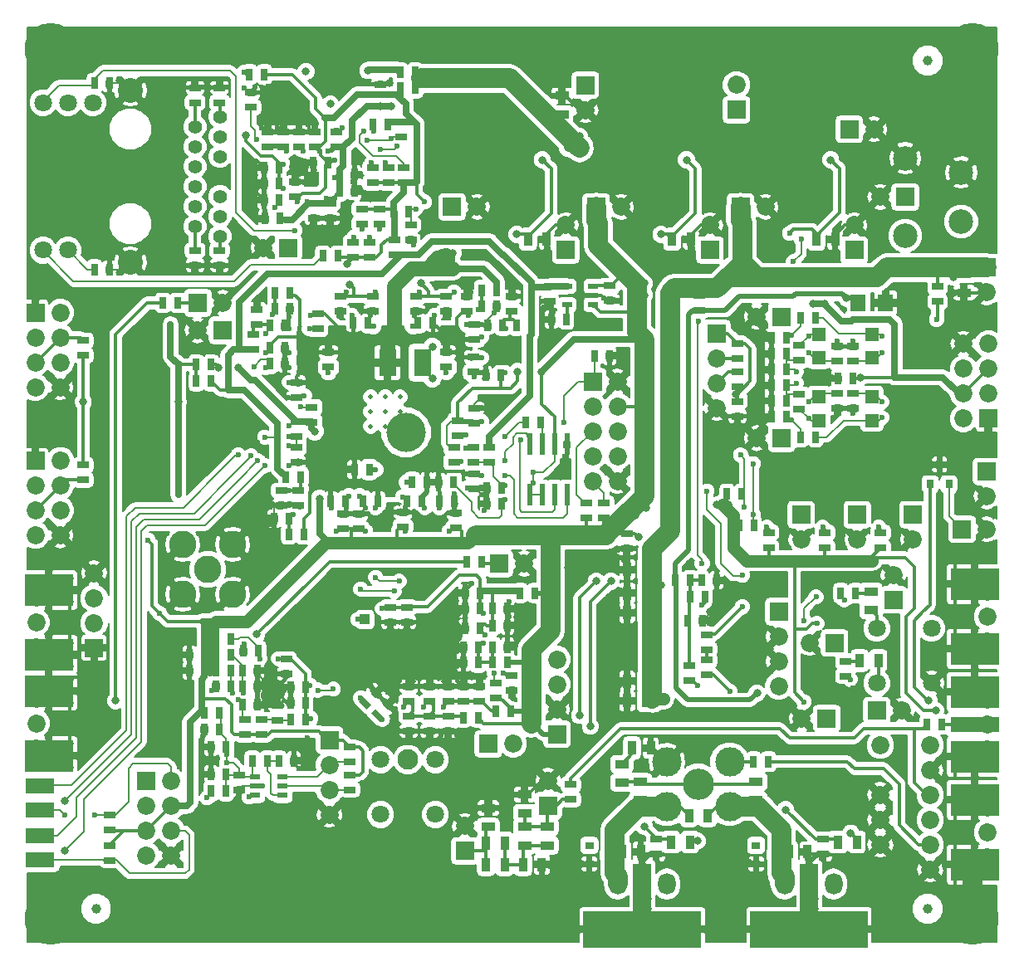
<source format=gbr>
G04 #@! TF.FileFunction,Copper,L4,Bot,Signal*
%FSLAX46Y46*%
G04 Gerber Fmt 4.6, Leading zero omitted, Abs format (unit mm)*
G04 Created by KiCad (PCBNEW 4.0.4-stable) date 11/02/16 22:30:49*
%MOMM*%
%LPD*%
G01*
G04 APERTURE LIST*
%ADD10C,0.100000*%
%ADD11C,1.700000*%
%ADD12C,0.500000*%
%ADD13C,3.000000*%
%ADD14C,2.500000*%
%ADD15C,4.000000*%
%ADD16C,2.000000*%
%ADD17R,1.900000X5.000000*%
%ADD18R,12.000000X3.800000*%
%ADD19O,1.800000X2.200000*%
%ADD20O,1.600000X2.400000*%
%ADD21R,1.143000X0.635000*%
%ADD22R,1.850000X1.850000*%
%ADD23C,1.850000*%
%ADD24R,0.635000X1.143000*%
%ADD25R,1.397000X1.350000*%
%ADD26R,0.889000X1.397000*%
%ADD27R,0.800000X0.900000*%
%ADD28R,1.397000X0.889000*%
%ADD29R,1.600000X1.800000*%
%ADD30C,1.800000*%
%ADD31C,3.200000*%
%ADD32R,0.900000X0.800000*%
%ADD33C,2.100000*%
%ADD34R,1.000000X1.000000*%
%ADD35R,1.050000X0.600000*%
%ADD36C,2.800000*%
%ADD37R,1.100000X0.600000*%
%ADD38R,3.000000X1.500000*%
%ADD39R,1.778000X2.794000*%
%ADD40R,0.600000X2.200000*%
%ADD41C,1.400000*%
%ADD42C,2.540000*%
%ADD43C,1.000000*%
%ADD44C,0.800000*%
%ADD45R,5.000000X3.300000*%
%ADD46R,5.000000X1.600000*%
%ADD47C,5.300000*%
%ADD48C,4.300000*%
%ADD49C,0.600000*%
%ADD50C,0.200000*%
%ADD51C,0.350000*%
%ADD52C,0.500000*%
%ADD53C,1.500000*%
%ADD54C,0.700000*%
%ADD55C,0.300000*%
%ADD56C,1.250000*%
%ADD57C,2.000000*%
G04 APERTURE END LIST*
D10*
D11*
X25255000Y-74220715D03*
D12*
X26755000Y-74720715D03*
X26755000Y-72720715D03*
X26755000Y-73820715D03*
X25655000Y-72720715D03*
X24755000Y-72720715D03*
X26255000Y-73220715D03*
D13*
X43500000Y-67800000D03*
D12*
X44500000Y-72800000D03*
X44500000Y-71300000D03*
X43000000Y-72800000D03*
X43000000Y-71300000D03*
X38500000Y-72800000D03*
X40000000Y-72800000D03*
X40000000Y-66800000D03*
X38500000Y-66800000D03*
X38500000Y-68300000D03*
X40000000Y-68300000D03*
X40000000Y-71300000D03*
X38500000Y-71300000D03*
X38500000Y-69800000D03*
X40000000Y-69800000D03*
X44500000Y-69800000D03*
X43000000Y-69800000D03*
X41500000Y-66800000D03*
X41500000Y-68300000D03*
X41500000Y-72800000D03*
X41500000Y-71300000D03*
X41500000Y-69800000D03*
X71395000Y-70325000D03*
X74395000Y-70325000D03*
X71395000Y-68825000D03*
D11*
X74700000Y-68950000D03*
D12*
X72895000Y-70325000D03*
X72895000Y-68825000D03*
X52500000Y-23750000D03*
D14*
X49500000Y-23750000D03*
D12*
X51500000Y-23750000D03*
X67200000Y-23750000D03*
D14*
X64200000Y-23750000D03*
D12*
X66200000Y-23750000D03*
X81900000Y-23750000D03*
D14*
X78900000Y-23750000D03*
D12*
X80900000Y-23750000D03*
X38600000Y-43800000D03*
X37100000Y-46800000D03*
X37100000Y-45300000D03*
X35600000Y-45300000D03*
X38600000Y-45300000D03*
X35600000Y-43800000D03*
X37100000Y-43800000D03*
D15*
X39200000Y-47400000D03*
D12*
X35600000Y-46800000D03*
D16*
X28316525Y-20315000D03*
D12*
X29941525Y-21940000D03*
X28691525Y-21940000D03*
X29941525Y-20690000D03*
X79600000Y-98000000D03*
X78600000Y-98000000D03*
X77600000Y-98000000D03*
X76600000Y-98000000D03*
X75600000Y-98000000D03*
X75600000Y-99000000D03*
X76600000Y-99000000D03*
X77600000Y-99000000D03*
X78600000Y-99000000D03*
X79600000Y-99000000D03*
X85000000Y-99000000D03*
X84000000Y-99000000D03*
X83000000Y-99000000D03*
X82000000Y-99000000D03*
X81000000Y-99000000D03*
X81000000Y-98000000D03*
X82000000Y-98000000D03*
X83000000Y-98000000D03*
X84000000Y-98000000D03*
D17*
X80300000Y-93900000D03*
D18*
X80300000Y-98100000D03*
D12*
X80300000Y-98500000D03*
X81000000Y-97000000D03*
X79600000Y-97000000D03*
X80300000Y-97500000D03*
X81000000Y-96000000D03*
X79600000Y-96000000D03*
X80300000Y-96500000D03*
X80300000Y-95500000D03*
X79600000Y-95000000D03*
X81000000Y-95000000D03*
X80300000Y-94500000D03*
X85000000Y-98000000D03*
D19*
X77800000Y-93500000D03*
X82800000Y-93500000D03*
D20*
X80300000Y-92600000D03*
D12*
X62600000Y-98000000D03*
X61600000Y-98000000D03*
X60600000Y-98000000D03*
X59600000Y-98000000D03*
X58600000Y-98000000D03*
X58600000Y-99000000D03*
X59600000Y-99000000D03*
X60600000Y-99000000D03*
X61600000Y-99000000D03*
X62600000Y-99000000D03*
X68000000Y-99000000D03*
X67000000Y-99000000D03*
X66000000Y-99000000D03*
X65000000Y-99000000D03*
X64000000Y-99000000D03*
X64000000Y-98000000D03*
X65000000Y-98000000D03*
X66000000Y-98000000D03*
X67000000Y-98000000D03*
D17*
X63300000Y-93900000D03*
D18*
X63300000Y-98100000D03*
D12*
X63300000Y-98500000D03*
X64000000Y-97000000D03*
X62600000Y-97000000D03*
X63300000Y-97500000D03*
X64000000Y-96000000D03*
X62600000Y-96000000D03*
X63300000Y-96500000D03*
X63300000Y-95500000D03*
X62600000Y-95000000D03*
X64000000Y-95000000D03*
X63300000Y-94500000D03*
X68000000Y-98000000D03*
D19*
X60800000Y-93500000D03*
X65800000Y-93500000D03*
D20*
X63300000Y-92600000D03*
D21*
X76200000Y-57638000D03*
X76200000Y-59162000D03*
X81900000Y-57638000D03*
X81900000Y-59162000D03*
X87600000Y-57638000D03*
X87600000Y-59162000D03*
D22*
X79500000Y-55800000D03*
D23*
X79500000Y-58340000D03*
D22*
X85200000Y-55800000D03*
D23*
X85200000Y-58340000D03*
D22*
X90900000Y-55800000D03*
D23*
X90900000Y-58340000D03*
D21*
X84800000Y-43438000D03*
X84800000Y-44962000D03*
D24*
X76438000Y-45800000D03*
X77962000Y-45800000D03*
X79438000Y-47900000D03*
X80962000Y-47900000D03*
D21*
X84800000Y-40162000D03*
X84800000Y-38638000D03*
D24*
X76438000Y-42600000D03*
X77962000Y-42600000D03*
D21*
X79300000Y-43538000D03*
X79300000Y-45062000D03*
X83200000Y-40162000D03*
X83200000Y-38638000D03*
D24*
X76438000Y-41000000D03*
X77962000Y-41000000D03*
D21*
X79300000Y-40062000D03*
X79300000Y-38538000D03*
X83200000Y-43438000D03*
X83200000Y-44962000D03*
D24*
X76438000Y-37800000D03*
X77962000Y-37800000D03*
X79438000Y-35700000D03*
X80962000Y-35700000D03*
D25*
X86700000Y-46200000D03*
X86700000Y-43800000D03*
X86700000Y-37400000D03*
X86700000Y-39800000D03*
X81300000Y-37400000D03*
X81300000Y-39800000D03*
X81300000Y-46200000D03*
X81300000Y-43800000D03*
D24*
X84762000Y-41900000D03*
X83238000Y-41900000D03*
X77962000Y-44200000D03*
X76438000Y-44200000D03*
X77962000Y-39400000D03*
X76438000Y-39400000D03*
D21*
X73000000Y-41238000D03*
X73000000Y-42762000D03*
X73000000Y-39862000D03*
X73000000Y-38338000D03*
D22*
X70900000Y-37300000D03*
D23*
X70900000Y-39840000D03*
X70900000Y-42380000D03*
X70900000Y-44920000D03*
D21*
X73000000Y-44238000D03*
X73000000Y-45762000D03*
D22*
X98400000Y-30600000D03*
D23*
X98400000Y-33140000D03*
D22*
X98570000Y-46010000D03*
D23*
X96030000Y-46010000D03*
X98570000Y-43470000D03*
X96030000Y-43470000D03*
X98570000Y-40930000D03*
X96030000Y-40930000D03*
X98570000Y-38390000D03*
X96030000Y-38390000D03*
D24*
X74662000Y-56900000D03*
X73138000Y-56900000D03*
X73462000Y-53700000D03*
X71938000Y-53700000D03*
D22*
X77500000Y-35600000D03*
D23*
X74960000Y-35600000D03*
D22*
X77500000Y-48000000D03*
D23*
X74960000Y-48000000D03*
D22*
X95900000Y-57300000D03*
D23*
X98440000Y-57300000D03*
D26*
X63652500Y-61400000D03*
X61747500Y-61400000D03*
D21*
X61700000Y-57738000D03*
X61700000Y-59262000D03*
D26*
X63652500Y-74800000D03*
X61747500Y-74800000D03*
X63652500Y-65800000D03*
X61747500Y-65800000D03*
X63652500Y-72800000D03*
X61747500Y-72800000D03*
X63652500Y-63800000D03*
X61747500Y-63800000D03*
D24*
X68162000Y-62500000D03*
X66638000Y-62500000D03*
X70862000Y-62500000D03*
X69338000Y-62500000D03*
X69462000Y-66600000D03*
X67938000Y-66600000D03*
D27*
X94550000Y-52700000D03*
X93600000Y-50700000D03*
X92650000Y-52700000D03*
D22*
X98400000Y-51400000D03*
D23*
X98400000Y-53940000D03*
D21*
X69100000Y-33438000D03*
X69100000Y-34962000D03*
D28*
X96100000Y-31247500D03*
X96100000Y-33152500D03*
D29*
X85300000Y-34200000D03*
X88100000Y-34200000D03*
D24*
X93862000Y-77200000D03*
X92338000Y-77200000D03*
D22*
X57500000Y-12000000D03*
D23*
X57500000Y-14540000D03*
D22*
X90100000Y-23400000D03*
D23*
X87560000Y-23400000D03*
D14*
X95800000Y-20900000D03*
X95800000Y-25900000D03*
X90100000Y-19450000D03*
X90100000Y-27350000D03*
D22*
X72900000Y-14500000D03*
D23*
X72900000Y-11960000D03*
D22*
X73300000Y-24400000D03*
D23*
X75840000Y-24400000D03*
D22*
X84900000Y-28800000D03*
D23*
X84900000Y-26260000D03*
D26*
X81047500Y-27700000D03*
X82952500Y-27700000D03*
D22*
X43900000Y-24400000D03*
D23*
X46440000Y-24400000D03*
D22*
X55500000Y-28800000D03*
D23*
X55500000Y-26260000D03*
D22*
X84400000Y-16500000D03*
D23*
X86940000Y-16500000D03*
D22*
X58600000Y-24400000D03*
D23*
X61140000Y-24400000D03*
D22*
X70200000Y-28800000D03*
D23*
X70200000Y-26260000D03*
D26*
X87352500Y-70700000D03*
X85447500Y-70700000D03*
D22*
X87200000Y-75800000D03*
D23*
X89740000Y-75800000D03*
D22*
X82100000Y-76600000D03*
D23*
X79560000Y-76600000D03*
D22*
X88900000Y-64500000D03*
D23*
X88900000Y-61960000D03*
D22*
X82900000Y-68900000D03*
D23*
X80360000Y-68900000D03*
D30*
X87206000Y-67406000D03*
X87206000Y-72994000D03*
X92794000Y-72994000D03*
X92794000Y-67406000D03*
D28*
X86600000Y-65552500D03*
X86600000Y-63647500D03*
D23*
X92640000Y-79320000D03*
X92640000Y-84400000D03*
X92640000Y-86940000D03*
X92640000Y-89480000D03*
X87560000Y-89480000D03*
X87560000Y-86940000D03*
X87560000Y-84400000D03*
X87560000Y-79320000D03*
X92640000Y-81860000D03*
X92640000Y-92020000D03*
D21*
X56000000Y-83338000D03*
X56000000Y-84862000D03*
D22*
X47600000Y-79200000D03*
D23*
X50140000Y-79200000D03*
D28*
X53600000Y-89552500D03*
X53600000Y-87647500D03*
D26*
X47347500Y-91500000D03*
X49252500Y-91500000D03*
D22*
X53700000Y-85500000D03*
D23*
X53700000Y-82960000D03*
D28*
X51300000Y-86252500D03*
X51300000Y-84347500D03*
D26*
X51147500Y-91500000D03*
X53052500Y-91500000D03*
D28*
X47600000Y-87652500D03*
X47600000Y-85747500D03*
X51300000Y-87647500D03*
X51300000Y-89552500D03*
D26*
X49252500Y-89300000D03*
X47347500Y-89300000D03*
D21*
X84000000Y-72262000D03*
X84000000Y-70738000D03*
D24*
X83538000Y-63800000D03*
X85062000Y-63800000D03*
D22*
X54600000Y-78200000D03*
D23*
X54600000Y-75660000D03*
X54600000Y-73120000D03*
X54600000Y-70580000D03*
D22*
X45200000Y-90100000D03*
D23*
X45200000Y-87560000D03*
D22*
X48700000Y-60800000D03*
D23*
X51240000Y-60800000D03*
D13*
X72200000Y-81000000D03*
X65800000Y-81000000D03*
X65800000Y-85600000D03*
X72200000Y-85600000D03*
D31*
X69000000Y-83300000D03*
D24*
X76162000Y-81000000D03*
X74638000Y-81000000D03*
D26*
X68152500Y-89200000D03*
X66247500Y-89200000D03*
D28*
X63100000Y-84952500D03*
X63100000Y-83047500D03*
D26*
X85152500Y-89200000D03*
X83247500Y-89200000D03*
D28*
X74900000Y-83047500D03*
X74900000Y-84952500D03*
D32*
X57900000Y-91450000D03*
X59900000Y-90500000D03*
X57900000Y-89550000D03*
X74900000Y-91450000D03*
X76900000Y-90500000D03*
X74900000Y-89550000D03*
D26*
X61247500Y-90200000D03*
X63152500Y-90200000D03*
X78247500Y-90200000D03*
X80152500Y-90200000D03*
D21*
X64700000Y-90462000D03*
X64700000Y-88938000D03*
X81700000Y-90462000D03*
X81700000Y-88938000D03*
D22*
X77200000Y-65700000D03*
D23*
X77200000Y-68240000D03*
X77200000Y-70780000D03*
X77200000Y-73320000D03*
D21*
X68100000Y-72762000D03*
X68100000Y-71238000D03*
X69900000Y-69562000D03*
X69900000Y-68038000D03*
D24*
X68138000Y-64200000D03*
X69662000Y-64200000D03*
D21*
X69900000Y-72162000D03*
X69900000Y-70638000D03*
D22*
X12730000Y-82990000D03*
D23*
X15270000Y-82990000D03*
X12730000Y-85530000D03*
X15270000Y-85530000D03*
X12730000Y-88070000D03*
X15270000Y-88070000D03*
X12730000Y-90610000D03*
X15270000Y-90610000D03*
D24*
X14438000Y-34200000D03*
X15962000Y-34200000D03*
D22*
X20500000Y-37000000D03*
D23*
X17960000Y-37000000D03*
D22*
X27200000Y-28600000D03*
D23*
X24660000Y-28600000D03*
D22*
X18000000Y-34200000D03*
D23*
X20540000Y-34200000D03*
D24*
X45438000Y-60600000D03*
X46962000Y-60600000D03*
D30*
X42194000Y-80806000D03*
D33*
X39400000Y-80806000D03*
D30*
X36606000Y-80806000D03*
X36606000Y-86394000D03*
X42194000Y-86394000D03*
D34*
X35000000Y-66500000D03*
D21*
X48400000Y-72938000D03*
X48400000Y-74462000D03*
X50000000Y-73762000D03*
X50000000Y-72238000D03*
D10*
G36*
X35240790Y-75667433D02*
X34432567Y-74859210D01*
X34881580Y-74410197D01*
X35689803Y-75218420D01*
X35240790Y-75667433D01*
X35240790Y-75667433D01*
G37*
G36*
X36318420Y-74589803D02*
X35510197Y-73781580D01*
X35959210Y-73332567D01*
X36767433Y-74140790D01*
X36318420Y-74589803D01*
X36318420Y-74589803D01*
G37*
G36*
X36440790Y-76867433D02*
X35632567Y-76059210D01*
X36081580Y-75610197D01*
X36889803Y-76418420D01*
X36440790Y-76867433D01*
X36440790Y-76867433D01*
G37*
G36*
X37518420Y-75789803D02*
X36710197Y-74981580D01*
X37159210Y-74532567D01*
X37967433Y-75340790D01*
X37518420Y-75789803D01*
X37518420Y-75789803D01*
G37*
D24*
X50838000Y-63800000D03*
X52362000Y-63800000D03*
X49562000Y-70900000D03*
X48038000Y-70900000D03*
X49862000Y-75900000D03*
X48338000Y-75900000D03*
X45038000Y-76500000D03*
X46562000Y-76500000D03*
X48038000Y-65400000D03*
X49562000Y-65400000D03*
X46762000Y-63800000D03*
X45238000Y-63800000D03*
D21*
X39300000Y-65238000D03*
X39300000Y-66762000D03*
D24*
X48038000Y-69300000D03*
X49562000Y-69300000D03*
X46562000Y-70900000D03*
X45038000Y-70900000D03*
D21*
X46700000Y-74862000D03*
X46700000Y-73338000D03*
X45100000Y-74862000D03*
X45100000Y-73338000D03*
X43500000Y-76338000D03*
X43500000Y-77862000D03*
X41600000Y-76338000D03*
X41600000Y-77862000D03*
X39500000Y-76338000D03*
X39500000Y-77862000D03*
D24*
X46762000Y-65400000D03*
X45238000Y-65400000D03*
X46762000Y-67400000D03*
X45238000Y-67400000D03*
D21*
X37600000Y-65238000D03*
X37600000Y-66762000D03*
D24*
X46562000Y-69300000D03*
X45038000Y-69300000D03*
D21*
X43500000Y-74862000D03*
X43500000Y-73338000D03*
X41600000Y-74862000D03*
X41600000Y-73338000D03*
X39500000Y-74862000D03*
X39500000Y-73338000D03*
D35*
X58300000Y-32500000D03*
X58300000Y-33450000D03*
X58300000Y-34400000D03*
X55600000Y-34400000D03*
X55600000Y-32500000D03*
D21*
X60000000Y-32438000D03*
X60000000Y-33962000D03*
X53900000Y-32538000D03*
X53900000Y-34062000D03*
D24*
X55562000Y-35900000D03*
X54038000Y-35900000D03*
D21*
X38000000Y-29262000D03*
X38000000Y-27738000D03*
D24*
X40162000Y-12300000D03*
X38638000Y-12300000D03*
X19362000Y-42200000D03*
X17838000Y-42200000D03*
X19362000Y-40500000D03*
X17838000Y-40500000D03*
D26*
X51647500Y-27700000D03*
X53552500Y-27700000D03*
D36*
X19000000Y-61400000D03*
X16460000Y-58860000D03*
X21540000Y-58860000D03*
X21540000Y-63940000D03*
X16460000Y-63940000D03*
D26*
X66347500Y-27700000D03*
X68252500Y-27700000D03*
D28*
X55100000Y-14952500D03*
X55100000Y-13047500D03*
D21*
X22200000Y-82338000D03*
X22200000Y-83862000D03*
D37*
X26600000Y-84450000D03*
X23800000Y-84450000D03*
X26600000Y-83500000D03*
X23800000Y-83500000D03*
X26600000Y-82550000D03*
X23800000Y-82550000D03*
D24*
X26238000Y-80900000D03*
X27762000Y-80900000D03*
X23538000Y-80900000D03*
X25062000Y-80900000D03*
D21*
X33500000Y-83862000D03*
X33500000Y-82338000D03*
X33500000Y-81062000D03*
X33500000Y-79538000D03*
D22*
X31400000Y-78800000D03*
D23*
X31400000Y-81340000D03*
X31400000Y-83880000D03*
X31400000Y-86420000D03*
D21*
X24500000Y-78262000D03*
X24500000Y-76738000D03*
D24*
X20862000Y-84000000D03*
X19338000Y-84000000D03*
X20862000Y-82300000D03*
X19338000Y-82300000D03*
X21362000Y-70100000D03*
X19838000Y-70100000D03*
X21362000Y-68500000D03*
X19838000Y-68500000D03*
X21362000Y-71700000D03*
X19838000Y-71700000D03*
D21*
X22800000Y-76738000D03*
X22800000Y-78262000D03*
D24*
X28962000Y-76700000D03*
X27438000Y-76700000D03*
X20162000Y-76000000D03*
X18638000Y-76000000D03*
X20162000Y-77700000D03*
X18638000Y-77700000D03*
X22538000Y-71700000D03*
X24062000Y-71700000D03*
D21*
X26100000Y-76762000D03*
X26100000Y-75238000D03*
D24*
X22538000Y-73300000D03*
X24062000Y-73300000D03*
D21*
X27000000Y-70538000D03*
X27000000Y-72062000D03*
D24*
X20862000Y-79500000D03*
X19338000Y-79500000D03*
X18662000Y-70100000D03*
X17138000Y-70100000D03*
X28962000Y-75000000D03*
X27438000Y-75000000D03*
X18662000Y-71700000D03*
X17138000Y-71700000D03*
X28962000Y-73400000D03*
X27438000Y-73400000D03*
X22538000Y-75200000D03*
X24062000Y-75200000D03*
X21362000Y-73300000D03*
X19838000Y-73300000D03*
X24162000Y-69700000D03*
X22638000Y-69700000D03*
D21*
X6300000Y-39562000D03*
X6300000Y-38038000D03*
X6300000Y-50738000D03*
X6300000Y-52262000D03*
X9000000Y-91062000D03*
X9000000Y-89538000D03*
X9000000Y-86438000D03*
X9000000Y-87962000D03*
D38*
X1900000Y-85950000D03*
X1900000Y-83450000D03*
X1900000Y-91050000D03*
X1900000Y-88550000D03*
D22*
X7400000Y-69400000D03*
D23*
X7400000Y-66860000D03*
X7400000Y-64320000D03*
X7400000Y-61780000D03*
D22*
X1430000Y-50290000D03*
D23*
X3970000Y-50290000D03*
X1430000Y-52830000D03*
X3970000Y-52830000D03*
X1430000Y-55370000D03*
X3970000Y-55370000D03*
X1430000Y-57910000D03*
X3970000Y-57910000D03*
D22*
X1430000Y-35190000D03*
D23*
X3970000Y-35190000D03*
X1430000Y-37730000D03*
X3970000Y-37730000D03*
X1430000Y-40270000D03*
X3970000Y-40270000D03*
X1430000Y-42810000D03*
X3970000Y-42810000D03*
D24*
X51962000Y-36500000D03*
X50438000Y-36500000D03*
X26938000Y-52000000D03*
X28462000Y-52000000D03*
D21*
X47700000Y-48938000D03*
X47700000Y-50462000D03*
X23600000Y-38962000D03*
X23600000Y-37438000D03*
D24*
X48462000Y-32900000D03*
X46938000Y-32900000D03*
X28762000Y-57800000D03*
X27238000Y-57800000D03*
X42538000Y-52500000D03*
X44062000Y-52500000D03*
X27362000Y-33200000D03*
X25838000Y-33200000D03*
X35462000Y-51200000D03*
X33938000Y-51200000D03*
D21*
X31300000Y-40762000D03*
X31300000Y-39238000D03*
X43300000Y-40762000D03*
X43300000Y-39238000D03*
D24*
X39838000Y-52500000D03*
X41362000Y-52500000D03*
D39*
X40878000Y-40300000D03*
X37322000Y-40300000D03*
D21*
X50000000Y-35062000D03*
X50000000Y-33538000D03*
X26500000Y-53338000D03*
X26500000Y-54862000D03*
X46100000Y-50462000D03*
X46100000Y-48938000D03*
X24000000Y-36362000D03*
X24000000Y-34838000D03*
D40*
X51795000Y-53800000D03*
X51795000Y-48600000D03*
X53065000Y-53800000D03*
X53065000Y-48600000D03*
X54335000Y-53800000D03*
X54335000Y-48600000D03*
X55605000Y-53800000D03*
X55605000Y-48600000D03*
D21*
X44100000Y-50462000D03*
X44100000Y-48938000D03*
X44500000Y-47762000D03*
X44500000Y-46238000D03*
X29600000Y-44838000D03*
X29600000Y-46362000D03*
D24*
X58438000Y-39600000D03*
X59962000Y-39600000D03*
D21*
X59400000Y-54638000D03*
X59400000Y-56162000D03*
X57600000Y-54638000D03*
X57600000Y-56162000D03*
D24*
X52962000Y-46400000D03*
X51438000Y-46400000D03*
D22*
X58230000Y-42220000D03*
D23*
X60770000Y-42220000D03*
X58230000Y-44760000D03*
X60770000Y-44760000D03*
X58230000Y-47300000D03*
X60770000Y-47300000D03*
X58230000Y-49840000D03*
X60770000Y-49840000D03*
X58230000Y-52380000D03*
X60770000Y-52380000D03*
D21*
X46200000Y-46462000D03*
X46200000Y-44938000D03*
D24*
X48862000Y-41600000D03*
X47338000Y-41600000D03*
D21*
X40200000Y-33538000D03*
X40200000Y-35062000D03*
X43300000Y-33538000D03*
X43300000Y-35062000D03*
X32500000Y-33538000D03*
X32500000Y-35062000D03*
X35800000Y-33538000D03*
X35800000Y-35062000D03*
D24*
X25338000Y-40400000D03*
X26862000Y-40400000D03*
D21*
X28000000Y-46338000D03*
X28000000Y-47862000D03*
X34400000Y-57262000D03*
X34400000Y-55738000D03*
X32800000Y-57262000D03*
X32800000Y-55738000D03*
D24*
X49062000Y-36500000D03*
X47538000Y-36500000D03*
D21*
X28200000Y-53338000D03*
X28200000Y-54862000D03*
D24*
X48962000Y-53100000D03*
X47438000Y-53100000D03*
X25338000Y-36500000D03*
X26862000Y-36500000D03*
D21*
X44300000Y-57162000D03*
X44300000Y-55638000D03*
X38900000Y-57062000D03*
X38900000Y-55538000D03*
D24*
X46938000Y-34500000D03*
X48462000Y-34500000D03*
X27262000Y-56200000D03*
X25738000Y-56200000D03*
X48962000Y-54700000D03*
X47438000Y-54700000D03*
X25838000Y-34800000D03*
X27362000Y-34800000D03*
X42638000Y-54400000D03*
X44162000Y-54400000D03*
X40862000Y-54400000D03*
X39338000Y-54400000D03*
X36362000Y-54400000D03*
X34838000Y-54400000D03*
X31538000Y-54400000D03*
X33062000Y-54400000D03*
D21*
X28000000Y-50462000D03*
X28000000Y-48938000D03*
D24*
X25338000Y-38800000D03*
X26862000Y-38800000D03*
D21*
X28000000Y-42338000D03*
X28000000Y-43862000D03*
X30200000Y-35338000D03*
X30200000Y-36862000D03*
D24*
X41962000Y-36200000D03*
X40438000Y-36200000D03*
X33838000Y-36200000D03*
X35362000Y-36200000D03*
D21*
X45400000Y-35062000D03*
X45400000Y-33538000D03*
X46200000Y-37962000D03*
X46200000Y-36438000D03*
X46100000Y-39738000D03*
X46100000Y-41262000D03*
X46200000Y-51638000D03*
X46200000Y-53162000D03*
D24*
X39462000Y-24900000D03*
X37938000Y-24900000D03*
D21*
X37400000Y-20438000D03*
X37400000Y-21962000D03*
D24*
X35838000Y-16000000D03*
X37362000Y-16000000D03*
D21*
X38700000Y-15738000D03*
X38700000Y-17262000D03*
X35800000Y-21962000D03*
X35800000Y-20438000D03*
X36500000Y-24638000D03*
X36500000Y-26162000D03*
X35500000Y-29562000D03*
X35500000Y-28038000D03*
X34700000Y-24638000D03*
X34700000Y-26162000D03*
X33800000Y-29562000D03*
X33800000Y-28038000D03*
X39000000Y-21962000D03*
X39000000Y-20438000D03*
X39700000Y-26238000D03*
X39700000Y-27762000D03*
X23400000Y-14262000D03*
X23400000Y-12738000D03*
D24*
X7438000Y-11800000D03*
X8962000Y-11800000D03*
X7438000Y-30800000D03*
X8962000Y-30800000D03*
X23238000Y-10900000D03*
X24762000Y-10900000D03*
X30738000Y-29400000D03*
X32262000Y-29400000D03*
D21*
X20200000Y-28838000D03*
X20200000Y-30362000D03*
X17700000Y-28838000D03*
X17700000Y-30362000D03*
X17700000Y-13762000D03*
X17700000Y-12238000D03*
X20200000Y-13762000D03*
X20200000Y-12238000D03*
D24*
X38638000Y-10700000D03*
X40162000Y-10700000D03*
D21*
X36600000Y-10388000D03*
X36600000Y-11912000D03*
D24*
X26262000Y-22000000D03*
X24738000Y-22000000D03*
X26262000Y-20400000D03*
X24738000Y-20400000D03*
D21*
X28300000Y-18262000D03*
X28300000Y-16738000D03*
X29900000Y-18262000D03*
X29900000Y-16738000D03*
D24*
X31262000Y-19900000D03*
X29738000Y-19900000D03*
D21*
X27900000Y-23362000D03*
X27900000Y-21838000D03*
X32100000Y-18262000D03*
X32100000Y-16738000D03*
D24*
X32438000Y-21100000D03*
X33962000Y-21100000D03*
X32438000Y-22800000D03*
X33962000Y-22800000D03*
D21*
X31500000Y-24038000D03*
X31500000Y-25562000D03*
X29800000Y-24038000D03*
X29800000Y-25562000D03*
D24*
X26362000Y-25600000D03*
X24838000Y-25600000D03*
D21*
X26700000Y-18262000D03*
X26700000Y-16738000D03*
D24*
X26262000Y-23700000D03*
X24738000Y-23700000D03*
D21*
X25100000Y-18262000D03*
X25100000Y-16738000D03*
D41*
X17700000Y-26380000D03*
X17700000Y-24350000D03*
X17700000Y-22320000D03*
X17700000Y-20280000D03*
X17700000Y-18250000D03*
X17700000Y-16220000D03*
X20240000Y-27400000D03*
X20240000Y-25370000D03*
X20240000Y-23340000D03*
X20240000Y-19260000D03*
X20240000Y-17230000D03*
X20240000Y-15200000D03*
D30*
X4750000Y-28820000D03*
X2210000Y-28820000D03*
X7290000Y-13780000D03*
X4750000Y-13780000D03*
X2210000Y-13780000D03*
D42*
X11100000Y-30090000D03*
X11100000Y-12510000D03*
D43*
X92400000Y-96000000D03*
X7600000Y-96000000D03*
X92400000Y-9500000D03*
D24*
X48038000Y-67100000D03*
X49562000Y-67100000D03*
D26*
X69952500Y-86500000D03*
X68047500Y-86500000D03*
D28*
X61200000Y-81247500D03*
X61200000Y-83152500D03*
D26*
X64152500Y-79600000D03*
X62247500Y-79600000D03*
D44*
X18200000Y-51600000D03*
X13500000Y-46100000D03*
X17300000Y-47400000D03*
X13900000Y-43200000D03*
D45*
X2800000Y-80400000D03*
X2800000Y-73800000D03*
D23*
X1500000Y-77100000D03*
X1500000Y-79640000D03*
X1500000Y-74560000D03*
D45*
X2800000Y-70100000D03*
X2800000Y-63500000D03*
D23*
X1500000Y-66800000D03*
X1500000Y-69340000D03*
X1500000Y-64260000D03*
D45*
X97200000Y-62900000D03*
X97200000Y-69500000D03*
D23*
X98500000Y-66200000D03*
X98500000Y-63660000D03*
X98500000Y-68740000D03*
D45*
X97200000Y-84900000D03*
X97200000Y-91500000D03*
D23*
X98500000Y-88200000D03*
X98500000Y-85660000D03*
X98500000Y-90740000D03*
D46*
X97200000Y-77200000D03*
D45*
X97200000Y-73900000D03*
X97200000Y-80500000D03*
D23*
X98500000Y-77200000D03*
X98500000Y-79740000D03*
X98500000Y-74660000D03*
D12*
X90100000Y-32400000D03*
X91300000Y-32400000D03*
D16*
X90700000Y-34600000D03*
D21*
X93400000Y-32538000D03*
X93400000Y-34062000D03*
D47*
X97000000Y-8300000D03*
X97000000Y-97000000D03*
X3000000Y-97000000D03*
X3000000Y-8300000D03*
D48*
X71800000Y-93300000D03*
D49*
X23400000Y-49800000D03*
D44*
X4400000Y-85000000D03*
D49*
X24100000Y-50300000D03*
X22100000Y-49700000D03*
D44*
X41800000Y-31100000D03*
X42600000Y-30300000D03*
X41500000Y-30100000D03*
X44000000Y-29100000D03*
X42800000Y-29100000D03*
X37700000Y-14100000D03*
X36600000Y-14100000D03*
D49*
X45600000Y-35500000D03*
X27300000Y-50800000D03*
X24900000Y-39300000D03*
X46900000Y-51800000D03*
X42600000Y-55100000D03*
X41100000Y-55100000D03*
X46900000Y-39800000D03*
X46900000Y-37700000D03*
X27300000Y-42300000D03*
X42100000Y-35500000D03*
X33700000Y-35500000D03*
X29500000Y-35500000D03*
X31600000Y-55100000D03*
X36100000Y-55100000D03*
X29100000Y-23900000D03*
X31100000Y-23500000D03*
X31900000Y-23500000D03*
X31900000Y-21400000D03*
X26900000Y-25700000D03*
X31300000Y-18700000D03*
X22700000Y-10700000D03*
X27900000Y-26800000D03*
X24800000Y-50800000D03*
D44*
X4400000Y-90100000D03*
D49*
X24800000Y-47900000D03*
D44*
X72100000Y-54800000D03*
X93200000Y-75800000D03*
X70900000Y-54800000D03*
D49*
X81100000Y-66900000D03*
D44*
X62600000Y-55900000D03*
X63700000Y-55100000D03*
X62900000Y-58100000D03*
X72800000Y-43500000D03*
X80700000Y-34300000D03*
X81900000Y-34300000D03*
X63500000Y-33400000D03*
X63500000Y-32200000D03*
X85500000Y-41800000D03*
X58800000Y-26000000D03*
X58800000Y-27200000D03*
X58800000Y-28400000D03*
D49*
X79800000Y-74900000D03*
D44*
X56900000Y-18400000D03*
X56900000Y-17200000D03*
X55700000Y-17200000D03*
X55700000Y-18400000D03*
X30400000Y-54200000D03*
X29900000Y-47300000D03*
X22100000Y-40800000D03*
X20100000Y-40800000D03*
D49*
X14100000Y-65900000D03*
X12900000Y-58400000D03*
D44*
X50600000Y-41200000D03*
X53000000Y-41200000D03*
D49*
X52200000Y-51500000D03*
X52200000Y-52600000D03*
X46900000Y-46300000D03*
X49300000Y-41300000D03*
X27300000Y-46700000D03*
X32100000Y-57500000D03*
X35100000Y-57500000D03*
X39100000Y-57500000D03*
X43600000Y-57500000D03*
D44*
X58300000Y-87400000D03*
D49*
X28300000Y-14800000D03*
X23800000Y-12200000D03*
X25200000Y-12100000D03*
X22700000Y-12300000D03*
D44*
X4900000Y-75000000D03*
X4900000Y-79200000D03*
X4900000Y-81600000D03*
X4900000Y-72600000D03*
X4900000Y-71300000D03*
X4900000Y-68900000D03*
X4900000Y-64700000D03*
X4900000Y-62300000D03*
X95200000Y-92700000D03*
X95200000Y-90300000D03*
X95200000Y-86100000D03*
X95200000Y-83700000D03*
X95200000Y-81700000D03*
X95200000Y-79300000D03*
X95200000Y-75100000D03*
X95200000Y-72700000D03*
X95200000Y-70700000D03*
X95200000Y-68300000D03*
X95200000Y-61700000D03*
X95200000Y-64200000D03*
X37500000Y-11800000D03*
D49*
X94400000Y-48700000D03*
X91700000Y-43000000D03*
D44*
X96000000Y-50700000D03*
X92800000Y-50700000D03*
D49*
X83000000Y-62300000D03*
X60800000Y-59400000D03*
X61800000Y-75800000D03*
X60800000Y-73600000D03*
X71600000Y-62500000D03*
D44*
X70300000Y-57200000D03*
X68100000Y-60800000D03*
X61500000Y-60400000D03*
D49*
X60800000Y-65400000D03*
X61100000Y-63500000D03*
D44*
X55700000Y-61200000D03*
D49*
X55700000Y-63200000D03*
X55700000Y-59600000D03*
D44*
X95000000Y-33200000D03*
D49*
X75800000Y-45800000D03*
X75800000Y-44200000D03*
X75800000Y-41000000D03*
X75800000Y-39400000D03*
X75800000Y-37800000D03*
D44*
X75300000Y-42600000D03*
D49*
X83900000Y-34900000D03*
X84800000Y-45500000D03*
X83200000Y-45500000D03*
X84800000Y-38100000D03*
X83200000Y-38100000D03*
D44*
X82500000Y-41800000D03*
D49*
X77600000Y-83200000D03*
D44*
X70200000Y-65700000D03*
D49*
X70100000Y-66900000D03*
X70000000Y-19600000D03*
D44*
X70600000Y-16300000D03*
D49*
X83000000Y-28600000D03*
X84400000Y-24800000D03*
D44*
X76600000Y-19100000D03*
X77500000Y-19800000D03*
X77500000Y-18400000D03*
X76600000Y-22200000D03*
X76600000Y-20500000D03*
X85600000Y-11300000D03*
X43000000Y-14000000D03*
X85800000Y-93400000D03*
X74800000Y-93400000D03*
X74100000Y-91300000D03*
X68800000Y-93400000D03*
X57100000Y-91400000D03*
X57800000Y-93400000D03*
X53800000Y-91500000D03*
X47600000Y-85000000D03*
D49*
X60100000Y-64500000D03*
X60100000Y-74400000D03*
X64000000Y-76200000D03*
X71900000Y-78500000D03*
X71200000Y-76100000D03*
X84900000Y-65600000D03*
X84800000Y-73500000D03*
X49900000Y-74300000D03*
X55700000Y-67000000D03*
X52200000Y-65100000D03*
X49300000Y-43900000D03*
D44*
X34300000Y-90000000D03*
X35300000Y-88300000D03*
D49*
X69700000Y-24800000D03*
X68400000Y-28600000D03*
D44*
X62800000Y-18400000D03*
X48200000Y-20800000D03*
X46100000Y-21200000D03*
X48200000Y-19600000D03*
X48200000Y-18400000D03*
D49*
X55000000Y-24800000D03*
X53700000Y-28600000D03*
X42100000Y-78900000D03*
X43700000Y-78900000D03*
X44400000Y-78200000D03*
X42800000Y-78300000D03*
X24000000Y-34300000D03*
X18500000Y-12200000D03*
X21000000Y-12200000D03*
X21000000Y-30400000D03*
X18500000Y-30400000D03*
X32900000Y-11600000D03*
X29600000Y-11600000D03*
X43300000Y-41300000D03*
D44*
X41900000Y-41900000D03*
X41900000Y-38700000D03*
D49*
X31300000Y-41300000D03*
X39300000Y-52500000D03*
X36100000Y-51200000D03*
X53300000Y-34600000D03*
X54200000Y-35100000D03*
X60800000Y-34000000D03*
X57600000Y-33400000D03*
X59400000Y-33700000D03*
X29200000Y-16000000D03*
X26100000Y-16300000D03*
X50800000Y-33500000D03*
X32700000Y-16300000D03*
X17100000Y-72500000D03*
X17100000Y-69300000D03*
X18500000Y-78500000D03*
X19300000Y-80300000D03*
X19300000Y-81500000D03*
X18900000Y-85900000D03*
X25800000Y-85400000D03*
X27700000Y-85400000D03*
X28300000Y-81700000D03*
X29100000Y-78600000D03*
X49700000Y-64700000D03*
X49700000Y-66200000D03*
X50100000Y-69000000D03*
X52200000Y-66800000D03*
X27400000Y-54700000D03*
X45300000Y-49000000D03*
X27300000Y-40800000D03*
X28800000Y-43700000D03*
X27300000Y-35600000D03*
X24100000Y-48400000D03*
X24800000Y-46800000D03*
X40000000Y-28300000D03*
X34500000Y-22400000D03*
X33800000Y-21800000D03*
X28900000Y-26700000D03*
X32700000Y-25600000D03*
X8700000Y-43100000D03*
X8700000Y-33500000D03*
X8600000Y-58200000D03*
X8600000Y-48600000D03*
X8600000Y-53900000D03*
X8600000Y-52900000D03*
X35700000Y-73300000D03*
X38100000Y-75600000D03*
X45900000Y-62800000D03*
X27900000Y-79100000D03*
X24600000Y-83500000D03*
X19400000Y-73700000D03*
X22700000Y-69000000D03*
X45800000Y-33100000D03*
X47200000Y-55400000D03*
X55400000Y-49900000D03*
X54700000Y-51700000D03*
X27300000Y-48800000D03*
X27300000Y-47800000D03*
X46900000Y-43800000D03*
X25300000Y-56800000D03*
X33400000Y-53900000D03*
X34500000Y-53900000D03*
X46900000Y-53000000D03*
X45500000Y-53100000D03*
X46900000Y-53800000D03*
X44100000Y-53700000D03*
X38900000Y-54000000D03*
X44100000Y-55100000D03*
X39100000Y-55100000D03*
X46900000Y-44900000D03*
X46200000Y-41700000D03*
X46900000Y-41300000D03*
X45400000Y-36400000D03*
X48200000Y-35200000D03*
X46900000Y-36400000D03*
X27300000Y-39300000D03*
X39900000Y-36600000D03*
X40100000Y-35500000D03*
X35900000Y-36600000D03*
X35600000Y-35500000D03*
X32600000Y-35500000D03*
X29400000Y-36800000D03*
X25600000Y-54700000D03*
X33100000Y-55100000D03*
X35100000Y-55100000D03*
X43600000Y-35500000D03*
X27300000Y-36800000D03*
X24400000Y-25600000D03*
X23700000Y-22900000D03*
X23900000Y-19700000D03*
X24500000Y-16300000D03*
X8700000Y-38800000D03*
X8700000Y-37800000D03*
X37400000Y-77900000D03*
D44*
X60800000Y-21200000D03*
X62800000Y-20800000D03*
X62800000Y-19600000D03*
X35300000Y-10500000D03*
D49*
X27000000Y-18700000D03*
X25900000Y-18200000D03*
X25850000Y-24450000D03*
X41100000Y-23900000D03*
D44*
X40700000Y-32200000D03*
X33200000Y-30200000D03*
X33500000Y-32300000D03*
D49*
X44100000Y-33100000D03*
X28100000Y-23900000D03*
X30450000Y-18750000D03*
X31900000Y-19600000D03*
X40600000Y-33100000D03*
X36100000Y-33100000D03*
X33100000Y-33100000D03*
X28700000Y-18700000D03*
D44*
X31500000Y-13900000D03*
X22900000Y-17100000D03*
X29000000Y-10600000D03*
D49*
X26700000Y-20100000D03*
X26700000Y-22500000D03*
X33900000Y-27500000D03*
X34700000Y-26700000D03*
X35500000Y-27500000D03*
X36500000Y-26700000D03*
X35700000Y-19900000D03*
X37100000Y-19900000D03*
X35200000Y-17600000D03*
X37700000Y-17400000D03*
X34900000Y-16700000D03*
X35900000Y-16700000D03*
X40200000Y-24600000D03*
X24000000Y-17500000D03*
X49300000Y-54300000D03*
X49300000Y-52800000D03*
X49300000Y-51800000D03*
X49300000Y-50300000D03*
X44800000Y-50400000D03*
X50900000Y-48200000D03*
X49300000Y-47800000D03*
X45300000Y-47700000D03*
X55300000Y-46400000D03*
X49400000Y-36800000D03*
X46600000Y-34900000D03*
X25600000Y-35400000D03*
X24900000Y-37300000D03*
X28500000Y-44800000D03*
X27300000Y-53300000D03*
X27700000Y-55800000D03*
X36600000Y-18500000D03*
X38300000Y-18200000D03*
X38000000Y-63600000D03*
X34600000Y-63400000D03*
X38500000Y-62600000D03*
X36100000Y-62200000D03*
X16000000Y-49400000D03*
X15200000Y-36400000D03*
X16000000Y-53800000D03*
D44*
X16000000Y-44300000D03*
D49*
X23700000Y-40700000D03*
D44*
X16000000Y-40500000D03*
D49*
X24900000Y-40800000D03*
D44*
X6300000Y-44300000D03*
D49*
X20900000Y-80300000D03*
X20900000Y-81100000D03*
X24300000Y-70500000D03*
X21500000Y-74000000D03*
X22100000Y-74700000D03*
X29500000Y-76600000D03*
X29400000Y-73200000D03*
X26200000Y-70500000D03*
X22600000Y-74000000D03*
X18900000Y-84700000D03*
X23200000Y-84600000D03*
D44*
X24000000Y-68000000D03*
D49*
X78300000Y-27100000D03*
D44*
X82500000Y-19600000D03*
X65200000Y-27200000D03*
X67800000Y-19600000D03*
X53100000Y-19600000D03*
X50500000Y-27200000D03*
D49*
X39000000Y-75400000D03*
X41000000Y-75400000D03*
X43000000Y-75400000D03*
X47100000Y-68900000D03*
X36800000Y-65400000D03*
X47100000Y-65900000D03*
X47300000Y-68100000D03*
X34300000Y-66500000D03*
X34600000Y-74500000D03*
X36800000Y-76700000D03*
X48200000Y-72000000D03*
X49100000Y-72000000D03*
D44*
X9600000Y-74800000D03*
D49*
X4400000Y-86400000D03*
X7500000Y-86400000D03*
X69400000Y-65000000D03*
X68900000Y-73200000D03*
X72200000Y-73800000D03*
X73500000Y-65200000D03*
D44*
X58000000Y-77400000D03*
X60100000Y-62600000D03*
X77900000Y-85900000D03*
X60500000Y-89600000D03*
X68900000Y-89100000D03*
X63500000Y-87600000D03*
X56900000Y-76300000D03*
X58600000Y-62600000D03*
X77500000Y-89600000D03*
X84550000Y-88300000D03*
X92500000Y-74800000D03*
D49*
X31800000Y-73600000D03*
X30200000Y-73700000D03*
X83900000Y-64500000D03*
X84500000Y-72600000D03*
X79800000Y-66600000D03*
X81000000Y-64200000D03*
D44*
X65500000Y-74600000D03*
X65200000Y-63000000D03*
X95000000Y-31600000D03*
X73500000Y-26000000D03*
X73500000Y-27200000D03*
X73500000Y-28400000D03*
X84100000Y-33700000D03*
X75000000Y-74000000D03*
D49*
X69900000Y-53400000D03*
X73500000Y-62000000D03*
X69400000Y-60800000D03*
X69000000Y-36100000D03*
X73300000Y-49700000D03*
X73700000Y-55000000D03*
X74600000Y-55800000D03*
X74600000Y-50600000D03*
X76000000Y-57100000D03*
X81700000Y-57100000D03*
X87400000Y-57100000D03*
X78500000Y-46100000D03*
X79000000Y-42400000D03*
X79000000Y-41200000D03*
X78500000Y-37500000D03*
X80300000Y-46000000D03*
X80300000Y-44300000D03*
X80300000Y-37600000D03*
X80300000Y-39300000D03*
X87700000Y-37600000D03*
X87700000Y-39300000D03*
X87700000Y-45900000D03*
X87700000Y-44300000D03*
X93300000Y-35900000D03*
X78700000Y-30000000D03*
X79500000Y-27700000D03*
D50*
X11200000Y-78100000D02*
X11200000Y-78200000D01*
X11200000Y-77800000D02*
X11200000Y-59700000D01*
X23400000Y-49900000D02*
X21700000Y-51600000D01*
X12000000Y-55700000D02*
X11200000Y-56500000D01*
X11200000Y-56500000D02*
X11200000Y-59700000D01*
X23400000Y-49800000D02*
X23400000Y-49900000D01*
X11200000Y-77800000D02*
X11200000Y-78100000D01*
X17600000Y-55700000D02*
X12000000Y-55700000D01*
X21700000Y-51600000D02*
X17600000Y-55700000D01*
X11200000Y-78200000D02*
X4400000Y-85000000D01*
X11700000Y-77800000D02*
X11700000Y-78600000D01*
X11700000Y-77800000D02*
X11700000Y-59700000D01*
X11700000Y-57100000D02*
X11700000Y-59700000D01*
X24100000Y-50300000D02*
X22200000Y-52200000D01*
X18100000Y-56300000D02*
X12500000Y-56300000D01*
X12500000Y-56300000D02*
X11700000Y-57100000D01*
X22200000Y-52200000D02*
X18100000Y-56300000D01*
X3650000Y-88550000D02*
X1900000Y-88550000D01*
X5600000Y-86600000D02*
X3650000Y-88550000D01*
X5600000Y-84700000D02*
X5600000Y-86600000D01*
X11700000Y-78600000D02*
X5600000Y-84700000D01*
X10700000Y-77800000D02*
X5100000Y-83400000D01*
X10700000Y-77800000D02*
X10700000Y-59700000D01*
X21900000Y-49700000D02*
X20600000Y-51000000D01*
X11600000Y-55100000D02*
X10700000Y-56000000D01*
X10700000Y-56000000D02*
X10700000Y-59700000D01*
X22100000Y-49700000D02*
X21900000Y-49700000D01*
X16500000Y-55100000D02*
X11600000Y-55100000D01*
X20600000Y-51000000D02*
X16500000Y-55100000D01*
X5100000Y-83400000D02*
X1950000Y-83400000D01*
X1950000Y-83400000D02*
X1900000Y-83450000D01*
X1950000Y-83400000D02*
X1900000Y-83450000D01*
D51*
X36362000Y-54400000D02*
X36362000Y-52862000D01*
X36362000Y-52862000D02*
X36300000Y-52800000D01*
D50*
X31538000Y-54400000D02*
X31538000Y-55038000D01*
X31538000Y-55038000D02*
X31600000Y-55100000D01*
X36362000Y-54400000D02*
X36362000Y-54838000D01*
X36362000Y-54838000D02*
X36100000Y-55100000D01*
D52*
X40862000Y-54400000D02*
X40862000Y-54038000D01*
X40862000Y-54038000D02*
X41362000Y-53538000D01*
X41362000Y-53538000D02*
X41362000Y-52500000D01*
X41500000Y-30100000D02*
X41500000Y-29900000D01*
X41500000Y-29900000D02*
X42300000Y-29100000D01*
X42300000Y-29100000D02*
X42800000Y-29100000D01*
X44000000Y-29100000D02*
X44000000Y-30700000D01*
D51*
X44000000Y-29100000D02*
X43600000Y-29100000D01*
X43600000Y-29100000D02*
X43300000Y-29400000D01*
X42800000Y-29100000D02*
X43000000Y-29100000D01*
X43000000Y-29100000D02*
X43300000Y-29400000D01*
D53*
X41700000Y-30700000D02*
X42000000Y-30700000D01*
X42000000Y-30700000D02*
X43300000Y-29400000D01*
X39800000Y-30700000D02*
X41700000Y-30700000D01*
X41700000Y-30700000D02*
X44000000Y-30700000D01*
D51*
X42600000Y-30300000D02*
X41800000Y-31100000D01*
X42800000Y-29100000D02*
X42800000Y-30100000D01*
X42800000Y-30100000D02*
X42600000Y-30300000D01*
X42800000Y-29100000D02*
X44000000Y-29100000D01*
X33838000Y-36200000D02*
X33838000Y-37462000D01*
X33838000Y-37462000D02*
X33800000Y-37500000D01*
X32100000Y-18262000D02*
X32762000Y-18262000D01*
X32762000Y-18262000D02*
X32800000Y-18300000D01*
D54*
X36600000Y-14100000D02*
X37700000Y-14100000D01*
X35800000Y-14100000D02*
X36600000Y-14100000D01*
X35200000Y-14100000D02*
X35800000Y-14100000D01*
X32800000Y-18300000D02*
X32800000Y-18500000D01*
X33700000Y-17400000D02*
X33700000Y-15600000D01*
X32800000Y-18300000D02*
X33700000Y-17400000D01*
X33700000Y-15600000D02*
X35200000Y-14100000D01*
X32800000Y-18500000D02*
X32800000Y-20200000D01*
X32800000Y-20200000D02*
X32438000Y-20562000D01*
X32438000Y-20562000D02*
X32438000Y-21100000D01*
D53*
X37322000Y-40300000D02*
X37322000Y-38178000D01*
X39800000Y-30700000D02*
X38000000Y-32500000D01*
X38000000Y-32500000D02*
X38000000Y-37500000D01*
D54*
X48462000Y-32062000D02*
X47100000Y-30700000D01*
X47100000Y-30700000D02*
X44000000Y-30700000D01*
X48462000Y-32062000D02*
X48462000Y-32900000D01*
D53*
X37322000Y-38178000D02*
X38000000Y-37500000D01*
D51*
X41362000Y-52500000D02*
X42538000Y-52500000D01*
X28762000Y-57800000D02*
X28762000Y-56238000D01*
X29400000Y-55600000D02*
X29400000Y-53500000D01*
X28762000Y-56238000D02*
X29400000Y-55600000D01*
D54*
X32750000Y-18550000D02*
X32800000Y-18500000D01*
D51*
X46200000Y-51638000D02*
X45338000Y-51638000D01*
X45100000Y-51400000D02*
X42600000Y-51400000D01*
X45338000Y-51638000D02*
X45100000Y-51400000D01*
X42638000Y-54400000D02*
X42638000Y-52600000D01*
X42638000Y-52600000D02*
X42538000Y-52500000D01*
D55*
X45400000Y-35062000D02*
X45038000Y-35062000D01*
X45038000Y-35062000D02*
X44400000Y-35700000D01*
X44400000Y-35700000D02*
X44400000Y-36800000D01*
D50*
X45600000Y-35500000D02*
X45400000Y-35300000D01*
X45400000Y-35300000D02*
X45400000Y-35062000D01*
D55*
X28000000Y-42338000D02*
X28000000Y-41700000D01*
X28000000Y-41700000D02*
X28400000Y-41300000D01*
D50*
X27300000Y-42300000D02*
X27962000Y-42300000D01*
X27962000Y-42300000D02*
X28000000Y-42338000D01*
D55*
X25338000Y-38800000D02*
X25338000Y-38562000D01*
X25338000Y-38562000D02*
X26200000Y-37700000D01*
X28400000Y-37400000D02*
X28700000Y-37700000D01*
X27362000Y-33400000D02*
X27900000Y-33400000D01*
X27900000Y-33400000D02*
X28400000Y-33900000D01*
X28400000Y-33900000D02*
X28400000Y-37300000D01*
X28400000Y-37300000D02*
X28400000Y-37400000D01*
X26200000Y-37700000D02*
X28700000Y-37700000D01*
X28000000Y-50462000D02*
X29338000Y-50462000D01*
X29338000Y-50462000D02*
X29400000Y-50400000D01*
X31538000Y-54400000D02*
X31538000Y-53038000D01*
X31538000Y-53038000D02*
X31500000Y-53000000D01*
X32188000Y-36588000D02*
X32188000Y-36988000D01*
X30938000Y-35338000D02*
X32188000Y-36588000D01*
X30200000Y-35338000D02*
X30938000Y-35338000D01*
X32188000Y-36988000D02*
X32200000Y-37000000D01*
X46300000Y-39738000D02*
X45362000Y-39738000D01*
X45362000Y-39738000D02*
X45300000Y-39800000D01*
X46200000Y-37862000D02*
X45238000Y-37862000D01*
X45238000Y-37862000D02*
X45200000Y-37900000D01*
X43662000Y-38350000D02*
X43662000Y-37900000D01*
X43662000Y-37900000D02*
X41962000Y-36200000D01*
D50*
X45200000Y-35262000D02*
X45400000Y-35062000D01*
X28000000Y-50462000D02*
X27638000Y-50462000D01*
X27638000Y-50462000D02*
X27300000Y-50800000D01*
X25338000Y-38800000D02*
X25338000Y-38862000D01*
X25338000Y-38862000D02*
X24900000Y-39300000D01*
X46362000Y-51800000D02*
X46900000Y-51800000D01*
X46362000Y-51800000D02*
X46200000Y-51638000D01*
X42638000Y-54400000D02*
X42638000Y-55062000D01*
X42638000Y-55062000D02*
X42600000Y-55100000D01*
X40862000Y-54400000D02*
X40862000Y-54862000D01*
X40862000Y-54862000D02*
X41100000Y-55100000D01*
X46362000Y-39800000D02*
X46900000Y-39800000D01*
X46362000Y-39800000D02*
X46300000Y-39738000D01*
X46362000Y-37700000D02*
X46900000Y-37700000D01*
X46362000Y-37700000D02*
X46200000Y-37862000D01*
X27238000Y-42362000D02*
X27300000Y-42300000D01*
X42100000Y-35962000D02*
X42100000Y-35500000D01*
X42100000Y-35962000D02*
X41962000Y-36100000D01*
X33600000Y-35962000D02*
X33700000Y-35500000D01*
X33600000Y-35962000D02*
X33838000Y-36200000D01*
X30200000Y-35338000D02*
X29662000Y-35338000D01*
X29662000Y-35338000D02*
X29500000Y-35500000D01*
X31600000Y-54462000D02*
X31600000Y-55100000D01*
X31600000Y-54462000D02*
X31538000Y-54400000D01*
X36362000Y-54400000D02*
X36362000Y-54838000D01*
X36362000Y-54838000D02*
X36100000Y-55100000D01*
D54*
X26900000Y-25700000D02*
X27600000Y-25700000D01*
X27600000Y-25700000D02*
X29262000Y-24038000D01*
D51*
X29262000Y-24038000D02*
X29800000Y-24038000D01*
X26362000Y-25600000D02*
X26800000Y-25600000D01*
X26800000Y-25600000D02*
X26900000Y-25700000D01*
X29800000Y-24038000D02*
X29238000Y-24038000D01*
X29238000Y-24038000D02*
X29100000Y-23900000D01*
X31100000Y-23500000D02*
X31100000Y-23638000D01*
X31100000Y-23638000D02*
X31500000Y-24038000D01*
D54*
X31500000Y-24038000D02*
X29800000Y-24038000D01*
D51*
X31500000Y-24038000D02*
X31500000Y-23500000D01*
X31900000Y-23500000D02*
X31500000Y-23500000D01*
X31500000Y-23500000D02*
X31100000Y-23500000D01*
X31900000Y-23500000D02*
X31900000Y-23338000D01*
X31900000Y-23338000D02*
X32438000Y-22800000D01*
D54*
X32438000Y-21100000D02*
X32438000Y-22800000D01*
D51*
X32100000Y-18262000D02*
X32162000Y-18262000D01*
X32138000Y-21400000D02*
X31900000Y-21400000D01*
X31300000Y-18700000D02*
X31662000Y-18700000D01*
X31662000Y-18700000D02*
X32100000Y-18262000D01*
D50*
X31900000Y-21400000D02*
X32200000Y-21100000D01*
X32200000Y-21100000D02*
X32438000Y-21100000D01*
X26462000Y-25700000D02*
X26900000Y-25700000D01*
X26462000Y-25700000D02*
X26362000Y-25600000D01*
X31300000Y-18700000D02*
X31638000Y-18362000D01*
X31638000Y-18362000D02*
X32100000Y-18362000D01*
D51*
X17700000Y-26380000D02*
X17700000Y-28838000D01*
X17700000Y-13762000D02*
X17700000Y-16220000D01*
X20240000Y-27400000D02*
X20240000Y-28798000D01*
X20240000Y-28798000D02*
X20200000Y-28838000D01*
X20240000Y-15200000D02*
X20240000Y-13802000D01*
X20240000Y-13802000D02*
X20200000Y-13762000D01*
D50*
X7438000Y-30800000D02*
X6730000Y-30800000D01*
X6730000Y-30800000D02*
X4750000Y-28820000D01*
X5300000Y-32000000D02*
X21700000Y-32000000D01*
X21700000Y-32000000D02*
X23400000Y-30300000D01*
X23400000Y-30300000D02*
X29838000Y-30300000D01*
X29838000Y-30300000D02*
X30738000Y-29400000D01*
X5300000Y-32000000D02*
X2210000Y-28910000D01*
X2210000Y-28910000D02*
X2210000Y-28820000D01*
X22700000Y-10700000D02*
X22900000Y-10900000D01*
X22900000Y-10900000D02*
X23238000Y-10900000D01*
X7438000Y-11800000D02*
X7438000Y-11362000D01*
X7438000Y-11362000D02*
X8300000Y-10500000D01*
X7238000Y-12000000D02*
X6400000Y-12000000D01*
X3800000Y-12000000D02*
X6400000Y-12000000D01*
X3800000Y-12000000D02*
X2210000Y-13590000D01*
X7238000Y-12000000D02*
X7438000Y-11800000D01*
X2210000Y-13780000D02*
X2210000Y-13590000D01*
X21900000Y-11100000D02*
X21300000Y-10500000D01*
X27900000Y-26800000D02*
X23700000Y-26800000D01*
X23700000Y-26800000D02*
X23200000Y-26300000D01*
X23200000Y-26300000D02*
X21900000Y-25000000D01*
X21900000Y-25000000D02*
X21900000Y-11100000D01*
X21300000Y-10500000D02*
X8300000Y-10500000D01*
X6400000Y-85400000D02*
X6400000Y-88100000D01*
X12200000Y-79000000D02*
X6400000Y-84800000D01*
X6400000Y-84800000D02*
X6400000Y-85400000D01*
X22800000Y-52800000D02*
X18700000Y-56900000D01*
X12800000Y-56900000D02*
X12200000Y-57500000D01*
X18700000Y-56900000D02*
X12800000Y-56900000D01*
X24800000Y-50800000D02*
X22800000Y-52800000D01*
X12200000Y-57500000D02*
X12200000Y-59700000D01*
X12200000Y-77800000D02*
X12200000Y-59700000D01*
X12200000Y-77800000D02*
X12200000Y-79000000D01*
X6400000Y-88100000D02*
X4400000Y-90100000D01*
D54*
X40300000Y-29250000D02*
X40450000Y-29250000D01*
X40450000Y-29250000D02*
X41800000Y-27900000D01*
X41800000Y-27900000D02*
X47700000Y-27900000D01*
X47700000Y-27900000D02*
X49050000Y-29250000D01*
X38000000Y-29262000D02*
X38688000Y-29262000D01*
X49050000Y-29250000D02*
X49150000Y-29250000D01*
X36750000Y-31200000D02*
X38688000Y-29262000D01*
X38688000Y-29262000D02*
X38700000Y-29250000D01*
X38700000Y-29250000D02*
X40300000Y-29250000D01*
X24300000Y-32000000D02*
X25100000Y-31200000D01*
X22200000Y-34100000D02*
X24300000Y-32000000D01*
X22200000Y-38962000D02*
X22200000Y-34100000D01*
X25100000Y-31200000D02*
X35500000Y-31200000D01*
X35500000Y-31200000D02*
X36750000Y-31200000D01*
X51962000Y-32062000D02*
X51962000Y-32600000D01*
X49150000Y-29250000D02*
X51962000Y-32062000D01*
X55600000Y-32500000D02*
X53938000Y-32500000D01*
X53938000Y-32500000D02*
X53900000Y-32538000D01*
X51962000Y-32600000D02*
X53838000Y-32600000D01*
X53838000Y-32600000D02*
X53900000Y-32538000D01*
X51962000Y-36500000D02*
X51962000Y-32600000D01*
X51962000Y-32600000D02*
X51962000Y-32562000D01*
X51800000Y-38300000D02*
X51800000Y-37600000D01*
X47700000Y-47800000D02*
X51800000Y-43700000D01*
X51800000Y-43700000D02*
X51800000Y-38300000D01*
X47700000Y-48938000D02*
X47700000Y-47800000D01*
X51962000Y-37438000D02*
X51962000Y-36500000D01*
X51800000Y-37600000D02*
X51962000Y-37438000D01*
D51*
X53938000Y-32500000D02*
X53900000Y-32538000D01*
D54*
X21100000Y-43100000D02*
X21100000Y-39500000D01*
X21100000Y-39500000D02*
X21638000Y-38962000D01*
X21638000Y-38962000D02*
X22200000Y-38962000D01*
X22200000Y-38962000D02*
X22400000Y-38962000D01*
X26100000Y-46500000D02*
X22700000Y-43100000D01*
X26100000Y-47900000D02*
X26100000Y-46500000D01*
X22700000Y-43100000D02*
X21100000Y-43100000D01*
D51*
X21100000Y-43100000D02*
X20900000Y-43100000D01*
X20900000Y-43100000D02*
X20262000Y-43100000D01*
X20262000Y-43100000D02*
X19362000Y-42200000D01*
X51900000Y-36562000D02*
X51962000Y-36500000D01*
D54*
X23600000Y-38962000D02*
X22400000Y-38962000D01*
D50*
X26100000Y-47900000D02*
X24800000Y-47900000D01*
D51*
X26938000Y-52000000D02*
X26938000Y-51938000D01*
D54*
X26938000Y-51938000D02*
X26100000Y-51100000D01*
X26100000Y-51100000D02*
X26100000Y-47900000D01*
D51*
X87600000Y-59162000D02*
X87600000Y-59200000D01*
X87600000Y-59200000D02*
X86300000Y-60500000D01*
X81900000Y-59162000D02*
X81900000Y-60500000D01*
X76200000Y-59162000D02*
X76200000Y-60500000D01*
X72100000Y-54800000D02*
X72100000Y-54500000D01*
X71938000Y-54338000D02*
X71938000Y-53700000D01*
X72100000Y-54500000D02*
X71938000Y-54338000D01*
D50*
X73138000Y-56900000D02*
X72600000Y-56900000D01*
D51*
X98570000Y-40930000D02*
X96030000Y-43470000D01*
D54*
X89000000Y-41800000D02*
X93900000Y-41800000D01*
X93900000Y-41800000D02*
X95570000Y-43470000D01*
X95570000Y-43470000D02*
X96030000Y-43470000D01*
D51*
X91000000Y-61700000D02*
X91000000Y-61100000D01*
X90200000Y-66200000D02*
X91000000Y-65400000D01*
X91000000Y-65400000D02*
X91000000Y-63800000D01*
X93200000Y-75800000D02*
X92000000Y-75800000D01*
X91800000Y-75600000D02*
X90200000Y-74000000D01*
X90200000Y-74000000D02*
X90200000Y-73600000D01*
X91000000Y-63800000D02*
X91000000Y-61700000D01*
X90200000Y-73600000D02*
X90200000Y-66600000D01*
X92000000Y-75800000D02*
X91800000Y-75600000D01*
X90200000Y-66600000D02*
X90200000Y-66200000D01*
D56*
X86700000Y-60500000D02*
X86300000Y-60500000D01*
X86300000Y-60500000D02*
X81900000Y-60500000D01*
X81900000Y-60500000D02*
X78800000Y-60500000D01*
D51*
X87000000Y-60200000D02*
X86700000Y-60500000D01*
X90100000Y-60200000D02*
X87000000Y-60200000D01*
X91000000Y-61100000D02*
X90100000Y-60200000D01*
X78800000Y-60500000D02*
X78800000Y-65400000D01*
X78800000Y-65400000D02*
X78800000Y-67500000D01*
D56*
X72600000Y-59200000D02*
X73900000Y-60500000D01*
X73900000Y-60500000D02*
X76200000Y-60500000D01*
X76200000Y-60500000D02*
X78800000Y-60500000D01*
X71500000Y-54800000D02*
X72600000Y-55900000D01*
X72600000Y-55900000D02*
X72600000Y-56900000D01*
X72600000Y-56900000D02*
X72600000Y-59200000D01*
D50*
X70900000Y-54800000D02*
X71500000Y-54800000D01*
D51*
X78800000Y-67500000D02*
X80000000Y-67500000D01*
X80000000Y-67500000D02*
X80600000Y-66900000D01*
X80600000Y-66900000D02*
X81100000Y-66900000D01*
D50*
X62600000Y-55900000D02*
X62050000Y-55350000D01*
D57*
X60250000Y-57150000D02*
X62050000Y-55350000D01*
X62050000Y-55350000D02*
X63500000Y-53900000D01*
X63500000Y-53900000D02*
X63500000Y-44800000D01*
D50*
X63700000Y-55100000D02*
X63700000Y-53700000D01*
D51*
X61700000Y-57738000D02*
X59662000Y-57738000D01*
X59662000Y-57738000D02*
X59662000Y-57900000D01*
X60838000Y-57738000D02*
X60250000Y-57150000D01*
X62538000Y-57738000D02*
X60838000Y-57738000D01*
X62900000Y-58100000D02*
X62538000Y-57738000D01*
X70900000Y-37300000D02*
X71962000Y-37300000D01*
X71962000Y-37300000D02*
X73000000Y-38338000D01*
X74300000Y-40300000D02*
X74300000Y-38900000D01*
X74300000Y-38900000D02*
X73738000Y-38338000D01*
X73738000Y-38338000D02*
X73000000Y-38338000D01*
X72800000Y-43500000D02*
X73000000Y-43500000D01*
X73000000Y-43500000D02*
X74300000Y-42200000D01*
X74300000Y-42200000D02*
X74300000Y-40300000D01*
X73000000Y-44238000D02*
X73000000Y-43700000D01*
X73000000Y-43700000D02*
X72800000Y-43500000D01*
X72800000Y-43500000D02*
X73000000Y-43300000D01*
X73000000Y-43300000D02*
X73000000Y-42762000D01*
D55*
X72800000Y-44038000D02*
X73000000Y-44238000D01*
D54*
X80700000Y-34300000D02*
X81900000Y-34300000D01*
X81900000Y-34400000D02*
X81800000Y-34300000D01*
X81800000Y-34300000D02*
X81900000Y-34300000D01*
X85700000Y-35900000D02*
X84800000Y-35900000D01*
X89000000Y-41800000D02*
X89000000Y-36400000D01*
X88500000Y-35900000D02*
X87100000Y-35900000D01*
X89000000Y-36400000D02*
X88500000Y-35900000D01*
X87100000Y-35900000D02*
X85700000Y-35900000D01*
X83600000Y-36100000D02*
X82300000Y-34800000D01*
X84600000Y-36100000D02*
X83600000Y-36100000D01*
X84800000Y-35900000D02*
X84600000Y-36100000D01*
X82300000Y-34800000D02*
X81900000Y-34400000D01*
D51*
X90300000Y-41800000D02*
X89000000Y-41800000D01*
X89000000Y-41800000D02*
X87200000Y-41800000D01*
X87200000Y-41800000D02*
X85500000Y-41800000D01*
X63500000Y-33400000D02*
X62750000Y-33400000D01*
X63350000Y-32350000D02*
X62750000Y-32350000D01*
X63500000Y-32200000D02*
X63350000Y-32350000D01*
X85400000Y-41900000D02*
X84762000Y-41900000D01*
X85500000Y-41800000D02*
X85400000Y-41900000D01*
D57*
X59400000Y-57900000D02*
X59662000Y-57900000D01*
X59662000Y-57900000D02*
X59500000Y-57900000D01*
X59500000Y-57900000D02*
X60250000Y-57150000D01*
X54200000Y-57900000D02*
X46300000Y-57900000D01*
D56*
X45500000Y-58700000D02*
X44900000Y-58700000D01*
X46300000Y-57900000D02*
X45700000Y-58500000D01*
X45700000Y-58500000D02*
X45500000Y-58700000D01*
D51*
X55100000Y-14952500D02*
X54647500Y-14952500D01*
X54647500Y-14952500D02*
X54050000Y-15550000D01*
X60000000Y-32438000D02*
X60162000Y-32438000D01*
X60162000Y-32438000D02*
X61500000Y-31100000D01*
D57*
X58600000Y-24400000D02*
X58600000Y-25800000D01*
X58600000Y-25800000D02*
X58800000Y-26000000D01*
X58800000Y-26000000D02*
X58800000Y-28400000D01*
X58800000Y-28400000D02*
X61500000Y-31100000D01*
X61500000Y-31100000D02*
X62750000Y-32350000D01*
X62750000Y-32350000D02*
X62750000Y-33400000D01*
X62750000Y-33400000D02*
X62750000Y-32438000D01*
X62750000Y-32438000D02*
X62750000Y-35100000D01*
D51*
X58800000Y-26000000D02*
X58800000Y-27200000D01*
X58300000Y-34400000D02*
X59000000Y-35100000D01*
X59000000Y-35100000D02*
X62750000Y-35100000D01*
D57*
X62750000Y-35100000D02*
X62750000Y-37150000D01*
X62750000Y-37150000D02*
X63500000Y-37900000D01*
D51*
X63500000Y-32438000D02*
X61938000Y-32438000D01*
D52*
X54600000Y-78200000D02*
X53200000Y-78200000D01*
X53200000Y-78200000D02*
X52000000Y-77000000D01*
X49862000Y-75900000D02*
X52000000Y-75900000D01*
X49562000Y-70900000D02*
X52000000Y-70900000D01*
X52362000Y-63800000D02*
X53950000Y-63800000D01*
D51*
X92640000Y-79320000D02*
X92680000Y-79320000D01*
X78800000Y-70000000D02*
X78800000Y-67500000D01*
X79800000Y-74900000D02*
X78800000Y-73900000D01*
X78800000Y-73900000D02*
X78800000Y-70000000D01*
D57*
X52000000Y-77100000D02*
X52000000Y-77000000D01*
X52000000Y-77000000D02*
X52000000Y-75900000D01*
D51*
X52000000Y-77100000D02*
X51400000Y-77100000D01*
X50400000Y-77100000D02*
X51400000Y-77100000D01*
X47100000Y-77100000D02*
X50400000Y-77100000D01*
X47100000Y-77100000D02*
X46562000Y-76562000D01*
D57*
X52000000Y-75900000D02*
X52000000Y-70900000D01*
X52000000Y-70900000D02*
X52000000Y-69600000D01*
X53950000Y-58150000D02*
X54200000Y-57900000D01*
X54200000Y-57900000D02*
X55600000Y-57900000D01*
X53000000Y-68600000D02*
X53950000Y-67650000D01*
X53950000Y-67650000D02*
X53950000Y-63800000D01*
X53950000Y-63800000D02*
X53950000Y-63450000D01*
X57600000Y-57900000D02*
X55600000Y-57900000D01*
X53950000Y-63450000D02*
X53950000Y-58150000D01*
X52000000Y-69600000D02*
X53000000Y-68600000D01*
D51*
X48400000Y-74462000D02*
X48762000Y-74462000D01*
X48762000Y-74462000D02*
X49862000Y-75562000D01*
X49862000Y-75562000D02*
X49862000Y-75900000D01*
X38300000Y-57800000D02*
X38300000Y-58700000D01*
X33600000Y-58000000D02*
X33600000Y-58700000D01*
D50*
X34400000Y-57262000D02*
X33600000Y-57262000D01*
X34400000Y-57262000D02*
X34862000Y-57262000D01*
X34862000Y-57262000D02*
X35100000Y-57500000D01*
D51*
X44300000Y-57162000D02*
X44562000Y-57162000D01*
X44562000Y-57162000D02*
X44900000Y-57500000D01*
X44900000Y-57500000D02*
X44900000Y-58700000D01*
D50*
X44300000Y-57162000D02*
X43938000Y-57162000D01*
X43938000Y-57162000D02*
X43600000Y-57500000D01*
D51*
X39100000Y-57500000D02*
X39100000Y-57262000D01*
X39100000Y-57262000D02*
X38900000Y-57062000D01*
D52*
X19838000Y-71700000D02*
X19838000Y-70100000D01*
D51*
X59400000Y-56162000D02*
X59400000Y-57200000D01*
X59400000Y-57800000D02*
X59400000Y-57900000D01*
X59400000Y-57200000D02*
X59400000Y-57800000D01*
D57*
X57600000Y-57900000D02*
X59400000Y-57900000D01*
D51*
X57600000Y-56162000D02*
X57600000Y-57200000D01*
X57600000Y-57200000D02*
X57600000Y-57900000D01*
D57*
X49300000Y-11300000D02*
X49800000Y-11300000D01*
X49800000Y-11300000D02*
X54050000Y-15550000D01*
X54050000Y-15550000D02*
X56900000Y-18400000D01*
D51*
X56900000Y-18400000D02*
X56900000Y-17200000D01*
X55700000Y-17200000D02*
X55700000Y-18400000D01*
D57*
X40700000Y-11300000D02*
X49300000Y-11300000D01*
D51*
X40162000Y-10500000D02*
X40200000Y-10500000D01*
X40200000Y-10500000D02*
X40700000Y-11000000D01*
X40700000Y-11000000D02*
X40700000Y-11300000D01*
X40700000Y-11300000D02*
X40700000Y-11562000D01*
X40700000Y-11562000D02*
X40162000Y-12100000D01*
D54*
X17200000Y-77100000D02*
X17200000Y-76962000D01*
X17200000Y-76962000D02*
X18400000Y-75762000D01*
X18400000Y-75762000D02*
X18638000Y-76000000D01*
X15270000Y-85530000D02*
X16870000Y-85530000D01*
X16870000Y-85530000D02*
X17200000Y-85200000D01*
X17200000Y-85200000D02*
X17200000Y-77100000D01*
D55*
X12730000Y-88070000D02*
X15270000Y-85530000D01*
D51*
X9000000Y-89538000D02*
X9000000Y-89500000D01*
X9000000Y-89500000D02*
X10430000Y-88070000D01*
X12730000Y-88070000D02*
X10430000Y-88070000D01*
X10430000Y-88070000D02*
X9108000Y-88070000D01*
X9108000Y-88070000D02*
X9000000Y-87962000D01*
D54*
X29600000Y-46362000D02*
X29600000Y-47000000D01*
X31000000Y-58300000D02*
X31000000Y-58700000D01*
X30400000Y-57700000D02*
X31000000Y-58300000D01*
X30400000Y-54200000D02*
X30400000Y-57700000D01*
X29600000Y-47000000D02*
X29900000Y-47300000D01*
D50*
X58300000Y-34400000D02*
X58300000Y-34600000D01*
D51*
X60770000Y-44760000D02*
X63460000Y-44760000D01*
X63460000Y-44760000D02*
X63500000Y-44800000D01*
D56*
X19838000Y-66700000D02*
X23000000Y-66700000D01*
X31000000Y-58700000D02*
X23000000Y-66700000D01*
X35900000Y-58700000D02*
X38300000Y-58700000D01*
X38300000Y-58700000D02*
X44900000Y-58700000D01*
X35900000Y-58700000D02*
X33600000Y-58700000D01*
X33600000Y-58700000D02*
X31000000Y-58700000D01*
D51*
X38300000Y-57400000D02*
X38300000Y-57800000D01*
X38300000Y-57800000D02*
X38300000Y-58600000D01*
X38638000Y-57062000D02*
X38300000Y-57400000D01*
D57*
X63500000Y-37900000D02*
X63500000Y-44800000D01*
D51*
X60000000Y-32438000D02*
X58362000Y-32438000D01*
X58362000Y-32438000D02*
X58300000Y-32500000D01*
X28000000Y-46338000D02*
X28000000Y-46300000D01*
D54*
X28000000Y-46300000D02*
X23800000Y-42100000D01*
D51*
X19800000Y-40500000D02*
X19362000Y-40500000D01*
X19800000Y-40500000D02*
X20100000Y-40800000D01*
D54*
X23400000Y-42100000D02*
X22100000Y-40800000D01*
X23800000Y-42100000D02*
X23400000Y-42100000D01*
D51*
X12900000Y-58400000D02*
X13300000Y-58800000D01*
X14900000Y-66700000D02*
X18662000Y-66700000D01*
X13300000Y-65100000D02*
X14100000Y-65900000D01*
X14100000Y-65900000D02*
X14900000Y-66700000D01*
X13300000Y-58800000D02*
X13300000Y-65100000D01*
X33500000Y-82338000D02*
X34462000Y-82338000D01*
X34438000Y-79538000D02*
X33500000Y-79538000D01*
X34800000Y-79900000D02*
X34438000Y-79538000D01*
X34800000Y-82000000D02*
X34800000Y-79900000D01*
X34462000Y-82338000D02*
X34800000Y-82000000D01*
X31400000Y-78800000D02*
X32762000Y-78800000D01*
X32762000Y-78800000D02*
X33500000Y-79538000D01*
D54*
X18400000Y-75762000D02*
X18400000Y-74900000D01*
X18400000Y-74900000D02*
X18400000Y-74600000D01*
X18400000Y-75762000D02*
X18638000Y-76000000D01*
D51*
X18400000Y-74600000D02*
X20800000Y-74600000D01*
X21662000Y-78262000D02*
X21400000Y-78000000D01*
X21400000Y-78000000D02*
X21400000Y-75200000D01*
X21400000Y-75200000D02*
X20800000Y-74600000D01*
X21662000Y-78262000D02*
X22800000Y-78262000D01*
D54*
X18662000Y-71700000D02*
X18662000Y-72338000D01*
X18662000Y-72338000D02*
X18400000Y-72600000D01*
X18400000Y-72600000D02*
X18400000Y-74600000D01*
X18662000Y-70100000D02*
X18662000Y-66700000D01*
X19200000Y-66700000D02*
X19200000Y-72000000D01*
X18662000Y-71700000D02*
X18662000Y-70100000D01*
D51*
X18600000Y-72500000D02*
X18600000Y-71762000D01*
X18600000Y-71762000D02*
X18662000Y-71700000D01*
X18600000Y-72500000D02*
X18600000Y-72000000D01*
X24500000Y-78262000D02*
X22800000Y-78262000D01*
X31400000Y-78800000D02*
X31200000Y-78800000D01*
X31200000Y-78800000D02*
X30300000Y-77900000D01*
X30300000Y-77900000D02*
X25500000Y-77900000D01*
X25500000Y-77900000D02*
X25138000Y-78262000D01*
X25138000Y-78262000D02*
X24500000Y-78262000D01*
D54*
X19838000Y-68500000D02*
X19838000Y-66700000D01*
X19838000Y-66700000D02*
X19200000Y-66700000D01*
X19200000Y-66700000D02*
X18662000Y-66700000D01*
X18662000Y-66700000D02*
X18500000Y-66700000D01*
X19838000Y-71700000D02*
X19838000Y-68500000D01*
D51*
X46562000Y-76500000D02*
X46562000Y-76562000D01*
D54*
X53000000Y-41200000D02*
X56300000Y-37900000D01*
X56300000Y-37900000D02*
X63500000Y-37900000D01*
D51*
X44300000Y-57162000D02*
X44562000Y-57162000D01*
X38900000Y-57062000D02*
X38638000Y-57062000D01*
X33600000Y-57262000D02*
X33600000Y-58000000D01*
X33600000Y-58000000D02*
X33600000Y-58600000D01*
X32800000Y-57262000D02*
X33600000Y-57262000D01*
X33600000Y-57262000D02*
X34400000Y-57262000D01*
X54335000Y-48600000D02*
X54335000Y-45835000D01*
X49900000Y-42900000D02*
X50600000Y-42200000D01*
X50600000Y-42200000D02*
X50600000Y-41200000D01*
X49500000Y-42900000D02*
X49000000Y-42900000D01*
X49500000Y-42900000D02*
X49900000Y-42900000D01*
X53000000Y-44500000D02*
X53000000Y-41200000D01*
X54335000Y-45835000D02*
X53000000Y-44500000D01*
X48862000Y-41600000D02*
X48862000Y-42762000D01*
X48862000Y-42762000D02*
X49000000Y-42900000D01*
X44500000Y-46238000D02*
X44500000Y-44400000D01*
X44500000Y-44400000D02*
X46000000Y-42900000D01*
X46000000Y-42900000D02*
X49000000Y-42900000D01*
X44500000Y-46238000D02*
X45976000Y-46238000D01*
X45976000Y-46238000D02*
X46200000Y-46462000D01*
D50*
X44100000Y-48938000D02*
X43738000Y-48938000D01*
X43738000Y-48938000D02*
X43400000Y-48600000D01*
X43400000Y-48600000D02*
X43400000Y-46700000D01*
X43400000Y-46700000D02*
X43862000Y-46238000D01*
X46200000Y-46462000D02*
X44724000Y-46462000D01*
X44724000Y-46462000D02*
X44500000Y-46238000D01*
X44500000Y-46238000D02*
X43862000Y-46238000D01*
X52200000Y-51500000D02*
X53200000Y-51500000D01*
X54335000Y-50365000D02*
X54335000Y-48600000D01*
X53200000Y-51500000D02*
X54335000Y-50365000D01*
X52200000Y-52600000D02*
X52200000Y-51500000D01*
X53065000Y-53800000D02*
X51795000Y-53800000D01*
X51795000Y-53800000D02*
X51795000Y-53005000D01*
X51795000Y-53005000D02*
X52200000Y-52600000D01*
X46362000Y-46300000D02*
X46900000Y-46300000D01*
X46362000Y-46300000D02*
X46200000Y-46462000D01*
X49300000Y-41300000D02*
X49300000Y-41362000D01*
X49300000Y-41362000D02*
X48862000Y-41800000D01*
D54*
X28000000Y-46338000D02*
X29576000Y-46338000D01*
D50*
X29576000Y-46338000D02*
X29600000Y-46362000D01*
X27300000Y-46700000D02*
X27662000Y-46338000D01*
X27662000Y-46338000D02*
X28000000Y-46338000D01*
X27962000Y-46300000D02*
X28000000Y-46338000D01*
X32800000Y-57262000D02*
X32338000Y-57262000D01*
X32338000Y-57262000D02*
X32100000Y-57500000D01*
X34400000Y-57262000D02*
X34862000Y-57262000D01*
X34862000Y-57262000D02*
X35100000Y-57500000D01*
X44300000Y-57162000D02*
X43938000Y-57162000D01*
X43938000Y-57162000D02*
X43600000Y-57500000D01*
X38900000Y-57062000D02*
X38900000Y-57300000D01*
X38900000Y-57300000D02*
X39100000Y-57500000D01*
D57*
X3000000Y-8300000D02*
X3000000Y-10200000D01*
X3000000Y-10200000D02*
X1900000Y-11300000D01*
X71800000Y-93300000D02*
X71800000Y-90300000D01*
X97000000Y-8300000D02*
X97000000Y-11700000D01*
X97000000Y-97000000D02*
X97000000Y-91700000D01*
X97000000Y-91700000D02*
X97200000Y-91500000D01*
X3000000Y-97000000D02*
X3000000Y-93500000D01*
D50*
X28691525Y-21940000D02*
X28002000Y-21940000D01*
X28002000Y-21940000D02*
X27900000Y-21838000D01*
D51*
X23800000Y-12200000D02*
X23400000Y-12600000D01*
X23400000Y-12600000D02*
X23400000Y-12738000D01*
X23138000Y-12738000D02*
X22700000Y-12300000D01*
X23400000Y-12738000D02*
X23138000Y-12738000D01*
X23762000Y-12738000D02*
X23400000Y-12738000D01*
X4900000Y-76000000D02*
X4900000Y-75000000D01*
X4900000Y-78200000D02*
X4900000Y-79200000D01*
X4900000Y-81600000D02*
X2800000Y-80400000D01*
X5900000Y-72400000D02*
X5100000Y-72400000D01*
X5100000Y-72400000D02*
X4900000Y-72600000D01*
X4900000Y-71300000D02*
X2800000Y-70100000D01*
X4900000Y-67900000D02*
X4900000Y-68900000D01*
X4900000Y-65700000D02*
X4900000Y-64700000D01*
X4900000Y-62300000D02*
X2800000Y-63500000D01*
X95200000Y-93700000D02*
X95200000Y-92700000D01*
X95200000Y-89300000D02*
X95200000Y-90300000D01*
X95200000Y-87100000D02*
X95200000Y-86100000D01*
X95200000Y-83700000D02*
X97200000Y-84900000D01*
X95200000Y-82700000D02*
X95200000Y-81700000D01*
X95200000Y-79300000D02*
X97200000Y-80500000D01*
X95200000Y-75100000D02*
X97200000Y-73900000D01*
X95200000Y-72700000D02*
X97200000Y-73900000D01*
X95200000Y-70700000D02*
X97200000Y-69500000D01*
X95200000Y-67200000D02*
X95200000Y-68300000D01*
X95200000Y-60200000D02*
X95200000Y-61700000D01*
X95200000Y-65200000D02*
X95200000Y-64200000D01*
X64152500Y-79600000D02*
X64400000Y-79600000D01*
X64400000Y-79600000D02*
X65800000Y-81000000D01*
X24062000Y-73300000D02*
X24334285Y-73300000D01*
X24334285Y-73300000D02*
X25255000Y-74220715D01*
X26100000Y-75238000D02*
X26100000Y-75065715D01*
X26100000Y-75065715D02*
X25255000Y-74220715D01*
X26100000Y-75238000D02*
X26237715Y-75238000D01*
X26237715Y-75238000D02*
X26755000Y-74720715D01*
X24062000Y-73300000D02*
X24175715Y-73300000D01*
X24175715Y-73300000D02*
X24755000Y-72720715D01*
X36712000Y-11800000D02*
X37500000Y-11800000D01*
X37438000Y-11862000D02*
X37500000Y-11800000D01*
X36712000Y-11800000D02*
X36600000Y-11912000D01*
X93600000Y-50700000D02*
X92800000Y-50700000D01*
X61700000Y-59262000D02*
X61700000Y-60200000D01*
X61700000Y-60200000D02*
X61500000Y-60400000D01*
X61700000Y-59262000D02*
X60938000Y-59262000D01*
X60938000Y-59262000D02*
X60800000Y-59400000D01*
X61747500Y-63800000D02*
X61747500Y-65800000D01*
X61747500Y-72800000D02*
X61747500Y-74800000D01*
X61747500Y-74800000D02*
X61747500Y-75747500D01*
X61747500Y-75747500D02*
X61800000Y-75800000D01*
X61747500Y-72800000D02*
X61600000Y-72800000D01*
X61600000Y-72800000D02*
X60800000Y-73600000D01*
X70862000Y-62500000D02*
X71600000Y-62500000D01*
X61500000Y-61152500D02*
X61500000Y-60400000D01*
X61500000Y-61152500D02*
X61747500Y-61400000D01*
X61747500Y-65800000D02*
X61200000Y-65800000D01*
X61200000Y-65800000D02*
X60800000Y-65400000D01*
D50*
X61100000Y-63500000D02*
X61400000Y-63800000D01*
X61400000Y-63800000D02*
X61747500Y-63800000D01*
D51*
X96100000Y-33152500D02*
X98387500Y-33152500D01*
X98387500Y-33152500D02*
X98400000Y-33140000D01*
X95000000Y-33200000D02*
X95047500Y-33152500D01*
X95047500Y-33152500D02*
X96100000Y-33152500D01*
X74960000Y-48000000D02*
X74960000Y-47278000D01*
X74960000Y-47278000D02*
X76438000Y-45800000D01*
X74960000Y-35600000D02*
X74960000Y-36322000D01*
X74960000Y-36322000D02*
X76438000Y-37800000D01*
X76438000Y-45800000D02*
X75800000Y-45800000D01*
X76438000Y-44200000D02*
X75800000Y-44200000D01*
X76438000Y-41000000D02*
X75800000Y-41000000D01*
X76438000Y-39400000D02*
X75800000Y-39400000D01*
X76438000Y-37800000D02*
X75800000Y-37800000D01*
X76438000Y-42600000D02*
X75300000Y-42600000D01*
X76438000Y-37800000D02*
X76438000Y-39400000D01*
X76438000Y-39400000D02*
X76438000Y-41000000D01*
X76438000Y-41000000D02*
X76438000Y-42600000D01*
X76438000Y-42600000D02*
X76438000Y-44200000D01*
X76438000Y-44200000D02*
X76438000Y-45800000D01*
X73000000Y-45762000D02*
X71742000Y-45762000D01*
X71742000Y-45762000D02*
X70900000Y-44920000D01*
X88100000Y-34200000D02*
X90300000Y-34200000D01*
X90300000Y-34200000D02*
X90700000Y-34600000D01*
D50*
X84800000Y-44962000D02*
X84800000Y-45500000D01*
X83200000Y-44962000D02*
X83200000Y-45500000D01*
X84800000Y-38638000D02*
X84800000Y-38100000D01*
X83200000Y-38638000D02*
X83200000Y-38100000D01*
D51*
X82600000Y-41900000D02*
X83238000Y-41900000D01*
X82500000Y-41800000D02*
X82600000Y-41900000D01*
D50*
X70200000Y-65700000D02*
X70200000Y-65862000D01*
X70200000Y-65862000D02*
X69462000Y-66600000D01*
D51*
X69462000Y-66600000D02*
X69800000Y-66600000D01*
X69800000Y-66600000D02*
X70100000Y-66900000D01*
X55100000Y-13047500D02*
X55447500Y-13047500D01*
X55447500Y-13047500D02*
X56940000Y-14540000D01*
X56940000Y-14540000D02*
X57500000Y-14540000D01*
X53552500Y-27700000D02*
X53552500Y-27147500D01*
X53552500Y-27147500D02*
X54440000Y-26260000D01*
X54440000Y-26260000D02*
X55500000Y-26260000D01*
X68252500Y-27700000D02*
X68252500Y-27247500D01*
X68252500Y-27247500D02*
X69240000Y-26260000D01*
X69240000Y-26260000D02*
X70200000Y-26260000D01*
X82952500Y-27700000D02*
X82952500Y-27247500D01*
X82952500Y-27247500D02*
X83940000Y-26260000D01*
X83940000Y-26260000D02*
X84900000Y-26260000D01*
X83000000Y-27747500D02*
X83000000Y-28600000D01*
X83000000Y-27747500D02*
X82952500Y-27700000D01*
X74900000Y-91450000D02*
X74250000Y-91450000D01*
X74250000Y-91450000D02*
X74100000Y-91300000D01*
X57900000Y-91450000D02*
X57150000Y-91450000D01*
X57150000Y-91450000D02*
X57100000Y-91400000D01*
X53052500Y-91500000D02*
X53800000Y-91500000D01*
X53700000Y-82960000D02*
X53040000Y-82960000D01*
X53040000Y-82960000D02*
X51652500Y-84347500D01*
X51652500Y-84347500D02*
X51300000Y-84347500D01*
X47600000Y-85747500D02*
X47600000Y-85000000D01*
D52*
X63300000Y-93900000D02*
X63300000Y-91200000D01*
X63300000Y-91200000D02*
X64038000Y-90462000D01*
X64038000Y-90462000D02*
X64700000Y-90462000D01*
X81100000Y-90500000D02*
X81662000Y-90500000D01*
X81662000Y-90500000D02*
X81700000Y-90462000D01*
X80300000Y-93900000D02*
X80300000Y-91300000D01*
X80300000Y-91300000D02*
X81100000Y-90500000D01*
X81100000Y-90500000D02*
X81138000Y-90462000D01*
X81138000Y-90462000D02*
X81700000Y-90462000D01*
D51*
X81700000Y-90462000D02*
X80414500Y-90462000D01*
X80414500Y-90462000D02*
X80152500Y-90200000D01*
X80300000Y-93900000D02*
X80300000Y-91200000D01*
X81038000Y-90462000D02*
X81700000Y-90462000D01*
X80300000Y-91200000D02*
X81038000Y-90462000D01*
X80300000Y-93900000D02*
X80300000Y-90347500D01*
X80300000Y-90347500D02*
X80152500Y-90200000D01*
D52*
X63300000Y-91200000D02*
X64038000Y-90462000D01*
D51*
X63300000Y-93900000D02*
X63300000Y-90347500D01*
X63300000Y-90347500D02*
X63152500Y-90200000D01*
X64700000Y-90462000D02*
X64038000Y-90462000D01*
X64038000Y-90462000D02*
X63414500Y-90462000D01*
X63414500Y-90462000D02*
X63152500Y-90200000D01*
D50*
X50000000Y-73762000D02*
X50000000Y-74200000D01*
X50000000Y-74200000D02*
X49900000Y-74300000D01*
D51*
X68252500Y-28452500D02*
X68252500Y-27700000D01*
X68400000Y-28600000D02*
X68252500Y-28452500D01*
X53552500Y-27700000D02*
X53552500Y-28452500D01*
X53552500Y-28452500D02*
X53700000Y-28600000D01*
X53700000Y-27552500D02*
X53552500Y-27700000D01*
X39500000Y-77862000D02*
X37438000Y-77862000D01*
X37438000Y-77862000D02*
X37400000Y-77900000D01*
X41600000Y-77862000D02*
X39500000Y-77862000D01*
X39500000Y-77862000D02*
X39638000Y-78000000D01*
X39638000Y-78000000D02*
X39500000Y-77862000D01*
X43500000Y-77862000D02*
X44062000Y-77862000D01*
X44062000Y-77862000D02*
X44400000Y-78200000D01*
X42800000Y-77862000D02*
X42800000Y-78300000D01*
X41600000Y-77862000D02*
X42800000Y-77862000D01*
X42800000Y-77862000D02*
X43500000Y-77862000D01*
X2800000Y-79640000D02*
X4140000Y-79640000D01*
X4140000Y-79640000D02*
X5200000Y-80700000D01*
X3800000Y-80700000D02*
X2800000Y-79700000D01*
X2800000Y-79700000D02*
X2800000Y-79640000D01*
X2800000Y-79640000D02*
X2800000Y-80300000D01*
X2800000Y-80300000D02*
X2400000Y-80700000D01*
X5200000Y-73500000D02*
X4140000Y-74560000D01*
X4140000Y-74560000D02*
X2800000Y-74560000D01*
X2800000Y-74560000D02*
X2800000Y-74500000D01*
X2800000Y-74500000D02*
X3800000Y-73500000D01*
X2400000Y-73500000D02*
X2800000Y-73900000D01*
X2800000Y-73900000D02*
X2800000Y-74560000D01*
X2800000Y-69340000D02*
X4140000Y-69340000D01*
X4140000Y-69340000D02*
X5200000Y-70400000D01*
X3800000Y-70400000D02*
X2800000Y-69400000D01*
X2800000Y-69400000D02*
X2800000Y-69340000D01*
X2800000Y-69340000D02*
X2800000Y-70000000D01*
X2800000Y-70000000D02*
X2400000Y-70400000D01*
X5200000Y-63200000D02*
X4140000Y-64260000D01*
X4140000Y-64260000D02*
X2800000Y-64260000D01*
X2800000Y-64200000D02*
X3800000Y-63200000D01*
X2800000Y-64260000D02*
X2800000Y-64200000D01*
X2400000Y-63200000D02*
X2800000Y-63600000D01*
X2800000Y-63600000D02*
X2800000Y-64260000D01*
X24000000Y-34838000D02*
X24000000Y-34300000D01*
X17700000Y-12238000D02*
X18462000Y-12238000D01*
X18462000Y-12238000D02*
X18500000Y-12200000D01*
X20200000Y-12238000D02*
X20962000Y-12238000D01*
X20962000Y-12238000D02*
X21000000Y-12200000D01*
X20200000Y-30362000D02*
X20962000Y-30362000D01*
X20962000Y-30362000D02*
X21000000Y-30400000D01*
X17700000Y-30362000D02*
X18462000Y-30362000D01*
X18462000Y-30362000D02*
X18500000Y-30400000D01*
X43300000Y-40762000D02*
X43300000Y-41300000D01*
X40878000Y-40300000D02*
X40878000Y-40878000D01*
X40878000Y-40878000D02*
X41900000Y-41900000D01*
X40878000Y-40300000D02*
X40878000Y-39722000D01*
X40878000Y-39722000D02*
X41900000Y-38700000D01*
X31300000Y-40762000D02*
X31300000Y-41300000D01*
X39838000Y-52500000D02*
X39300000Y-52500000D01*
X35462000Y-51200000D02*
X36100000Y-51200000D01*
D50*
X59962000Y-39600000D02*
X59962000Y-41412000D01*
X59962000Y-41412000D02*
X60770000Y-42220000D01*
D51*
X53900000Y-34062000D02*
X53838000Y-34062000D01*
X53838000Y-34062000D02*
X53300000Y-34600000D01*
X54038000Y-35900000D02*
X54038000Y-35262000D01*
X54038000Y-35262000D02*
X54200000Y-35100000D01*
X60000000Y-33962000D02*
X60762000Y-33962000D01*
X60762000Y-33962000D02*
X60800000Y-34000000D01*
X58300000Y-33450000D02*
X57650000Y-33450000D01*
X57650000Y-33450000D02*
X57600000Y-33400000D01*
X60000000Y-33962000D02*
X59662000Y-33962000D01*
X59662000Y-33962000D02*
X59400000Y-33700000D01*
X58300000Y-33450000D02*
X59150000Y-33450000D01*
X59150000Y-33450000D02*
X59400000Y-33700000D01*
X29300000Y-16738000D02*
X29300000Y-16100000D01*
X29300000Y-16100000D02*
X29200000Y-16000000D01*
X29900000Y-16738000D02*
X29300000Y-16738000D01*
X29300000Y-16738000D02*
X28300000Y-16738000D01*
X28300000Y-16738000D02*
X26700000Y-16738000D01*
X26700000Y-16738000D02*
X26538000Y-16738000D01*
X26538000Y-16738000D02*
X26100000Y-16300000D01*
D50*
X29900000Y-16738000D02*
X29900000Y-16500000D01*
X50000000Y-33538000D02*
X50762000Y-33538000D01*
X50762000Y-33538000D02*
X50800000Y-33500000D01*
X32100000Y-16738000D02*
X32262000Y-16738000D01*
X32262000Y-16738000D02*
X32700000Y-16300000D01*
D51*
X17138000Y-71700000D02*
X17138000Y-72462000D01*
X17138000Y-72462000D02*
X17100000Y-72500000D01*
X17138000Y-70100000D02*
X17138000Y-69338000D01*
X17138000Y-69338000D02*
X17100000Y-69300000D01*
X18638000Y-77700000D02*
X18638000Y-78362000D01*
X18638000Y-78362000D02*
X18500000Y-78500000D01*
X19338000Y-79500000D02*
X19338000Y-80262000D01*
X19338000Y-80262000D02*
X19300000Y-80300000D01*
X19338000Y-82300000D02*
X19338000Y-81538000D01*
X19338000Y-81538000D02*
X19300000Y-81500000D01*
X27762000Y-80900000D02*
X27762000Y-81162000D01*
X27762000Y-81162000D02*
X28300000Y-81700000D01*
X24062000Y-75200000D02*
X24275715Y-75200000D01*
X24275715Y-75200000D02*
X25005000Y-74470715D01*
X27438000Y-75000000D02*
X27034285Y-75000000D01*
X27034285Y-75000000D02*
X26755000Y-74720715D01*
X27438000Y-73400000D02*
X27075715Y-73400000D01*
X27075715Y-73400000D02*
X26755000Y-73720715D01*
X27000000Y-72062000D02*
X27000000Y-72475715D01*
X27000000Y-72475715D02*
X26755000Y-72720715D01*
D50*
X49700000Y-64700000D02*
X49562000Y-64838000D01*
X49562000Y-65400000D02*
X49562000Y-64838000D01*
X49700000Y-65538000D02*
X49700000Y-66200000D01*
X49562000Y-66338000D02*
X49700000Y-66200000D01*
X49562000Y-66338000D02*
X49562000Y-67100000D01*
X49700000Y-65538000D02*
X49562000Y-65400000D01*
X49562000Y-69300000D02*
X49800000Y-69300000D01*
X49800000Y-69300000D02*
X50100000Y-69000000D01*
D51*
X45100000Y-73338000D02*
X46700000Y-73338000D01*
X28200000Y-54862000D02*
X27562000Y-54862000D01*
X27562000Y-54862000D02*
X27400000Y-54700000D01*
X26500000Y-54862000D02*
X27238000Y-54862000D01*
X27238000Y-54862000D02*
X27400000Y-54700000D01*
D50*
X46100000Y-48938000D02*
X45362000Y-48938000D01*
X45362000Y-48938000D02*
X45300000Y-49000000D01*
X27300000Y-40800000D02*
X27262000Y-40800000D01*
X27262000Y-40800000D02*
X26862000Y-40400000D01*
X28000000Y-43862000D02*
X28638000Y-43862000D01*
X28638000Y-43862000D02*
X28800000Y-43700000D01*
D55*
X27300000Y-36800000D02*
X27300000Y-35600000D01*
D50*
X27362000Y-35538000D02*
X27362000Y-35100000D01*
X27362000Y-35538000D02*
X27300000Y-35600000D01*
X39700000Y-27762000D02*
X39700000Y-28000000D01*
X39700000Y-28000000D02*
X40000000Y-28300000D01*
X34500000Y-22400000D02*
X34362000Y-22400000D01*
X34100000Y-22800000D02*
X34500000Y-22400000D01*
X34362000Y-22400000D02*
X33962000Y-22800000D01*
X33962000Y-21100000D02*
X33962000Y-21638000D01*
X33962000Y-21638000D02*
X33800000Y-21800000D01*
X29800000Y-25562000D02*
X31500000Y-25562000D01*
X29800000Y-25562000D02*
X29800000Y-25800000D01*
X29800000Y-25800000D02*
X28900000Y-26700000D01*
X31500000Y-25562000D02*
X32662000Y-25562000D01*
X32662000Y-25562000D02*
X32700000Y-25600000D01*
X35700000Y-73300000D02*
X36138815Y-73738815D01*
X36138815Y-73738815D02*
X36138815Y-73961185D01*
X38100000Y-75600000D02*
X37661185Y-75161185D01*
X37661185Y-75161185D02*
X37338815Y-75161185D01*
D51*
X45238000Y-67400000D02*
X43900000Y-67400000D01*
X43900000Y-67400000D02*
X43500000Y-67800000D01*
X45238000Y-63800000D02*
X45238000Y-65400000D01*
X45238000Y-65400000D02*
X43500000Y-67138000D01*
X43500000Y-67138000D02*
X43500000Y-67800000D01*
X45238000Y-63800000D02*
X45238000Y-63562000D01*
X45238000Y-63562000D02*
X45900000Y-62800000D01*
X37600000Y-66762000D02*
X38462000Y-66762000D01*
X38462000Y-66762000D02*
X39300000Y-66762000D01*
X39300000Y-66762000D02*
X39338000Y-66800000D01*
X39338000Y-66800000D02*
X40000000Y-66800000D01*
X45038000Y-70900000D02*
X44900000Y-70900000D01*
X44900000Y-70900000D02*
X44500000Y-71300000D01*
X45038000Y-69300000D02*
X45000000Y-69300000D01*
X45000000Y-69300000D02*
X44500000Y-69800000D01*
X45100000Y-73338000D02*
X45038000Y-73338000D01*
X45038000Y-73338000D02*
X44500000Y-72800000D01*
X43500000Y-73338000D02*
X43500000Y-73300000D01*
X43500000Y-73300000D02*
X43000000Y-72800000D01*
X41600000Y-73338000D02*
X41600000Y-72900000D01*
X41600000Y-72900000D02*
X41500000Y-72800000D01*
X39500000Y-73338000D02*
X39500000Y-73300000D01*
X39500000Y-73300000D02*
X40000000Y-72800000D01*
D50*
X23800000Y-83500000D02*
X22562000Y-83500000D01*
X22562000Y-83500000D02*
X22200000Y-83862000D01*
X23800000Y-83500000D02*
X24600000Y-83500000D01*
X24275715Y-75200000D02*
X25005000Y-74470715D01*
X19838000Y-73300000D02*
X19800000Y-73300000D01*
X19800000Y-73300000D02*
X19400000Y-73700000D01*
X24062000Y-71700000D02*
X24062000Y-72027715D01*
X24062000Y-72027715D02*
X24755000Y-72720715D01*
X22638000Y-69700000D02*
X22638000Y-69062000D01*
X22638000Y-69062000D02*
X22700000Y-69000000D01*
X45400000Y-33538000D02*
X45400000Y-33500000D01*
X45400000Y-33500000D02*
X45800000Y-33100000D01*
X47200000Y-55400000D02*
X47438000Y-55162000D01*
X55605000Y-48600000D02*
X55605000Y-49695000D01*
X55605000Y-49695000D02*
X55400000Y-49900000D01*
X28000000Y-48938000D02*
X28000000Y-47862000D01*
X28000000Y-48938000D02*
X27438000Y-48938000D01*
X27438000Y-48938000D02*
X27300000Y-48800000D01*
X27938000Y-47800000D02*
X27300000Y-47800000D01*
X27938000Y-47800000D02*
X28000000Y-47862000D01*
X46200000Y-44938000D02*
X46200000Y-44500000D01*
X46200000Y-44500000D02*
X46900000Y-43800000D01*
X26862000Y-38800000D02*
X26862000Y-38862000D01*
X26862000Y-38862000D02*
X27300000Y-39300000D01*
X27300000Y-36800000D02*
X27162000Y-36800000D01*
X26600000Y-54862000D02*
X27238000Y-54862000D01*
X27238000Y-54862000D02*
X27400000Y-54700000D01*
X25738000Y-56200000D02*
X25738000Y-56362000D01*
X25738000Y-56362000D02*
X25300000Y-56800000D01*
X33062000Y-54400000D02*
X33062000Y-54238000D01*
X33062000Y-54238000D02*
X33400000Y-53900000D01*
X34838000Y-54400000D02*
X34838000Y-54238000D01*
X34838000Y-54238000D02*
X34500000Y-53900000D01*
X46900000Y-53000000D02*
X47338000Y-53000000D01*
X47338000Y-53000000D02*
X47438000Y-53100000D01*
X46200000Y-53162000D02*
X46262000Y-53162000D01*
X46262000Y-53162000D02*
X46900000Y-53800000D01*
X46200000Y-53162000D02*
X46038000Y-53162000D01*
X46038000Y-53162000D02*
X45500000Y-53100000D01*
X47438000Y-54700000D02*
X47438000Y-54338000D01*
X47438000Y-54338000D02*
X46900000Y-53800000D01*
X47438000Y-54700000D02*
X47438000Y-55162000D01*
X44162000Y-54400000D02*
X44200000Y-54400000D01*
X44200000Y-54400000D02*
X44100000Y-53700000D01*
X39338000Y-54400000D02*
X39300000Y-54400000D01*
X39300000Y-54400000D02*
X38900000Y-54000000D01*
X44100000Y-55100000D02*
X44100000Y-55438000D01*
X44100000Y-55438000D02*
X44300000Y-55638000D01*
X44162000Y-54400000D02*
X44162000Y-55038000D01*
X44162000Y-55038000D02*
X44100000Y-55100000D01*
X39100000Y-55100000D02*
X39100000Y-55338000D01*
X39100000Y-55338000D02*
X38900000Y-55538000D01*
X39338000Y-54400000D02*
X39338000Y-54862000D01*
X39338000Y-54862000D02*
X39100000Y-55100000D01*
X46100000Y-44838000D02*
X46200000Y-44938000D01*
X46238000Y-44900000D02*
X46900000Y-44900000D01*
X46238000Y-44900000D02*
X46200000Y-44938000D01*
X46300000Y-41262000D02*
X46300000Y-41600000D01*
X46300000Y-41600000D02*
X46200000Y-41700000D01*
X46900000Y-41300000D02*
X46900000Y-41362000D01*
X46900000Y-41362000D02*
X47338000Y-41800000D01*
X46338000Y-41300000D02*
X46900000Y-41300000D01*
X46338000Y-41300000D02*
X46300000Y-41262000D01*
X45462000Y-36338000D02*
X45400000Y-36400000D01*
X45462000Y-36338000D02*
X46200000Y-36338000D01*
X47438000Y-36500000D02*
X47438000Y-35962000D01*
X47438000Y-35962000D02*
X48200000Y-35200000D01*
X48462000Y-34938000D02*
X48200000Y-35200000D01*
X48462000Y-34500000D02*
X48462000Y-34938000D01*
X46900000Y-36400000D02*
X47338000Y-36400000D01*
X47338000Y-36400000D02*
X47438000Y-36500000D01*
X46262000Y-36400000D02*
X46900000Y-36400000D01*
X46262000Y-36400000D02*
X46200000Y-36338000D01*
X43800000Y-35062000D02*
X43800000Y-35300000D01*
X43800000Y-35300000D02*
X43600000Y-35500000D01*
X40438000Y-36100000D02*
X40400000Y-36100000D01*
X40400000Y-36100000D02*
X39900000Y-36600000D01*
X40200000Y-35062000D02*
X40200000Y-35400000D01*
X40200000Y-35400000D02*
X40100000Y-35500000D01*
X40100000Y-35500000D02*
X40100000Y-35762000D01*
X40100000Y-35762000D02*
X40438000Y-36100000D01*
X35362000Y-36200000D02*
X35500000Y-36200000D01*
X35500000Y-36200000D02*
X35900000Y-36600000D01*
X35600000Y-35500000D02*
X35600000Y-35262000D01*
X35600000Y-35262000D02*
X35800000Y-35062000D01*
X35600000Y-35962000D02*
X35600000Y-35500000D01*
X35600000Y-35962000D02*
X35362000Y-36200000D01*
X32500000Y-35062000D02*
X32500000Y-35400000D01*
X32500000Y-35400000D02*
X32600000Y-35500000D01*
X29462000Y-36862000D02*
X29400000Y-36800000D01*
X29462000Y-36862000D02*
X30200000Y-36862000D01*
X25738000Y-56200000D02*
X25738000Y-54838000D01*
X25738000Y-54838000D02*
X25600000Y-54700000D01*
X25762000Y-54862000D02*
X26600000Y-54862000D01*
X25600000Y-54700000D02*
X25762000Y-54862000D01*
X32800000Y-55738000D02*
X33738000Y-55738000D01*
X33738000Y-55738000D02*
X34400000Y-55738000D01*
X33100000Y-55100000D02*
X33100000Y-55438000D01*
X33100000Y-55438000D02*
X32800000Y-55738000D01*
X33100000Y-55100000D02*
X33100000Y-54438000D01*
X33100000Y-54438000D02*
X33062000Y-54400000D01*
X34400000Y-55738000D02*
X34462000Y-55738000D01*
X34462000Y-55738000D02*
X35100000Y-55100000D01*
X34838000Y-54400000D02*
X34838000Y-54838000D01*
X34838000Y-54838000D02*
X35100000Y-55100000D01*
D51*
X24838000Y-25600000D02*
X24400000Y-25600000D01*
X23700000Y-22900000D02*
X23938000Y-22900000D01*
X24600000Y-22000000D02*
X23700000Y-22900000D01*
X23938000Y-22900000D02*
X24738000Y-23700000D01*
X24738000Y-22000000D02*
X24738000Y-23700000D01*
X24738000Y-23700000D02*
X24838000Y-23800000D01*
X24838000Y-23800000D02*
X24838000Y-25600000D01*
X24738000Y-22000000D02*
X24600000Y-22000000D01*
X24738000Y-22000000D02*
X24738000Y-20400000D01*
X24738000Y-20400000D02*
X24038000Y-19700000D01*
X24038000Y-19700000D02*
X23900000Y-19700000D01*
X25100000Y-16738000D02*
X24938000Y-16738000D01*
X24938000Y-16738000D02*
X24500000Y-16300000D01*
X26700000Y-16738000D02*
X25100000Y-16738000D01*
D50*
X8962000Y-11800000D02*
X10390000Y-11800000D01*
X10390000Y-11800000D02*
X11100000Y-12510000D01*
X8962000Y-30800000D02*
X10390000Y-30800000D01*
X10390000Y-30800000D02*
X11100000Y-30090000D01*
D51*
X27900000Y-21838000D02*
X28589525Y-21838000D01*
X28589525Y-21838000D02*
X28691525Y-21940000D01*
X29738000Y-19900000D02*
X29738000Y-20486475D01*
X29738000Y-20486475D02*
X29941525Y-20690000D01*
X29941525Y-20690000D02*
X29941525Y-20103525D01*
X29941525Y-20103525D02*
X29738000Y-19900000D01*
D54*
X35412000Y-10388000D02*
X35300000Y-10500000D01*
X36600000Y-10388000D02*
X35412000Y-10388000D01*
X36600000Y-10388000D02*
X38326000Y-10388000D01*
X38326000Y-10388000D02*
X38638000Y-10700000D01*
D51*
X27000000Y-18562000D02*
X27000000Y-18700000D01*
X27000000Y-18562000D02*
X26700000Y-18262000D01*
X25900000Y-18200000D02*
X26638000Y-18200000D01*
X26638000Y-18200000D02*
X26700000Y-18262000D01*
X25100000Y-18262000D02*
X25838000Y-18262000D01*
X25838000Y-18262000D02*
X25900000Y-18200000D01*
D50*
X25850000Y-24450000D02*
X26262000Y-24038000D01*
X26262000Y-24038000D02*
X26262000Y-23700000D01*
X26262000Y-23938000D02*
X26262000Y-23700000D01*
D51*
X29200000Y-12500000D02*
X30000000Y-13300000D01*
X27600000Y-10900000D02*
X29200000Y-12500000D01*
X24762000Y-10900000D02*
X27600000Y-10900000D01*
X30000000Y-13300000D02*
X30000000Y-14400000D01*
D54*
X38638000Y-12100000D02*
X38638000Y-13338000D01*
D51*
X24762000Y-11362000D02*
X24762000Y-10900000D01*
D54*
X30950000Y-15350000D02*
X31850000Y-15350000D01*
X39200000Y-14900000D02*
X40038000Y-15738000D01*
X39200000Y-13900000D02*
X39200000Y-14900000D01*
X38250000Y-12950000D02*
X38638000Y-13338000D01*
X38638000Y-13338000D02*
X39200000Y-13900000D01*
X34250000Y-12950000D02*
X38250000Y-12950000D01*
X31850000Y-15350000D02*
X34250000Y-12950000D01*
D51*
X30000000Y-14400000D02*
X30950000Y-15350000D01*
X30950000Y-15350000D02*
X31000000Y-15400000D01*
X40300000Y-23100000D02*
X40300000Y-22162000D01*
X40300000Y-23100000D02*
X41100000Y-23900000D01*
X41500000Y-33538000D02*
X41500000Y-33000000D01*
X41500000Y-33000000D02*
X40700000Y-32200000D01*
X40300000Y-22162000D02*
X40100000Y-21962000D01*
D54*
X40100000Y-21962000D02*
X40138000Y-21962000D01*
X40138000Y-21962000D02*
X40300000Y-21800000D01*
X40300000Y-16000000D02*
X40038000Y-15738000D01*
X40300000Y-21800000D02*
X40300000Y-16000000D01*
X40038000Y-15738000D02*
X38700000Y-15738000D01*
X38000000Y-27738000D02*
X38000000Y-24962000D01*
X38000000Y-24962000D02*
X37938000Y-24900000D01*
D55*
X38000000Y-27738000D02*
X37262000Y-27738000D01*
X36138000Y-29562000D02*
X35500000Y-29562000D01*
X36700000Y-29000000D02*
X36138000Y-29562000D01*
X36700000Y-28300000D02*
X36700000Y-29000000D01*
X37262000Y-27738000D02*
X36700000Y-28300000D01*
D54*
X39000000Y-21962000D02*
X40100000Y-21962000D01*
X37938000Y-24900000D02*
X37938000Y-23962000D01*
X39000000Y-22900000D02*
X39000000Y-21962000D01*
X37938000Y-23962000D02*
X39000000Y-22900000D01*
D51*
X43300000Y-33538000D02*
X41500000Y-33538000D01*
X41500000Y-33538000D02*
X40200000Y-33538000D01*
X33900000Y-32700000D02*
X33500000Y-32300000D01*
X33800000Y-29600000D02*
X33200000Y-30200000D01*
X33900000Y-32700000D02*
X33900000Y-33538000D01*
X33800000Y-29600000D02*
X33800000Y-29562000D01*
X35800000Y-33538000D02*
X33900000Y-33538000D01*
X33900000Y-33538000D02*
X32500000Y-33538000D01*
X33800000Y-29562000D02*
X35500000Y-29562000D01*
X33800000Y-29562000D02*
X32424000Y-29562000D01*
X32424000Y-29562000D02*
X32262000Y-29400000D01*
X36500000Y-24638000D02*
X37676000Y-24638000D01*
X37676000Y-24638000D02*
X37938000Y-24900000D01*
X34700000Y-24638000D02*
X36500000Y-24638000D01*
X35800000Y-21962000D02*
X37400000Y-21962000D01*
X37400000Y-21962000D02*
X39000000Y-21962000D01*
D54*
X38700000Y-15738000D02*
X37624000Y-15738000D01*
D51*
X37624000Y-15738000D02*
X37362000Y-16000000D01*
D50*
X44100000Y-33100000D02*
X43662000Y-33538000D01*
X43662000Y-33538000D02*
X43300000Y-33538000D01*
D51*
X30438000Y-18262000D02*
X31000000Y-17700000D01*
X31000000Y-17700000D02*
X31000000Y-15900000D01*
X31000000Y-15900000D02*
X31000000Y-15400000D01*
X29900000Y-18262000D02*
X30438000Y-18262000D01*
X30450000Y-18750000D02*
X30288000Y-18750000D01*
X30288000Y-18750000D02*
X29900000Y-18262000D01*
X31900000Y-19600000D02*
X31562000Y-19600000D01*
X31562000Y-19600000D02*
X31262000Y-19900000D01*
X28100000Y-23562000D02*
X28100000Y-23900000D01*
X28100000Y-23562000D02*
X28662000Y-23000000D01*
X28662000Y-23000000D02*
X30400000Y-23000000D01*
X30400000Y-23000000D02*
X31000000Y-22400000D01*
X31000000Y-22400000D02*
X31000000Y-20162000D01*
X31000000Y-20162000D02*
X31262000Y-19900000D01*
X30450000Y-18750000D02*
X30500000Y-19138000D01*
X30500000Y-19138000D02*
X31262000Y-19900000D01*
D50*
X30450000Y-18750000D02*
X30162000Y-18362000D01*
X30162000Y-18362000D02*
X29900000Y-18362000D01*
X31900000Y-19600000D02*
X31600000Y-19900000D01*
X31600000Y-19900000D02*
X31362000Y-19900000D01*
X31600000Y-19700000D02*
X31362000Y-19700000D01*
X40600000Y-33100000D02*
X40600000Y-33138000D01*
X40600000Y-33138000D02*
X40200000Y-33538000D01*
X36100000Y-33238000D02*
X36100000Y-33100000D01*
X36100000Y-33238000D02*
X35800000Y-33538000D01*
X32500000Y-33538000D02*
X32662000Y-33538000D01*
X32662000Y-33538000D02*
X33100000Y-33100000D01*
D51*
X28700000Y-18700000D02*
X28700000Y-18662000D01*
X28700000Y-18662000D02*
X28300000Y-18262000D01*
X25600000Y-19200000D02*
X24400000Y-19200000D01*
X25600000Y-19200000D02*
X26262000Y-19862000D01*
X22900000Y-17700000D02*
X22900000Y-17100000D01*
X24400000Y-19200000D02*
X22900000Y-17700000D01*
X26262000Y-20400000D02*
X26262000Y-19862000D01*
X26562000Y-20100000D02*
X26700000Y-20100000D01*
X26562000Y-20100000D02*
X26262000Y-20400000D01*
X26262000Y-20400000D02*
X26262000Y-22062000D01*
X26262000Y-22062000D02*
X26700000Y-22500000D01*
D50*
X33800000Y-28038000D02*
X33800000Y-27600000D01*
X33800000Y-27600000D02*
X33900000Y-27500000D01*
X34700000Y-26162000D02*
X34700000Y-26700000D01*
X35500000Y-28038000D02*
X35500000Y-27500000D01*
X36500000Y-26162000D02*
X36500000Y-26700000D01*
X35800000Y-20438000D02*
X35800000Y-20000000D01*
X35800000Y-20000000D02*
X35700000Y-19900000D01*
X37600000Y-20438000D02*
X37600000Y-20400000D01*
X37600000Y-20400000D02*
X37100000Y-19900000D01*
X38700000Y-17262000D02*
X37838000Y-17262000D01*
X37838000Y-17262000D02*
X37700000Y-17400000D01*
X35200000Y-17600000D02*
X37500000Y-17600000D01*
X37500000Y-17600000D02*
X37700000Y-17400000D01*
X34500000Y-17200000D02*
X34500000Y-17100000D01*
X34500000Y-17900000D02*
X35800000Y-19200000D01*
X35800000Y-19200000D02*
X37700000Y-19200000D01*
X34500000Y-17200000D02*
X34500000Y-17900000D01*
X39000000Y-20438000D02*
X39000000Y-20000000D01*
X38200000Y-19200000D02*
X39000000Y-20000000D01*
X37700000Y-19200000D02*
X38200000Y-19200000D01*
X34500000Y-17100000D02*
X34900000Y-16700000D01*
X35838000Y-16000000D02*
X35838000Y-16638000D01*
X35838000Y-16638000D02*
X35900000Y-16700000D01*
X39700000Y-26238000D02*
X39700000Y-25138000D01*
X39700000Y-25138000D02*
X39462000Y-24900000D01*
X39762000Y-24600000D02*
X40200000Y-24600000D01*
X39762000Y-24600000D02*
X39462000Y-24900000D01*
X23800000Y-17300000D02*
X23800000Y-16600000D01*
X23800000Y-17300000D02*
X24000000Y-17500000D01*
X23400000Y-16200000D02*
X23400000Y-14300000D01*
X23800000Y-16600000D02*
X23400000Y-16200000D01*
X23400000Y-14300000D02*
X23400000Y-14262000D01*
X46600000Y-56100000D02*
X48700000Y-56100000D01*
X45900000Y-55400000D02*
X46600000Y-56100000D01*
X45900000Y-54500000D02*
X45900000Y-55400000D01*
X44062000Y-52662000D02*
X45900000Y-54500000D01*
X48700000Y-56100000D02*
X48962000Y-55876000D01*
X44062000Y-52500000D02*
X44062000Y-52662000D01*
X48962000Y-55876000D02*
X48962000Y-54700000D01*
X48962000Y-54700000D02*
X48962000Y-54638000D01*
X48962000Y-54638000D02*
X49300000Y-54300000D01*
X47700000Y-50462000D02*
X46100000Y-50462000D01*
X48100000Y-51600000D02*
X48100000Y-50862000D01*
X48100000Y-51900000D02*
X48100000Y-51600000D01*
X48962000Y-52762000D02*
X48100000Y-51900000D01*
X48100000Y-50862000D02*
X47700000Y-50462000D01*
X48962000Y-53100000D02*
X48962000Y-52762000D01*
X49262000Y-52800000D02*
X49300000Y-52800000D01*
X49262000Y-52800000D02*
X48962000Y-53100000D01*
X55605000Y-53800000D02*
X55605000Y-55695000D01*
X49800000Y-51800000D02*
X49300000Y-51800000D01*
X50200000Y-52200000D02*
X49800000Y-51800000D01*
X50200000Y-55700000D02*
X50200000Y-52200000D01*
X50600000Y-56100000D02*
X50200000Y-55700000D01*
X55200000Y-56100000D02*
X50600000Y-56100000D01*
X55605000Y-55695000D02*
X55200000Y-56100000D01*
X49300000Y-50300000D02*
X49300000Y-49400000D01*
X50500000Y-47500000D02*
X51500000Y-47500000D01*
X50100000Y-47900000D02*
X50500000Y-47500000D01*
X50100000Y-48600000D02*
X50100000Y-47900000D01*
X49300000Y-49400000D02*
X50100000Y-48600000D01*
X51500000Y-47500000D02*
X51795000Y-48600000D01*
X51795000Y-48600000D02*
X51795000Y-47795000D01*
X51795000Y-47795000D02*
X51500000Y-47500000D01*
X44162000Y-50400000D02*
X44800000Y-50400000D01*
X44162000Y-50400000D02*
X44100000Y-50462000D01*
X54335000Y-53800000D02*
X54335000Y-55265000D01*
X50800000Y-55300000D02*
X50800000Y-49900000D01*
X51000000Y-55500000D02*
X50800000Y-55300000D01*
X54100000Y-55500000D02*
X51000000Y-55500000D01*
X54335000Y-55265000D02*
X54100000Y-55500000D01*
X50800000Y-49900000D02*
X50800000Y-49400000D01*
X50800000Y-48300000D02*
X50800000Y-49400000D01*
X50900000Y-48200000D02*
X50800000Y-48300000D01*
X50700000Y-46400000D02*
X51438000Y-46400000D01*
X49300000Y-47800000D02*
X50700000Y-46400000D01*
X45238000Y-47762000D02*
X44500000Y-47762000D01*
X45300000Y-47700000D02*
X45238000Y-47762000D01*
X59400000Y-54638000D02*
X59400000Y-53550000D01*
X59400000Y-53550000D02*
X58230000Y-52380000D01*
X58438000Y-39600000D02*
X58438000Y-42012000D01*
X58438000Y-42012000D02*
X58230000Y-42220000D01*
X58230000Y-42220000D02*
X56780000Y-42220000D01*
X55300000Y-43900000D02*
X55300000Y-43700000D01*
X55300000Y-46400000D02*
X55300000Y-43900000D01*
X55300000Y-43700000D02*
X56780000Y-42220000D01*
X57600000Y-54638000D02*
X57438000Y-54638000D01*
X57438000Y-54638000D02*
X56600000Y-53800000D01*
X57400000Y-54638000D02*
X57400000Y-54600000D01*
X56600000Y-53800000D02*
X56600000Y-48930000D01*
X56600000Y-48930000D02*
X58230000Y-47300000D01*
D51*
X49800000Y-35900000D02*
X49800000Y-35262000D01*
X49800000Y-35262000D02*
X50000000Y-35062000D01*
X50438000Y-36500000D02*
X50438000Y-36238000D01*
X50438000Y-36238000D02*
X50100000Y-35900000D01*
X50100000Y-35900000D02*
X49800000Y-35900000D01*
X49800000Y-35900000D02*
X49200000Y-35900000D01*
X49200000Y-35900000D02*
X49062000Y-36038000D01*
X49062000Y-36038000D02*
X49062000Y-36500000D01*
D50*
X48962000Y-36500000D02*
X49000000Y-36500000D01*
X49000000Y-36500000D02*
X49400000Y-36800000D01*
D55*
X46938000Y-32900000D02*
X46938000Y-34500000D01*
D50*
X46938000Y-34500000D02*
X46938000Y-34562000D01*
X46938000Y-34562000D02*
X46600000Y-34900000D01*
D55*
X25838000Y-33200000D02*
X25838000Y-34800000D01*
D50*
X25600000Y-35338000D02*
X25600000Y-35400000D01*
X25600000Y-35338000D02*
X25838000Y-35100000D01*
D51*
X24000000Y-36362000D02*
X25200000Y-36362000D01*
X25200000Y-36362000D02*
X25338000Y-36500000D01*
X23600000Y-37438000D02*
X23600000Y-36762000D01*
X23600000Y-36762000D02*
X24000000Y-36362000D01*
D50*
X25338000Y-36500000D02*
X25338000Y-36862000D01*
X25338000Y-36862000D02*
X24900000Y-37300000D01*
X28500000Y-44800000D02*
X28538000Y-44838000D01*
X28538000Y-44838000D02*
X29600000Y-44838000D01*
D51*
X28462000Y-52000000D02*
X28462000Y-53076000D01*
X28462000Y-53076000D02*
X28200000Y-53338000D01*
X26500000Y-53338000D02*
X27262000Y-53338000D01*
X27262000Y-53338000D02*
X28200000Y-53338000D01*
X27238000Y-57800000D02*
X27238000Y-56224000D01*
X27238000Y-56224000D02*
X27262000Y-56200000D01*
D50*
X27700000Y-55800000D02*
X27662000Y-55800000D01*
X27662000Y-55800000D02*
X27262000Y-56200000D01*
X27662000Y-55800000D02*
X27262000Y-56200000D01*
X53065000Y-48600000D02*
X53065000Y-46503000D01*
X53065000Y-46503000D02*
X52962000Y-46400000D01*
D51*
X3970000Y-37730000D02*
X5992000Y-37730000D01*
X5992000Y-37730000D02*
X6300000Y-38038000D01*
X3970000Y-37730000D02*
X1430000Y-40270000D01*
X4540000Y-38300000D02*
X3970000Y-37730000D01*
X6300000Y-52262000D02*
X4538000Y-52262000D01*
X4538000Y-52262000D02*
X3970000Y-52830000D01*
X3970000Y-52830000D02*
X1430000Y-55370000D01*
D50*
X36600000Y-18500000D02*
X38000000Y-18500000D01*
X38000000Y-18500000D02*
X38300000Y-18200000D01*
X38000000Y-63600000D02*
X34800000Y-63600000D01*
X34800000Y-63600000D02*
X34600000Y-63400000D01*
X38500000Y-62600000D02*
X36500000Y-62600000D01*
X36500000Y-62600000D02*
X36100000Y-62200000D01*
D54*
X16000000Y-44300000D02*
X16000000Y-40500000D01*
X16000000Y-40500000D02*
X15200000Y-39700000D01*
X15200000Y-39700000D02*
X15200000Y-36400000D01*
X16000000Y-53800000D02*
X16000000Y-49400000D01*
X16000000Y-49400000D02*
X16000000Y-44300000D01*
D50*
X25000000Y-40000000D02*
X24400000Y-40000000D01*
X24400000Y-40000000D02*
X23700000Y-40700000D01*
X25338000Y-40338000D02*
X25000000Y-40000000D01*
D51*
X17838000Y-42200000D02*
X17838000Y-40500000D01*
X17838000Y-40500000D02*
X16000000Y-40500000D01*
D50*
X25338000Y-40400000D02*
X25338000Y-40338000D01*
X24900000Y-40800000D02*
X24938000Y-40800000D01*
X24938000Y-40800000D02*
X25338000Y-40400000D01*
D51*
X6300000Y-50738000D02*
X6300000Y-44300000D01*
X6300000Y-39562000D02*
X6300000Y-44300000D01*
D50*
X20162000Y-77700000D02*
X20162000Y-77962000D01*
X20162000Y-77962000D02*
X20862000Y-78662000D01*
X20862000Y-78662000D02*
X20862000Y-79500000D01*
X22200000Y-82338000D02*
X22200000Y-81700000D01*
X21600000Y-81100000D02*
X20900000Y-81100000D01*
X22200000Y-81700000D02*
X21600000Y-81100000D01*
X20900000Y-80300000D02*
X20900000Y-81100000D01*
X20862000Y-80262000D02*
X20900000Y-80300000D01*
X20862000Y-79500000D02*
X20862000Y-80262000D01*
X20362000Y-75900000D02*
X20362000Y-77600000D01*
X20862000Y-84000000D02*
X20862000Y-82300000D01*
X20862000Y-82300000D02*
X20900000Y-82338000D01*
X20900000Y-82338000D02*
X22200000Y-82338000D01*
X23538000Y-80900000D02*
X23538000Y-82288000D01*
X23538000Y-82288000D02*
X23800000Y-82550000D01*
X23800000Y-82550000D02*
X22412000Y-82550000D01*
X22412000Y-82550000D02*
X22200000Y-82338000D01*
X24162000Y-69700000D02*
X24162000Y-69362000D01*
X24162000Y-69362000D02*
X23100000Y-68300000D01*
X21362000Y-68500000D02*
X22100000Y-68500000D01*
X22100000Y-68500000D02*
X22300000Y-68300000D01*
X22300000Y-68300000D02*
X23100000Y-68300000D01*
X24162000Y-69700000D02*
X24162000Y-70362000D01*
X24162000Y-70362000D02*
X24300000Y-70500000D01*
X21362000Y-71700000D02*
X21362000Y-73300000D01*
X21500000Y-74000000D02*
X21362000Y-73862000D01*
X21362000Y-73862000D02*
X21362000Y-73300000D01*
X22538000Y-75200000D02*
X22538000Y-76476000D01*
X22538000Y-76476000D02*
X22800000Y-76738000D01*
X22100000Y-74700000D02*
X22538000Y-75138000D01*
X22538000Y-75138000D02*
X22538000Y-75200000D01*
D51*
X28962000Y-75000000D02*
X28962000Y-76700000D01*
X28962000Y-73400000D02*
X28962000Y-75000000D01*
X27000000Y-70538000D02*
X27438000Y-70538000D01*
X27438000Y-70538000D02*
X28962000Y-72062000D01*
X28962000Y-72062000D02*
X28962000Y-73400000D01*
D50*
X29500000Y-76600000D02*
X29400000Y-76700000D01*
X29400000Y-76700000D02*
X28962000Y-76700000D01*
X29400000Y-73200000D02*
X29200000Y-73400000D01*
X29200000Y-73400000D02*
X28962000Y-73400000D01*
X26238000Y-70538000D02*
X27000000Y-70538000D01*
X26200000Y-70500000D02*
X26238000Y-70538000D01*
X21362000Y-70100000D02*
X21400000Y-70100000D01*
X21400000Y-70100000D02*
X22538000Y-71238000D01*
X22538000Y-71238000D02*
X22538000Y-73300000D01*
X22538000Y-73300000D02*
X22600000Y-73362000D01*
X22600000Y-73362000D02*
X22600000Y-74000000D01*
X26100000Y-76762000D02*
X27376000Y-76762000D01*
X27376000Y-76762000D02*
X27438000Y-76700000D01*
X24500000Y-76738000D02*
X26076000Y-76738000D01*
X26076000Y-76738000D02*
X26100000Y-76762000D01*
X19338000Y-84000000D02*
X19338000Y-84262000D01*
X19338000Y-84262000D02*
X18900000Y-84700000D01*
X23200000Y-84600000D02*
X23350000Y-84450000D01*
X23350000Y-84450000D02*
X23800000Y-84450000D01*
D51*
X45438000Y-60600000D02*
X31400000Y-60600000D01*
X29800000Y-62200000D02*
X24000000Y-68000000D01*
X31400000Y-60600000D02*
X29800000Y-62200000D01*
D50*
X25062000Y-80900000D02*
X26238000Y-80900000D01*
X25062000Y-80900000D02*
X25062000Y-81962000D01*
X25650000Y-84450000D02*
X26600000Y-84450000D01*
X25400000Y-84200000D02*
X25650000Y-84450000D01*
X25400000Y-82300000D02*
X25400000Y-84200000D01*
X25062000Y-81962000D02*
X25400000Y-82300000D01*
D51*
X78300000Y-27100000D02*
X78700000Y-26700000D01*
X80600000Y-26700000D02*
X81047500Y-27147500D01*
X78700000Y-26700000D02*
X80600000Y-26700000D01*
X81047500Y-27147500D02*
X81047500Y-27700000D01*
X78300000Y-27100000D02*
X78350000Y-27050000D01*
X81350000Y-27050000D02*
X81047500Y-27700000D01*
X81047500Y-27700000D02*
X81047500Y-27352500D01*
X81047500Y-27352500D02*
X83400000Y-25000000D01*
X83400000Y-25000000D02*
X83400000Y-20500000D01*
X83400000Y-20500000D02*
X82500000Y-19600000D01*
X68700000Y-20500000D02*
X68700000Y-25100000D01*
X67800000Y-19600000D02*
X68700000Y-20500000D01*
X65200000Y-27200000D02*
X65900000Y-27200000D01*
X65900000Y-27200000D02*
X66347500Y-27647500D01*
X66347500Y-27647500D02*
X66347500Y-27700000D01*
X66300000Y-27700000D02*
X66347500Y-27700000D01*
X66347500Y-27700000D02*
X66347500Y-27452500D01*
X66347500Y-27452500D02*
X68700000Y-25100000D01*
X54000000Y-20500000D02*
X53100000Y-19600000D01*
X51900000Y-27200000D02*
X54000000Y-25100000D01*
X54000000Y-20500000D02*
X54000000Y-25100000D01*
X51900000Y-27200000D02*
X50500000Y-27200000D01*
X55600000Y-34400000D02*
X55600000Y-35862000D01*
X55600000Y-35862000D02*
X55562000Y-35900000D01*
X43500000Y-76338000D02*
X44876000Y-76338000D01*
X44876000Y-76338000D02*
X45038000Y-76500000D01*
D50*
X39000000Y-75400000D02*
X39500000Y-74900000D01*
X39500000Y-74900000D02*
X39500000Y-74862000D01*
D51*
X39500000Y-74862000D02*
X39338000Y-74862000D01*
X41600000Y-76338000D02*
X41600000Y-76300000D01*
X41600000Y-76300000D02*
X42000000Y-75900000D01*
X42000000Y-75262000D02*
X41600000Y-74862000D01*
X42000000Y-75900000D02*
X42000000Y-75262000D01*
X39500000Y-76338000D02*
X39500000Y-76300000D01*
X39500000Y-76300000D02*
X39900000Y-75900000D01*
X39900000Y-75262000D02*
X39500000Y-74862000D01*
X39900000Y-75900000D02*
X39900000Y-75262000D01*
X43500000Y-76338000D02*
X41600000Y-76338000D01*
X41600000Y-76338000D02*
X39500000Y-76338000D01*
D50*
X41000000Y-75400000D02*
X41000000Y-75538000D01*
X41000000Y-75400000D02*
X41000000Y-75362000D01*
X41000000Y-75362000D02*
X41600000Y-74862000D01*
D51*
X48338000Y-75900000D02*
X48000000Y-75900000D01*
X47800000Y-75700000D02*
X46962000Y-74862000D01*
X48000000Y-75900000D02*
X47800000Y-75700000D01*
X46962000Y-74862000D02*
X46700000Y-74862000D01*
X43500000Y-74862000D02*
X45100000Y-74862000D01*
X45100000Y-74862000D02*
X46700000Y-74862000D01*
D50*
X43000000Y-75400000D02*
X43500000Y-74900000D01*
X43500000Y-74900000D02*
X43500000Y-74862000D01*
D51*
X47100000Y-68900000D02*
X46962000Y-68900000D01*
X46962000Y-68900000D02*
X46562000Y-69300000D01*
X48038000Y-70900000D02*
X48038000Y-69300000D01*
X48038000Y-70900000D02*
X46562000Y-70900000D01*
X46562000Y-70900000D02*
X46562000Y-69300000D01*
D54*
X50638000Y-63600000D02*
X50300000Y-63600000D01*
X50300000Y-63600000D02*
X48038000Y-63600000D01*
X50638000Y-63600000D02*
X50838000Y-63800000D01*
D51*
X48038000Y-65400000D02*
X48038000Y-63600000D01*
D54*
X48038000Y-63600000D02*
X46962000Y-63600000D01*
X46962000Y-63600000D02*
X46762000Y-63800000D01*
D51*
X44600000Y-62000000D02*
X41400000Y-65200000D01*
X46762000Y-62362000D02*
X46400000Y-62000000D01*
X46400000Y-62000000D02*
X44600000Y-62000000D01*
X46762000Y-63800000D02*
X46762000Y-62362000D01*
X41400000Y-65200000D02*
X39338000Y-65200000D01*
X39338000Y-65200000D02*
X39300000Y-65238000D01*
X39338000Y-65200000D02*
X39300000Y-65238000D01*
X46762000Y-63800000D02*
X46762000Y-63362000D01*
X39300000Y-65238000D02*
X37600000Y-65238000D01*
X37600000Y-65238000D02*
X36962000Y-65238000D01*
X36962000Y-65238000D02*
X36800000Y-65400000D01*
X48038000Y-65400000D02*
X48038000Y-67100000D01*
X48038000Y-67100000D02*
X47400000Y-67100000D01*
X47162000Y-67000000D02*
X46762000Y-67400000D01*
X47300000Y-67000000D02*
X47162000Y-67000000D01*
X47400000Y-67100000D02*
X47300000Y-67000000D01*
X46762000Y-63800000D02*
X46762000Y-65400000D01*
X46762000Y-65400000D02*
X46762000Y-65562000D01*
X46762000Y-65562000D02*
X47100000Y-65900000D01*
X46762000Y-67400000D02*
X46762000Y-67562000D01*
X46762000Y-67562000D02*
X47300000Y-68100000D01*
D50*
X35000000Y-66500000D02*
X34300000Y-66500000D01*
D51*
X34600000Y-74500000D02*
X35061185Y-74961185D01*
X35061185Y-74961185D02*
X35061185Y-75038815D01*
X36800000Y-76700000D02*
X36338815Y-76238815D01*
X36338815Y-76238815D02*
X36261185Y-76238815D01*
D50*
X48200000Y-72738000D02*
X48200000Y-72000000D01*
X48200000Y-72738000D02*
X48400000Y-72938000D01*
X50000000Y-72238000D02*
X49338000Y-72238000D01*
X49338000Y-72238000D02*
X49100000Y-72000000D01*
D51*
X48700000Y-60800000D02*
X47162000Y-60800000D01*
X47162000Y-60800000D02*
X46962000Y-60600000D01*
X18000000Y-34200000D02*
X15962000Y-34200000D01*
X14438000Y-34200000D02*
X12800000Y-34200000D01*
X9600000Y-71900000D02*
X9600000Y-37400000D01*
X9600000Y-71900000D02*
X9600000Y-74800000D01*
X12800000Y-34200000D02*
X9600000Y-37400000D01*
D50*
X9000000Y-86438000D02*
X9562000Y-86438000D01*
X9562000Y-86438000D02*
X10900000Y-85100000D01*
X15270000Y-81570000D02*
X15270000Y-82990000D01*
X14900000Y-81200000D02*
X15270000Y-81570000D01*
X11400000Y-81200000D02*
X14900000Y-81200000D01*
X10900000Y-81700000D02*
X11400000Y-81200000D01*
X10900000Y-85100000D02*
X10900000Y-81700000D01*
X3950000Y-85950000D02*
X4400000Y-86400000D01*
X1900000Y-85950000D02*
X3950000Y-85950000D01*
X7538000Y-86438000D02*
X9000000Y-86438000D01*
X7500000Y-86400000D02*
X7538000Y-86438000D01*
D55*
X1950000Y-85900000D02*
X1900000Y-85950000D01*
D50*
X9000000Y-91062000D02*
X8362000Y-91062000D01*
X8362000Y-91062000D02*
X8300000Y-91000000D01*
X8300000Y-91000000D02*
X8300000Y-91050000D01*
X1900000Y-91050000D02*
X8300000Y-91050000D01*
X8300000Y-91050000D02*
X9650000Y-91050000D01*
X16670000Y-88070000D02*
X15270000Y-88070000D01*
X17100000Y-88500000D02*
X16670000Y-88070000D01*
X17100000Y-92000000D02*
X17100000Y-88500000D01*
X16700000Y-92400000D02*
X17100000Y-92000000D01*
X11000000Y-92400000D02*
X16700000Y-92400000D01*
X9650000Y-91050000D02*
X11000000Y-92400000D01*
D55*
X1950000Y-91100000D02*
X1900000Y-91050000D01*
D51*
X45200000Y-90100000D02*
X47347500Y-90100000D01*
X47347500Y-89300000D02*
X47347500Y-87905000D01*
X47347500Y-87905000D02*
X47600000Y-87652500D01*
X47347500Y-91500000D02*
X47347500Y-90100000D01*
X47347500Y-90100000D02*
X47347500Y-89300000D01*
X69662000Y-64200000D02*
X69662000Y-64738000D01*
X69662000Y-64738000D02*
X69400000Y-65000000D01*
X68900000Y-73200000D02*
X68462000Y-72762000D01*
X68462000Y-72762000D02*
X68100000Y-72762000D01*
X69900000Y-72162000D02*
X70562000Y-72162000D01*
X70562000Y-72162000D02*
X72200000Y-73800000D01*
X69900000Y-69562000D02*
X69900000Y-70638000D01*
X68100000Y-65700000D02*
X68100000Y-66438000D01*
X68100000Y-66438000D02*
X67938000Y-66600000D01*
X68162000Y-62500000D02*
X68162000Y-64176000D01*
X68162000Y-64176000D02*
X68138000Y-64200000D01*
X69338000Y-62500000D02*
X68162000Y-62500000D01*
D50*
X67938000Y-66600000D02*
X67938000Y-66262000D01*
X67938000Y-66262000D02*
X68100000Y-66100000D01*
X68100000Y-66100000D02*
X67938000Y-66600000D01*
D51*
X68100000Y-71238000D02*
X68100000Y-65700000D01*
X68100000Y-65700000D02*
X68100000Y-64238000D01*
X68100000Y-64238000D02*
X68138000Y-64200000D01*
X71762000Y-66938000D02*
X70700000Y-68000000D01*
X73500000Y-65200000D02*
X71762000Y-66938000D01*
X70700000Y-68000000D02*
X69938000Y-68000000D01*
X69938000Y-68000000D02*
X69900000Y-68038000D01*
X58000000Y-65900000D02*
X58000000Y-64700000D01*
X58000000Y-77400000D02*
X58000000Y-65900000D01*
X58000000Y-64700000D02*
X60100000Y-62600000D01*
X80938000Y-88938000D02*
X77900000Y-85900000D01*
X80938000Y-88938000D02*
X81700000Y-88938000D01*
X81700000Y-88938000D02*
X82985500Y-88938000D01*
X82985500Y-88938000D02*
X83247500Y-89200000D01*
X81700000Y-88938000D02*
X81338000Y-88938000D01*
X65800000Y-85600000D02*
X67147500Y-85600000D01*
X67147500Y-85600000D02*
X68047500Y-86500000D01*
X63100000Y-84952500D02*
X63100000Y-85300000D01*
X63100000Y-85300000D02*
X63400000Y-85600000D01*
X59900000Y-90500000D02*
X60300000Y-90500000D01*
X60300000Y-90500000D02*
X60550000Y-90750000D01*
X61247500Y-90200000D02*
X61100000Y-90200000D01*
X61100000Y-90200000D02*
X60550000Y-90750000D01*
X60550000Y-90750000D02*
X60500000Y-90800000D01*
D57*
X60800000Y-93500000D02*
X60800000Y-92700000D01*
X60800000Y-92700000D02*
X60500000Y-92400000D01*
X62900000Y-85600000D02*
X63400000Y-85600000D01*
X63400000Y-85600000D02*
X65800000Y-85600000D01*
X60500000Y-88000000D02*
X62900000Y-85600000D01*
X60500000Y-92400000D02*
X60500000Y-90800000D01*
X60500000Y-90800000D02*
X60500000Y-89600000D01*
X60500000Y-89600000D02*
X60500000Y-88000000D01*
D55*
X68900000Y-89100000D02*
X68252500Y-89100000D01*
X68252500Y-89100000D02*
X68152500Y-89200000D01*
D51*
X64700000Y-88800000D02*
X63500000Y-87600000D01*
X56900000Y-66000000D02*
X56900000Y-64300000D01*
X56900000Y-76300000D02*
X56900000Y-66000000D01*
X56900000Y-64300000D02*
X58600000Y-62600000D01*
X64700000Y-88938000D02*
X65985500Y-88938000D01*
X65985500Y-88938000D02*
X66247500Y-89200000D01*
X64700000Y-88938000D02*
X64700000Y-88800000D01*
X64700000Y-88938000D02*
X64438000Y-88938000D01*
X72200000Y-85600000D02*
X70852500Y-85600000D01*
X70852500Y-85600000D02*
X69952500Y-86500000D01*
X78247500Y-90200000D02*
X78100000Y-90200000D01*
X78100000Y-90200000D02*
X77500000Y-89600000D01*
X77600000Y-90000000D02*
X77500000Y-90100000D01*
X77500000Y-90100000D02*
X77500000Y-90900000D01*
X76900000Y-90500000D02*
X77100000Y-90500000D01*
X77100000Y-90500000D02*
X77500000Y-90900000D01*
X78247500Y-90200000D02*
X78200000Y-90200000D01*
X78200000Y-90200000D02*
X77500000Y-90900000D01*
X74900000Y-84952500D02*
X74900000Y-85400000D01*
X74900000Y-85400000D02*
X75100000Y-85600000D01*
D57*
X77800000Y-93500000D02*
X77800000Y-92700000D01*
X77800000Y-92700000D02*
X77500000Y-92400000D01*
X75100000Y-85600000D02*
X72200000Y-85600000D01*
X77500000Y-88000000D02*
X75100000Y-85600000D01*
X77500000Y-92400000D02*
X77500000Y-90900000D01*
X77500000Y-90900000D02*
X77500000Y-88000000D01*
D55*
X85152500Y-89200000D02*
X85152500Y-88902500D01*
X85152500Y-88902500D02*
X84550000Y-88300000D01*
X84412000Y-88162000D02*
X84550000Y-88300000D01*
D51*
X72200000Y-81000000D02*
X74638000Y-81000000D01*
X76162000Y-81000000D02*
X84200000Y-81000000D01*
X91480000Y-89480000D02*
X92640000Y-89480000D01*
X89500000Y-87500000D02*
X91480000Y-89480000D01*
X89500000Y-83300000D02*
X89500000Y-87500000D01*
X87900000Y-81700000D02*
X89500000Y-83300000D01*
X84900000Y-81700000D02*
X87900000Y-81700000D01*
X84200000Y-81000000D02*
X84900000Y-81700000D01*
X92600000Y-63200000D02*
X92600000Y-65000000D01*
X92600000Y-65000000D02*
X91900000Y-65700000D01*
X91000000Y-66600000D02*
X91900000Y-65700000D01*
X91000000Y-68000000D02*
X91000000Y-66600000D01*
X92400000Y-74800000D02*
X91000000Y-73400000D01*
X91000000Y-73400000D02*
X91000000Y-68000000D01*
X92500000Y-74800000D02*
X92400000Y-74800000D01*
X92600000Y-63200000D02*
X92600000Y-52750000D01*
X92600000Y-52750000D02*
X92650000Y-52700000D01*
D50*
X33500000Y-81062000D02*
X31678000Y-81062000D01*
X31678000Y-81062000D02*
X31400000Y-81340000D01*
X26600000Y-82550000D02*
X30190000Y-82550000D01*
X30190000Y-82550000D02*
X31400000Y-81340000D01*
X31700000Y-73700000D02*
X31800000Y-73600000D01*
X30200000Y-73700000D02*
X31700000Y-73700000D01*
X33500000Y-83862000D02*
X31418000Y-83862000D01*
X31418000Y-83862000D02*
X31400000Y-83880000D01*
X26600000Y-83500000D02*
X31020000Y-83500000D01*
X31020000Y-83500000D02*
X31400000Y-83880000D01*
D51*
X56000000Y-83338000D02*
X56000000Y-82700000D01*
X61100000Y-77600000D02*
X61800000Y-77600000D01*
X56000000Y-82700000D02*
X61100000Y-77600000D01*
X91000000Y-77600000D02*
X91938000Y-77600000D01*
X91938000Y-77600000D02*
X92338000Y-77200000D01*
X92640000Y-84400000D02*
X92300000Y-84400000D01*
X92300000Y-84400000D02*
X91000000Y-83100000D01*
X91000000Y-83100000D02*
X91000000Y-77600000D01*
X74700000Y-77600000D02*
X77300000Y-77600000D01*
X77300000Y-77600000D02*
X78300000Y-78600000D01*
X78300000Y-78600000D02*
X84900000Y-78600000D01*
X84900000Y-78600000D02*
X85900000Y-77600000D01*
X85900000Y-77600000D02*
X91000000Y-77600000D01*
X61800000Y-77600000D02*
X74700000Y-77600000D01*
X56000000Y-83338000D02*
X56062000Y-83338000D01*
D50*
X83900000Y-64500000D02*
X83538000Y-64138000D01*
X83538000Y-64138000D02*
X83538000Y-63800000D01*
D51*
X85062000Y-63800000D02*
X86447500Y-63800000D01*
X86447500Y-63800000D02*
X86600000Y-63647500D01*
D50*
X84500000Y-72600000D02*
X84162000Y-72262000D01*
X84162000Y-72262000D02*
X84000000Y-72262000D01*
D51*
X84000000Y-70738000D02*
X85409500Y-70738000D01*
X85409500Y-70738000D02*
X85447500Y-70700000D01*
X51300000Y-89552500D02*
X53600000Y-89552500D01*
X51147500Y-91500000D02*
X51147500Y-89705000D01*
X51147500Y-89705000D02*
X51300000Y-89552500D01*
X49252500Y-89300000D02*
X49252500Y-91500000D01*
X49252500Y-91500000D02*
X51147500Y-91500000D01*
X53700000Y-85500000D02*
X54500000Y-85500000D01*
X54500000Y-85500000D02*
X55138000Y-84862000D01*
X55138000Y-84862000D02*
X56000000Y-84862000D01*
D50*
X53700000Y-85500000D02*
X54300000Y-85500000D01*
D51*
X53600000Y-87647500D02*
X53600000Y-85600000D01*
X53600000Y-85600000D02*
X53700000Y-85500000D01*
X51300000Y-86252500D02*
X51300000Y-87647500D01*
X53600000Y-87647500D02*
X51300000Y-87647500D01*
X87206000Y-67406000D02*
X87206000Y-66158500D01*
X87206000Y-66158500D02*
X86600000Y-65552500D01*
X87352500Y-70700000D02*
X87352500Y-72847500D01*
X87352500Y-72847500D02*
X87206000Y-72994000D01*
D50*
X79800000Y-66600000D02*
X79800000Y-65400000D01*
X79800000Y-65400000D02*
X81000000Y-64200000D01*
D51*
X93400000Y-32538000D02*
X93400000Y-30600000D01*
X63100000Y-83047500D02*
X61305000Y-83047500D01*
X61305000Y-83047500D02*
X61200000Y-83152500D01*
D56*
X65500000Y-74600000D02*
X64300000Y-74600000D01*
D50*
X63652500Y-74800000D02*
X64100000Y-74800000D01*
X64100000Y-74800000D02*
X64300000Y-74600000D01*
X63652500Y-72800000D02*
X63700000Y-72800000D01*
X63700000Y-72800000D02*
X64300000Y-72200000D01*
D51*
X63652500Y-65800000D02*
X63700000Y-65800000D01*
X63700000Y-65800000D02*
X64300000Y-65200000D01*
X63652500Y-63800000D02*
X64300000Y-63800000D01*
X63652500Y-61400000D02*
X64300000Y-61400000D01*
X65200000Y-63000000D02*
X64300000Y-63000000D01*
X95000000Y-31600000D02*
X95352500Y-31247500D01*
X95352500Y-31247500D02*
X96100000Y-31247500D01*
D50*
X69100000Y-33438000D02*
X69262000Y-33438000D01*
X69262000Y-33438000D02*
X70000000Y-32700000D01*
D57*
X87200000Y-31600000D02*
X75000000Y-31600000D01*
X66100000Y-46000000D02*
X66100000Y-33200000D01*
X70900000Y-32700000D02*
X70000000Y-32700000D01*
X70000000Y-32700000D02*
X66600000Y-32700000D01*
X72200000Y-31400000D02*
X70900000Y-32700000D01*
X66100000Y-57500000D02*
X66100000Y-46000000D01*
X64300000Y-63800000D02*
X64300000Y-63000000D01*
X64300000Y-63000000D02*
X64300000Y-61400000D01*
X64300000Y-61400000D02*
X64300000Y-59300000D01*
X64300000Y-63800000D02*
X64300000Y-65200000D01*
X64300000Y-65200000D02*
X64300000Y-72200000D01*
X64300000Y-72200000D02*
X64300000Y-74600000D01*
X64300000Y-59300000D02*
X66100000Y-57500000D01*
X66100000Y-33200000D02*
X66600000Y-32700000D01*
X75000000Y-31600000D02*
X72400000Y-31600000D01*
X72400000Y-31600000D02*
X72200000Y-31400000D01*
X88200000Y-30600000D02*
X87200000Y-31600000D01*
X98400000Y-30600000D02*
X93400000Y-30600000D01*
X93400000Y-30600000D02*
X88200000Y-30600000D01*
X75000000Y-31600000D02*
X73500000Y-30100000D01*
X73500000Y-28400000D02*
X73500000Y-30100000D01*
X73500000Y-30100000D02*
X72200000Y-31400000D01*
X73300000Y-24400000D02*
X73300000Y-25800000D01*
X73300000Y-25800000D02*
X73500000Y-26000000D01*
X73500000Y-26000000D02*
X73500000Y-28400000D01*
D51*
X73500000Y-26000000D02*
X73500000Y-27200000D01*
X69000000Y-83300000D02*
X74647500Y-83300000D01*
X74647500Y-83300000D02*
X74900000Y-83047500D01*
X69000000Y-83300000D02*
X63352500Y-83300000D01*
X63352500Y-83300000D02*
X63100000Y-83047500D01*
D52*
X78700000Y-33500000D02*
X78900000Y-33300000D01*
X69100000Y-34962000D02*
X71738000Y-34962000D01*
X73200000Y-33500000D02*
X78700000Y-33500000D01*
X71738000Y-34962000D02*
X73200000Y-33500000D01*
X83700000Y-33300000D02*
X84100000Y-33700000D01*
X78900000Y-33300000D02*
X83700000Y-33300000D01*
X84800000Y-33700000D02*
X84100000Y-33700000D01*
X83900000Y-33500000D02*
X84100000Y-33700000D01*
X84800000Y-33700000D02*
X85300000Y-34200000D01*
X68000000Y-40700000D02*
X68000000Y-35400000D01*
X66638000Y-60762000D02*
X66638000Y-62500000D01*
X66638000Y-60762000D02*
X68000000Y-59400000D01*
X68000000Y-59400000D02*
X68000000Y-40700000D01*
X68400000Y-35000000D02*
X69200000Y-35000000D01*
X68000000Y-35400000D02*
X68400000Y-35000000D01*
X66700000Y-62562000D02*
X66700000Y-64400000D01*
X67900000Y-74700000D02*
X66700000Y-73500000D01*
X66700000Y-73500000D02*
X66700000Y-64400000D01*
X74300000Y-74700000D02*
X70200000Y-74700000D01*
X75000000Y-74000000D02*
X74300000Y-74700000D01*
X70200000Y-74700000D02*
X67900000Y-74700000D01*
X66700000Y-62562000D02*
X66638000Y-62500000D01*
D51*
X93862000Y-77200000D02*
X97200000Y-77200000D01*
D50*
X94550000Y-52700000D02*
X94550000Y-55950000D01*
X94550000Y-55950000D02*
X95900000Y-57300000D01*
X72538000Y-62038000D02*
X73462000Y-62038000D01*
X72538000Y-62038000D02*
X71300000Y-60800000D01*
X71300000Y-60800000D02*
X71300000Y-58800000D01*
X69900000Y-53400000D02*
X69900000Y-55300000D01*
X71300000Y-56700000D02*
X71300000Y-58800000D01*
X69900000Y-55300000D02*
X71300000Y-56700000D01*
X73462000Y-62038000D02*
X73500000Y-62000000D01*
X68900000Y-59900000D02*
X69400000Y-60400000D01*
X69400000Y-60400000D02*
X69400000Y-60800000D01*
X68900000Y-55100000D02*
X68900000Y-37200000D01*
X69000000Y-36300000D02*
X68900000Y-36400000D01*
X68900000Y-36400000D02*
X68900000Y-37200000D01*
X69000000Y-36100000D02*
X69000000Y-36300000D01*
X68900000Y-55100000D02*
X68900000Y-59900000D01*
X73462000Y-53700000D02*
X73700000Y-53700000D01*
X73700000Y-50100000D02*
X73300000Y-49700000D01*
X73700000Y-55000000D02*
X73700000Y-54200000D01*
X73700000Y-54200000D02*
X73700000Y-50100000D01*
X74600000Y-55800000D02*
X74600000Y-56838000D01*
X74600000Y-56838000D02*
X74662000Y-56900000D01*
X74600000Y-54200000D02*
X74600000Y-50600000D01*
X74600000Y-55800000D02*
X74600000Y-54200000D01*
D51*
X76200000Y-57300000D02*
X76200000Y-57638000D01*
X76000000Y-57100000D02*
X76200000Y-57300000D01*
X81900000Y-57300000D02*
X81900000Y-57638000D01*
X81700000Y-57100000D02*
X81900000Y-57300000D01*
X87600000Y-57300000D02*
X87600000Y-57638000D01*
X87400000Y-57100000D02*
X87600000Y-57300000D01*
X73000000Y-39862000D02*
X70922000Y-39862000D01*
X70922000Y-39862000D02*
X70900000Y-39840000D01*
X73000000Y-41238000D02*
X72042000Y-41238000D01*
X72042000Y-41238000D02*
X70900000Y-42380000D01*
D50*
X79438000Y-47900000D02*
X79438000Y-47038000D01*
X79438000Y-47038000D02*
X78500000Y-46100000D01*
X77962000Y-45800000D02*
X78200000Y-45800000D01*
X78200000Y-45800000D02*
X78500000Y-46100000D01*
X79300000Y-43538000D02*
X77962000Y-43538000D01*
X77962000Y-42600000D02*
X78800000Y-42600000D01*
X78800000Y-42600000D02*
X79000000Y-42400000D01*
X77962000Y-42600000D02*
X77962000Y-43538000D01*
X77962000Y-43538000D02*
X77962000Y-44200000D01*
X79300000Y-40062000D02*
X77962000Y-40062000D01*
X77962000Y-41000000D02*
X78800000Y-41000000D01*
X78800000Y-41000000D02*
X79000000Y-41200000D01*
X77962000Y-39400000D02*
X77962000Y-40062000D01*
X77962000Y-40062000D02*
X77962000Y-41000000D01*
X79438000Y-35700000D02*
X79438000Y-36562000D01*
X79438000Y-36562000D02*
X78500000Y-37500000D01*
X78500000Y-37500000D02*
X78200000Y-37800000D01*
X78200000Y-37800000D02*
X77962000Y-37800000D01*
X80300000Y-46000000D02*
X80238000Y-46000000D01*
X80238000Y-46000000D02*
X79300000Y-45062000D01*
X80300000Y-46000000D02*
X80500000Y-46200000D01*
X80500000Y-46200000D02*
X81300000Y-46200000D01*
X83200000Y-43438000D02*
X81662000Y-43438000D01*
X81662000Y-43438000D02*
X81300000Y-43800000D01*
X80300000Y-44300000D02*
X80800000Y-43800000D01*
X80800000Y-43800000D02*
X81300000Y-43800000D01*
X80300000Y-37600000D02*
X80238000Y-37600000D01*
X80238000Y-37600000D02*
X79300000Y-38538000D01*
X80300000Y-37600000D02*
X80500000Y-37400000D01*
X80500000Y-37400000D02*
X81300000Y-37400000D01*
X83200000Y-40162000D02*
X81662000Y-40162000D01*
X81662000Y-40162000D02*
X81300000Y-39800000D01*
X80300000Y-39300000D02*
X80800000Y-39800000D01*
X80800000Y-39800000D02*
X81300000Y-39800000D01*
X86700000Y-37400000D02*
X86100000Y-37400000D01*
X86100000Y-37400000D02*
X86000000Y-37300000D01*
X86000000Y-37300000D02*
X83300000Y-37300000D01*
X83300000Y-37300000D02*
X82400000Y-36400000D01*
X81700000Y-35700000D02*
X82400000Y-36400000D01*
X81700000Y-35700000D02*
X80962000Y-35700000D01*
X87500000Y-37400000D02*
X86700000Y-37400000D01*
X87700000Y-37600000D02*
X87500000Y-37400000D01*
X84800000Y-40162000D02*
X86338000Y-40162000D01*
X86338000Y-40162000D02*
X86700000Y-39800000D01*
X87700000Y-39300000D02*
X87200000Y-39800000D01*
X87200000Y-39800000D02*
X86700000Y-39800000D01*
X80962000Y-47900000D02*
X82100000Y-47900000D01*
X83800000Y-46200000D02*
X86700000Y-46200000D01*
X82100000Y-47900000D02*
X83800000Y-46200000D01*
X87700000Y-45900000D02*
X87400000Y-46200000D01*
X87400000Y-46200000D02*
X86700000Y-46200000D01*
X84800000Y-43438000D02*
X86338000Y-43438000D01*
X86338000Y-43438000D02*
X86700000Y-43800000D01*
X87700000Y-44300000D02*
X87200000Y-43800000D01*
X87200000Y-43800000D02*
X86700000Y-43800000D01*
D51*
X93400000Y-34062000D02*
X93400000Y-35800000D01*
X93400000Y-35800000D02*
X93300000Y-35900000D01*
D50*
X79500000Y-27700000D02*
X79500000Y-29200000D01*
X78700000Y-30000000D02*
X79500000Y-29200000D01*
D51*
X62247500Y-79600000D02*
X62247500Y-80200000D01*
X62247500Y-80200000D02*
X61200000Y-81247500D01*
D50*
G36*
X28500157Y-36620194D02*
X28499844Y-36978236D01*
X28636572Y-37309143D01*
X28889525Y-37562538D01*
X29220194Y-37699843D01*
X29327386Y-37699937D01*
X29390493Y-37743056D01*
X29628500Y-37791254D01*
X30771500Y-37791254D01*
X30993846Y-37749417D01*
X31198058Y-37618010D01*
X31335056Y-37417507D01*
X31383254Y-37179500D01*
X31383254Y-36600000D01*
X33031250Y-36600000D01*
X33020500Y-36610750D01*
X33020500Y-36870956D01*
X33096621Y-37054727D01*
X33237273Y-37195380D01*
X33421044Y-37271500D01*
X33554250Y-37271500D01*
X33679250Y-37146500D01*
X33679250Y-36600000D01*
X33996750Y-36600000D01*
X33996750Y-37146500D01*
X34121750Y-37271500D01*
X34254956Y-37271500D01*
X34438727Y-37195380D01*
X34539452Y-37094655D01*
X34605990Y-37198058D01*
X34806493Y-37335056D01*
X35044500Y-37383254D01*
X35439415Y-37383254D01*
X35720194Y-37499843D01*
X36078236Y-37500156D01*
X36409143Y-37363428D01*
X36662538Y-37110475D01*
X36799843Y-36779806D01*
X36800000Y-36600000D01*
X39000000Y-36600000D01*
X38999844Y-36778236D01*
X39136572Y-37109143D01*
X39389525Y-37362538D01*
X39720194Y-37499843D01*
X40078236Y-37500156D01*
X40361160Y-37383254D01*
X40755500Y-37383254D01*
X40977846Y-37341417D01*
X41182058Y-37210010D01*
X41260744Y-37094850D01*
X41361273Y-37195380D01*
X41545044Y-37271500D01*
X41678250Y-37271500D01*
X41803250Y-37146500D01*
X41803250Y-36600000D01*
X42120750Y-36600000D01*
X42120750Y-37146500D01*
X42245750Y-37271500D01*
X42378956Y-37271500D01*
X42562727Y-37195380D01*
X42703379Y-37054727D01*
X42779500Y-36870956D01*
X42779500Y-36610750D01*
X42768750Y-36600000D01*
X44508837Y-36600000D01*
X44636572Y-36909143D01*
X44889525Y-37162538D01*
X45220194Y-37299843D01*
X45266010Y-37299883D01*
X45204620Y-37361273D01*
X45128500Y-37545044D01*
X45128500Y-37678250D01*
X45253500Y-37803250D01*
X45900000Y-37803250D01*
X45900000Y-38120750D01*
X45253500Y-38120750D01*
X45128500Y-38245750D01*
X45128500Y-38378956D01*
X45204620Y-38562727D01*
X45345273Y-38703379D01*
X45529044Y-38779500D01*
X45789250Y-38779500D01*
X45899998Y-38668752D01*
X45899998Y-38779500D01*
X45900000Y-38779500D01*
X45900000Y-38920500D01*
X45799998Y-38920500D01*
X45799998Y-39031248D01*
X45689250Y-38920500D01*
X45429044Y-38920500D01*
X45245273Y-38996621D01*
X45104620Y-39137273D01*
X45028500Y-39321044D01*
X45028500Y-39454250D01*
X45153500Y-39579250D01*
X45814250Y-39579250D01*
X45814250Y-39420500D01*
X45900000Y-39420500D01*
X45900000Y-40055500D01*
X45814250Y-40055500D01*
X45814250Y-39896750D01*
X45153500Y-39896750D01*
X45028500Y-40021750D01*
X45028500Y-40154956D01*
X45104620Y-40338727D01*
X45205345Y-40439452D01*
X45101942Y-40505990D01*
X44964944Y-40706493D01*
X44916746Y-40944500D01*
X44916746Y-41579500D01*
X44958583Y-41801846D01*
X45089990Y-42006058D01*
X45290493Y-42143056D01*
X45420111Y-42169305D01*
X45436572Y-42209143D01*
X45528284Y-42301015D01*
X45451992Y-42351992D01*
X43951992Y-43851992D01*
X43783993Y-44103420D01*
X43725000Y-44400000D01*
X43725000Y-45347037D01*
X43706154Y-45350583D01*
X43501942Y-45481990D01*
X43364944Y-45682493D01*
X43349045Y-45761005D01*
X42905025Y-46205025D01*
X42753284Y-46432121D01*
X42726280Y-46567879D01*
X42700000Y-46700000D01*
X42700000Y-48600000D01*
X42753284Y-48867879D01*
X42905025Y-49094975D01*
X42916746Y-49106696D01*
X42916746Y-49255500D01*
X42958583Y-49477846D01*
X43089990Y-49682058D01*
X43113825Y-49698344D01*
X43101942Y-49705990D01*
X42964944Y-49906493D01*
X42916746Y-50144500D01*
X42916746Y-50779500D01*
X42958583Y-51001846D01*
X43089990Y-51206058D01*
X43290493Y-51343056D01*
X43485054Y-51382456D01*
X43317942Y-51489990D01*
X43239256Y-51605150D01*
X43138727Y-51504620D01*
X42954956Y-51428500D01*
X42821750Y-51428500D01*
X42696750Y-51553500D01*
X42696750Y-52214250D01*
X42855500Y-52214250D01*
X42855500Y-52785750D01*
X42696750Y-52785750D01*
X42696750Y-53446500D01*
X42796750Y-53546500D01*
X42796750Y-53900000D01*
X42479250Y-53900000D01*
X42479250Y-53453500D01*
X42379250Y-53353500D01*
X42379250Y-52785750D01*
X41520750Y-52785750D01*
X41520750Y-52820000D01*
X41203250Y-52820000D01*
X41203250Y-52785750D01*
X41044500Y-52785750D01*
X41044500Y-52214250D01*
X41203250Y-52214250D01*
X41203250Y-51553500D01*
X41520750Y-51553500D01*
X41520750Y-52214250D01*
X42379250Y-52214250D01*
X42379250Y-51553500D01*
X42254250Y-51428500D01*
X42121044Y-51428500D01*
X41950000Y-51499348D01*
X41778956Y-51428500D01*
X41645750Y-51428500D01*
X41520750Y-51553500D01*
X41203250Y-51553500D01*
X41078250Y-51428500D01*
X40945044Y-51428500D01*
X40761273Y-51504620D01*
X40660548Y-51605345D01*
X40594010Y-51501942D01*
X40393507Y-51364944D01*
X40155500Y-51316746D01*
X39520500Y-51316746D01*
X39298154Y-51358583D01*
X39093942Y-51489990D01*
X38978410Y-51659077D01*
X38790857Y-51736572D01*
X38537462Y-51989525D01*
X38400157Y-52320194D01*
X38399844Y-52678236D01*
X38536572Y-53009143D01*
X38654754Y-53127532D01*
X38390857Y-53236572D01*
X38137462Y-53489525D01*
X38000157Y-53820194D01*
X38000087Y-53900000D01*
X37179500Y-53900000D01*
X37179500Y-53729044D01*
X37103379Y-53545273D01*
X36962727Y-53404620D01*
X36778956Y-53328500D01*
X36645750Y-53328500D01*
X36520750Y-53453500D01*
X36520750Y-53900000D01*
X36203250Y-53900000D01*
X36203250Y-53453500D01*
X36078250Y-53328500D01*
X35945044Y-53328500D01*
X35761273Y-53404620D01*
X35660548Y-53505345D01*
X35594010Y-53401942D01*
X35393507Y-53264944D01*
X35155500Y-53216746D01*
X35089621Y-53216746D01*
X35010475Y-53137462D01*
X34679806Y-53000157D01*
X34321764Y-52999844D01*
X33990857Y-53136572D01*
X33950151Y-53177207D01*
X33910475Y-53137462D01*
X33579806Y-53000157D01*
X33221764Y-52999844D01*
X32890857Y-53136572D01*
X32810543Y-53216746D01*
X32744500Y-53216746D01*
X32522154Y-53258583D01*
X32317942Y-53389990D01*
X32239256Y-53505150D01*
X32138727Y-53404620D01*
X31954956Y-53328500D01*
X31821750Y-53328500D01*
X31696750Y-53453500D01*
X31696750Y-53900000D01*
X31379250Y-53900000D01*
X31379250Y-53453500D01*
X31254250Y-53328500D01*
X31121044Y-53328500D01*
X30995084Y-53380674D01*
X30967194Y-53352736D01*
X30599785Y-53200174D01*
X30201960Y-53199827D01*
X29834286Y-53351747D01*
X29552736Y-53632806D01*
X29441787Y-53900000D01*
X29330620Y-53900000D01*
X29335056Y-53893507D01*
X29383254Y-53655500D01*
X29383254Y-53020500D01*
X29343314Y-52808234D01*
X29391254Y-52571500D01*
X29391254Y-51610750D01*
X33120500Y-51610750D01*
X33120500Y-51870956D01*
X33196621Y-52054727D01*
X33337273Y-52195380D01*
X33521044Y-52271500D01*
X33654250Y-52271500D01*
X33779250Y-52146500D01*
X33779250Y-51485750D01*
X33245500Y-51485750D01*
X33120500Y-51610750D01*
X29391254Y-51610750D01*
X29391254Y-51428500D01*
X29349417Y-51206154D01*
X29218010Y-51001942D01*
X29064113Y-50896789D01*
X29071500Y-50878956D01*
X29071500Y-50745750D01*
X28946500Y-50620750D01*
X28285750Y-50620750D01*
X28285750Y-50779500D01*
X28100000Y-50779500D01*
X28100000Y-50529044D01*
X33120500Y-50529044D01*
X33120500Y-50789250D01*
X33245500Y-50914250D01*
X33779250Y-50914250D01*
X33779250Y-50253500D01*
X34096750Y-50253500D01*
X34096750Y-50914250D01*
X34255500Y-50914250D01*
X34255500Y-51485750D01*
X34096750Y-51485750D01*
X34096750Y-52146500D01*
X34221750Y-52271500D01*
X34354956Y-52271500D01*
X34538727Y-52195380D01*
X34639452Y-52094655D01*
X34705990Y-52198058D01*
X34906493Y-52335056D01*
X35144500Y-52383254D01*
X35779500Y-52383254D01*
X36001846Y-52341417D01*
X36206058Y-52210010D01*
X36282252Y-52098497D01*
X36609143Y-51963428D01*
X36862538Y-51710475D01*
X36999843Y-51379806D01*
X37000156Y-51021764D01*
X36863428Y-50690857D01*
X36610475Y-50437462D01*
X36281722Y-50300952D01*
X36218010Y-50201942D01*
X36017507Y-50064944D01*
X35779500Y-50016746D01*
X35144500Y-50016746D01*
X34922154Y-50058583D01*
X34717942Y-50189990D01*
X34639256Y-50305150D01*
X34538727Y-50204620D01*
X34354956Y-50128500D01*
X34221750Y-50128500D01*
X34096750Y-50253500D01*
X33779250Y-50253500D01*
X33654250Y-50128500D01*
X33521044Y-50128500D01*
X33337273Y-50204620D01*
X33196621Y-50345273D01*
X33120500Y-50529044D01*
X28100000Y-50529044D01*
X28100000Y-50144500D01*
X28285750Y-50144500D01*
X28285750Y-50303250D01*
X28946500Y-50303250D01*
X29071500Y-50178250D01*
X29071500Y-50045044D01*
X28995380Y-49861273D01*
X28894655Y-49760548D01*
X28998058Y-49694010D01*
X29135056Y-49493507D01*
X29183254Y-49255500D01*
X29183254Y-48620500D01*
X29141417Y-48398154D01*
X29139560Y-48395268D01*
X29183254Y-48179500D01*
X29183254Y-47997451D01*
X29332806Y-48147264D01*
X29700215Y-48299826D01*
X30098040Y-48300173D01*
X30465714Y-48148253D01*
X30747264Y-47867194D01*
X30899826Y-47499785D01*
X30900173Y-47101960D01*
X30764297Y-46773114D01*
X30783254Y-46679500D01*
X30783254Y-46044500D01*
X30741417Y-45822154D01*
X30610010Y-45617942D01*
X30586175Y-45601656D01*
X30598058Y-45594010D01*
X30735056Y-45393507D01*
X30783254Y-45155500D01*
X30783254Y-44520500D01*
X30741417Y-44298154D01*
X30610010Y-44093942D01*
X30426177Y-43968334D01*
X34749853Y-43968334D01*
X34878985Y-44280857D01*
X35117885Y-44520174D01*
X35189503Y-44549913D01*
X35119143Y-44578985D01*
X34879826Y-44817885D01*
X34750148Y-45130183D01*
X34749853Y-45468334D01*
X34878985Y-45780857D01*
X35117885Y-46020174D01*
X35189503Y-46049913D01*
X35119143Y-46078985D01*
X34879826Y-46317885D01*
X34750148Y-46630183D01*
X34749853Y-46968334D01*
X34878985Y-47280857D01*
X35117885Y-47520174D01*
X35430183Y-47649852D01*
X35768334Y-47650147D01*
X36080857Y-47521015D01*
X36320174Y-47282115D01*
X36349913Y-47210497D01*
X36378985Y-47280857D01*
X36599910Y-47502168D01*
X36599550Y-47914903D01*
X36994542Y-48870858D01*
X37725295Y-49602887D01*
X38680559Y-49999548D01*
X39714903Y-50000450D01*
X40670858Y-49605458D01*
X41402887Y-48874705D01*
X41799548Y-47919441D01*
X41800450Y-46885097D01*
X41405458Y-45929142D01*
X40674705Y-45197113D01*
X39719441Y-44800452D01*
X39301993Y-44800088D01*
X39082115Y-44579826D01*
X39010497Y-44550087D01*
X39080857Y-44521015D01*
X39320174Y-44282115D01*
X39449852Y-43969817D01*
X39450147Y-43631666D01*
X39321015Y-43319143D01*
X39082115Y-43079826D01*
X38769817Y-42950148D01*
X38431666Y-42949853D01*
X38119143Y-43078985D01*
X37879826Y-43317885D01*
X37850087Y-43389503D01*
X37821015Y-43319143D01*
X37582115Y-43079826D01*
X37269817Y-42950148D01*
X36931666Y-42949853D01*
X36619143Y-43078985D01*
X36379826Y-43317885D01*
X36350087Y-43389503D01*
X36321015Y-43319143D01*
X36082115Y-43079826D01*
X35769817Y-42950148D01*
X35431666Y-42949853D01*
X35119143Y-43078985D01*
X34879826Y-43317885D01*
X34750148Y-43630183D01*
X34749853Y-43968334D01*
X30426177Y-43968334D01*
X30409507Y-43956944D01*
X30171500Y-43908746D01*
X29687826Y-43908746D01*
X29699843Y-43879806D01*
X29700156Y-43521764D01*
X29563428Y-43190857D01*
X29310475Y-42937462D01*
X29042068Y-42826010D01*
X29071500Y-42754956D01*
X29071500Y-42621750D01*
X28946500Y-42496750D01*
X28285750Y-42496750D01*
X28285750Y-42655500D01*
X28100000Y-42655500D01*
X28100000Y-42020500D01*
X28285750Y-42020500D01*
X28285750Y-42179250D01*
X28946500Y-42179250D01*
X29071500Y-42054250D01*
X29071500Y-41921044D01*
X28995380Y-41737273D01*
X28854727Y-41596621D01*
X28670956Y-41520500D01*
X28410750Y-41520500D01*
X28300002Y-41631248D01*
X28300002Y-41520500D01*
X28100000Y-41520500D01*
X28100000Y-41220256D01*
X28199843Y-40979806D01*
X28200156Y-40621764D01*
X28126912Y-40444500D01*
X30116746Y-40444500D01*
X30116746Y-41079500D01*
X30158583Y-41301846D01*
X30289990Y-41506058D01*
X30459077Y-41621590D01*
X30536572Y-41809143D01*
X30789525Y-42062538D01*
X31120194Y-42199843D01*
X31478236Y-42200156D01*
X31809143Y-42063428D01*
X32062538Y-41810475D01*
X32142384Y-41618184D01*
X32298058Y-41518010D01*
X32435056Y-41317507D01*
X32483254Y-41079500D01*
X32483254Y-40725000D01*
X35933000Y-40725000D01*
X35933000Y-41796456D01*
X36009121Y-41980227D01*
X36149773Y-42120880D01*
X36333544Y-42197000D01*
X36897000Y-42197000D01*
X37022000Y-42072000D01*
X37022000Y-40600000D01*
X37622000Y-40600000D01*
X37622000Y-42072000D01*
X37747000Y-42197000D01*
X38310456Y-42197000D01*
X38494227Y-42120880D01*
X38634879Y-41980227D01*
X38711000Y-41796456D01*
X38711000Y-40725000D01*
X38586000Y-40600000D01*
X37622000Y-40600000D01*
X37022000Y-40600000D01*
X36058000Y-40600000D01*
X35933000Y-40725000D01*
X32483254Y-40725000D01*
X32483254Y-40444500D01*
X32441417Y-40222154D01*
X32310010Y-40017942D01*
X32194850Y-39939256D01*
X32295380Y-39838727D01*
X32371500Y-39654956D01*
X32371500Y-39521750D01*
X32246500Y-39396750D01*
X31585750Y-39396750D01*
X31585750Y-39555500D01*
X31014250Y-39555500D01*
X31014250Y-39396750D01*
X30353500Y-39396750D01*
X30228500Y-39521750D01*
X30228500Y-39654956D01*
X30304620Y-39838727D01*
X30405345Y-39939452D01*
X30301942Y-40005990D01*
X30164944Y-40206493D01*
X30116746Y-40444500D01*
X28126912Y-40444500D01*
X28100000Y-40379368D01*
X28100000Y-39720256D01*
X28199843Y-39479806D01*
X28200156Y-39121764D01*
X28100000Y-38879368D01*
X28100000Y-38821044D01*
X30228500Y-38821044D01*
X30228500Y-38954250D01*
X30353500Y-39079250D01*
X31014250Y-39079250D01*
X31014250Y-38545500D01*
X31585750Y-38545500D01*
X31585750Y-39079250D01*
X32246500Y-39079250D01*
X32371500Y-38954250D01*
X32371500Y-38821044D01*
X32364252Y-38803544D01*
X35933000Y-38803544D01*
X35933000Y-39875000D01*
X36058000Y-40000000D01*
X37022000Y-40000000D01*
X37022000Y-38528000D01*
X37622000Y-38528000D01*
X37622000Y-40000000D01*
X38586000Y-40000000D01*
X38711000Y-39875000D01*
X38711000Y-38903000D01*
X39377246Y-38903000D01*
X39377246Y-41697000D01*
X39419083Y-41919346D01*
X39550490Y-42123558D01*
X39750993Y-42260556D01*
X39989000Y-42308754D01*
X40986892Y-42308754D01*
X41051747Y-42465714D01*
X41332806Y-42747264D01*
X41700215Y-42899826D01*
X42098040Y-42900173D01*
X42465714Y-42748253D01*
X42747264Y-42467194D01*
X42896797Y-42107081D01*
X43120194Y-42199843D01*
X43478236Y-42200156D01*
X43809143Y-42063428D01*
X44062538Y-41810475D01*
X44142384Y-41618184D01*
X44298058Y-41518010D01*
X44435056Y-41317507D01*
X44483254Y-41079500D01*
X44483254Y-40444500D01*
X44441417Y-40222154D01*
X44310010Y-40017942D01*
X44194850Y-39939256D01*
X44295380Y-39838727D01*
X44371500Y-39654956D01*
X44371500Y-39521750D01*
X44246500Y-39396750D01*
X43585750Y-39396750D01*
X43585750Y-39555500D01*
X43014250Y-39555500D01*
X43014250Y-39396750D01*
X42980000Y-39396750D01*
X42980000Y-39079250D01*
X43014250Y-39079250D01*
X43014250Y-38545500D01*
X43585750Y-38545500D01*
X43585750Y-39079250D01*
X44246500Y-39079250D01*
X44371500Y-38954250D01*
X44371500Y-38821044D01*
X44295380Y-38637273D01*
X44154727Y-38496621D01*
X43970956Y-38420500D01*
X43710750Y-38420500D01*
X43585750Y-38545500D01*
X43014250Y-38545500D01*
X42889250Y-38420500D01*
X42866514Y-38420500D01*
X42748253Y-38134286D01*
X42467194Y-37852736D01*
X42099785Y-37700174D01*
X41701960Y-37699827D01*
X41334286Y-37851747D01*
X41052736Y-38132806D01*
X40986946Y-38291246D01*
X39989000Y-38291246D01*
X39766654Y-38333083D01*
X39562442Y-38464490D01*
X39425444Y-38664993D01*
X39377246Y-38903000D01*
X38711000Y-38903000D01*
X38711000Y-38803544D01*
X38634879Y-38619773D01*
X38494227Y-38479120D01*
X38310456Y-38403000D01*
X37747000Y-38403000D01*
X37622000Y-38528000D01*
X37022000Y-38528000D01*
X36897000Y-38403000D01*
X36333544Y-38403000D01*
X36149773Y-38479120D01*
X36009121Y-38619773D01*
X35933000Y-38803544D01*
X32364252Y-38803544D01*
X32295380Y-38637273D01*
X32154727Y-38496621D01*
X31970956Y-38420500D01*
X31710750Y-38420500D01*
X31585750Y-38545500D01*
X31014250Y-38545500D01*
X30889250Y-38420500D01*
X30629044Y-38420500D01*
X30445273Y-38496621D01*
X30304620Y-38637273D01*
X30228500Y-38821044D01*
X28100000Y-38821044D01*
X28100000Y-37220256D01*
X28199843Y-36979806D01*
X28200156Y-36621764D01*
X28191163Y-36600000D01*
X28508542Y-36600000D01*
X28500157Y-36620194D01*
X28500157Y-36620194D01*
G37*
X28500157Y-36620194D02*
X28499844Y-36978236D01*
X28636572Y-37309143D01*
X28889525Y-37562538D01*
X29220194Y-37699843D01*
X29327386Y-37699937D01*
X29390493Y-37743056D01*
X29628500Y-37791254D01*
X30771500Y-37791254D01*
X30993846Y-37749417D01*
X31198058Y-37618010D01*
X31335056Y-37417507D01*
X31383254Y-37179500D01*
X31383254Y-36600000D01*
X33031250Y-36600000D01*
X33020500Y-36610750D01*
X33020500Y-36870956D01*
X33096621Y-37054727D01*
X33237273Y-37195380D01*
X33421044Y-37271500D01*
X33554250Y-37271500D01*
X33679250Y-37146500D01*
X33679250Y-36600000D01*
X33996750Y-36600000D01*
X33996750Y-37146500D01*
X34121750Y-37271500D01*
X34254956Y-37271500D01*
X34438727Y-37195380D01*
X34539452Y-37094655D01*
X34605990Y-37198058D01*
X34806493Y-37335056D01*
X35044500Y-37383254D01*
X35439415Y-37383254D01*
X35720194Y-37499843D01*
X36078236Y-37500156D01*
X36409143Y-37363428D01*
X36662538Y-37110475D01*
X36799843Y-36779806D01*
X36800000Y-36600000D01*
X39000000Y-36600000D01*
X38999844Y-36778236D01*
X39136572Y-37109143D01*
X39389525Y-37362538D01*
X39720194Y-37499843D01*
X40078236Y-37500156D01*
X40361160Y-37383254D01*
X40755500Y-37383254D01*
X40977846Y-37341417D01*
X41182058Y-37210010D01*
X41260744Y-37094850D01*
X41361273Y-37195380D01*
X41545044Y-37271500D01*
X41678250Y-37271500D01*
X41803250Y-37146500D01*
X41803250Y-36600000D01*
X42120750Y-36600000D01*
X42120750Y-37146500D01*
X42245750Y-37271500D01*
X42378956Y-37271500D01*
X42562727Y-37195380D01*
X42703379Y-37054727D01*
X42779500Y-36870956D01*
X42779500Y-36610750D01*
X42768750Y-36600000D01*
X44508837Y-36600000D01*
X44636572Y-36909143D01*
X44889525Y-37162538D01*
X45220194Y-37299843D01*
X45266010Y-37299883D01*
X45204620Y-37361273D01*
X45128500Y-37545044D01*
X45128500Y-37678250D01*
X45253500Y-37803250D01*
X45900000Y-37803250D01*
X45900000Y-38120750D01*
X45253500Y-38120750D01*
X45128500Y-38245750D01*
X45128500Y-38378956D01*
X45204620Y-38562727D01*
X45345273Y-38703379D01*
X45529044Y-38779500D01*
X45789250Y-38779500D01*
X45899998Y-38668752D01*
X45899998Y-38779500D01*
X45900000Y-38779500D01*
X45900000Y-38920500D01*
X45799998Y-38920500D01*
X45799998Y-39031248D01*
X45689250Y-38920500D01*
X45429044Y-38920500D01*
X45245273Y-38996621D01*
X45104620Y-39137273D01*
X45028500Y-39321044D01*
X45028500Y-39454250D01*
X45153500Y-39579250D01*
X45814250Y-39579250D01*
X45814250Y-39420500D01*
X45900000Y-39420500D01*
X45900000Y-40055500D01*
X45814250Y-40055500D01*
X45814250Y-39896750D01*
X45153500Y-39896750D01*
X45028500Y-40021750D01*
X45028500Y-40154956D01*
X45104620Y-40338727D01*
X45205345Y-40439452D01*
X45101942Y-40505990D01*
X44964944Y-40706493D01*
X44916746Y-40944500D01*
X44916746Y-41579500D01*
X44958583Y-41801846D01*
X45089990Y-42006058D01*
X45290493Y-42143056D01*
X45420111Y-42169305D01*
X45436572Y-42209143D01*
X45528284Y-42301015D01*
X45451992Y-42351992D01*
X43951992Y-43851992D01*
X43783993Y-44103420D01*
X43725000Y-44400000D01*
X43725000Y-45347037D01*
X43706154Y-45350583D01*
X43501942Y-45481990D01*
X43364944Y-45682493D01*
X43349045Y-45761005D01*
X42905025Y-46205025D01*
X42753284Y-46432121D01*
X42726280Y-46567879D01*
X42700000Y-46700000D01*
X42700000Y-48600000D01*
X42753284Y-48867879D01*
X42905025Y-49094975D01*
X42916746Y-49106696D01*
X42916746Y-49255500D01*
X42958583Y-49477846D01*
X43089990Y-49682058D01*
X43113825Y-49698344D01*
X43101942Y-49705990D01*
X42964944Y-49906493D01*
X42916746Y-50144500D01*
X42916746Y-50779500D01*
X42958583Y-51001846D01*
X43089990Y-51206058D01*
X43290493Y-51343056D01*
X43485054Y-51382456D01*
X43317942Y-51489990D01*
X43239256Y-51605150D01*
X43138727Y-51504620D01*
X42954956Y-51428500D01*
X42821750Y-51428500D01*
X42696750Y-51553500D01*
X42696750Y-52214250D01*
X42855500Y-52214250D01*
X42855500Y-52785750D01*
X42696750Y-52785750D01*
X42696750Y-53446500D01*
X42796750Y-53546500D01*
X42796750Y-53900000D01*
X42479250Y-53900000D01*
X42479250Y-53453500D01*
X42379250Y-53353500D01*
X42379250Y-52785750D01*
X41520750Y-52785750D01*
X41520750Y-52820000D01*
X41203250Y-52820000D01*
X41203250Y-52785750D01*
X41044500Y-52785750D01*
X41044500Y-52214250D01*
X41203250Y-52214250D01*
X41203250Y-51553500D01*
X41520750Y-51553500D01*
X41520750Y-52214250D01*
X42379250Y-52214250D01*
X42379250Y-51553500D01*
X42254250Y-51428500D01*
X42121044Y-51428500D01*
X41950000Y-51499348D01*
X41778956Y-51428500D01*
X41645750Y-51428500D01*
X41520750Y-51553500D01*
X41203250Y-51553500D01*
X41078250Y-51428500D01*
X40945044Y-51428500D01*
X40761273Y-51504620D01*
X40660548Y-51605345D01*
X40594010Y-51501942D01*
X40393507Y-51364944D01*
X40155500Y-51316746D01*
X39520500Y-51316746D01*
X39298154Y-51358583D01*
X39093942Y-51489990D01*
X38978410Y-51659077D01*
X38790857Y-51736572D01*
X38537462Y-51989525D01*
X38400157Y-52320194D01*
X38399844Y-52678236D01*
X38536572Y-53009143D01*
X38654754Y-53127532D01*
X38390857Y-53236572D01*
X38137462Y-53489525D01*
X38000157Y-53820194D01*
X38000087Y-53900000D01*
X37179500Y-53900000D01*
X37179500Y-53729044D01*
X37103379Y-53545273D01*
X36962727Y-53404620D01*
X36778956Y-53328500D01*
X36645750Y-53328500D01*
X36520750Y-53453500D01*
X36520750Y-53900000D01*
X36203250Y-53900000D01*
X36203250Y-53453500D01*
X36078250Y-53328500D01*
X35945044Y-53328500D01*
X35761273Y-53404620D01*
X35660548Y-53505345D01*
X35594010Y-53401942D01*
X35393507Y-53264944D01*
X35155500Y-53216746D01*
X35089621Y-53216746D01*
X35010475Y-53137462D01*
X34679806Y-53000157D01*
X34321764Y-52999844D01*
X33990857Y-53136572D01*
X33950151Y-53177207D01*
X33910475Y-53137462D01*
X33579806Y-53000157D01*
X33221764Y-52999844D01*
X32890857Y-53136572D01*
X32810543Y-53216746D01*
X32744500Y-53216746D01*
X32522154Y-53258583D01*
X32317942Y-53389990D01*
X32239256Y-53505150D01*
X32138727Y-53404620D01*
X31954956Y-53328500D01*
X31821750Y-53328500D01*
X31696750Y-53453500D01*
X31696750Y-53900000D01*
X31379250Y-53900000D01*
X31379250Y-53453500D01*
X31254250Y-53328500D01*
X31121044Y-53328500D01*
X30995084Y-53380674D01*
X30967194Y-53352736D01*
X30599785Y-53200174D01*
X30201960Y-53199827D01*
X29834286Y-53351747D01*
X29552736Y-53632806D01*
X29441787Y-53900000D01*
X29330620Y-53900000D01*
X29335056Y-53893507D01*
X29383254Y-53655500D01*
X29383254Y-53020500D01*
X29343314Y-52808234D01*
X29391254Y-52571500D01*
X29391254Y-51610750D01*
X33120500Y-51610750D01*
X33120500Y-51870956D01*
X33196621Y-52054727D01*
X33337273Y-52195380D01*
X33521044Y-52271500D01*
X33654250Y-52271500D01*
X33779250Y-52146500D01*
X33779250Y-51485750D01*
X33245500Y-51485750D01*
X33120500Y-51610750D01*
X29391254Y-51610750D01*
X29391254Y-51428500D01*
X29349417Y-51206154D01*
X29218010Y-51001942D01*
X29064113Y-50896789D01*
X29071500Y-50878956D01*
X29071500Y-50745750D01*
X28946500Y-50620750D01*
X28285750Y-50620750D01*
X28285750Y-50779500D01*
X28100000Y-50779500D01*
X28100000Y-50529044D01*
X33120500Y-50529044D01*
X33120500Y-50789250D01*
X33245500Y-50914250D01*
X33779250Y-50914250D01*
X33779250Y-50253500D01*
X34096750Y-50253500D01*
X34096750Y-50914250D01*
X34255500Y-50914250D01*
X34255500Y-51485750D01*
X34096750Y-51485750D01*
X34096750Y-52146500D01*
X34221750Y-52271500D01*
X34354956Y-52271500D01*
X34538727Y-52195380D01*
X34639452Y-52094655D01*
X34705990Y-52198058D01*
X34906493Y-52335056D01*
X35144500Y-52383254D01*
X35779500Y-52383254D01*
X36001846Y-52341417D01*
X36206058Y-52210010D01*
X36282252Y-52098497D01*
X36609143Y-51963428D01*
X36862538Y-51710475D01*
X36999843Y-51379806D01*
X37000156Y-51021764D01*
X36863428Y-50690857D01*
X36610475Y-50437462D01*
X36281722Y-50300952D01*
X36218010Y-50201942D01*
X36017507Y-50064944D01*
X35779500Y-50016746D01*
X35144500Y-50016746D01*
X34922154Y-50058583D01*
X34717942Y-50189990D01*
X34639256Y-50305150D01*
X34538727Y-50204620D01*
X34354956Y-50128500D01*
X34221750Y-50128500D01*
X34096750Y-50253500D01*
X33779250Y-50253500D01*
X33654250Y-50128500D01*
X33521044Y-50128500D01*
X33337273Y-50204620D01*
X33196621Y-50345273D01*
X33120500Y-50529044D01*
X28100000Y-50529044D01*
X28100000Y-50144500D01*
X28285750Y-50144500D01*
X28285750Y-50303250D01*
X28946500Y-50303250D01*
X29071500Y-50178250D01*
X29071500Y-50045044D01*
X28995380Y-49861273D01*
X28894655Y-49760548D01*
X28998058Y-49694010D01*
X29135056Y-49493507D01*
X29183254Y-49255500D01*
X29183254Y-48620500D01*
X29141417Y-48398154D01*
X29139560Y-48395268D01*
X29183254Y-48179500D01*
X29183254Y-47997451D01*
X29332806Y-48147264D01*
X29700215Y-48299826D01*
X30098040Y-48300173D01*
X30465714Y-48148253D01*
X30747264Y-47867194D01*
X30899826Y-47499785D01*
X30900173Y-47101960D01*
X30764297Y-46773114D01*
X30783254Y-46679500D01*
X30783254Y-46044500D01*
X30741417Y-45822154D01*
X30610010Y-45617942D01*
X30586175Y-45601656D01*
X30598058Y-45594010D01*
X30735056Y-45393507D01*
X30783254Y-45155500D01*
X30783254Y-44520500D01*
X30741417Y-44298154D01*
X30610010Y-44093942D01*
X30426177Y-43968334D01*
X34749853Y-43968334D01*
X34878985Y-44280857D01*
X35117885Y-44520174D01*
X35189503Y-44549913D01*
X35119143Y-44578985D01*
X34879826Y-44817885D01*
X34750148Y-45130183D01*
X34749853Y-45468334D01*
X34878985Y-45780857D01*
X35117885Y-46020174D01*
X35189503Y-46049913D01*
X35119143Y-46078985D01*
X34879826Y-46317885D01*
X34750148Y-46630183D01*
X34749853Y-46968334D01*
X34878985Y-47280857D01*
X35117885Y-47520174D01*
X35430183Y-47649852D01*
X35768334Y-47650147D01*
X36080857Y-47521015D01*
X36320174Y-47282115D01*
X36349913Y-47210497D01*
X36378985Y-47280857D01*
X36599910Y-47502168D01*
X36599550Y-47914903D01*
X36994542Y-48870858D01*
X37725295Y-49602887D01*
X38680559Y-49999548D01*
X39714903Y-50000450D01*
X40670858Y-49605458D01*
X41402887Y-48874705D01*
X41799548Y-47919441D01*
X41800450Y-46885097D01*
X41405458Y-45929142D01*
X40674705Y-45197113D01*
X39719441Y-44800452D01*
X39301993Y-44800088D01*
X39082115Y-44579826D01*
X39010497Y-44550087D01*
X39080857Y-44521015D01*
X39320174Y-44282115D01*
X39449852Y-43969817D01*
X39450147Y-43631666D01*
X39321015Y-43319143D01*
X39082115Y-43079826D01*
X38769817Y-42950148D01*
X38431666Y-42949853D01*
X38119143Y-43078985D01*
X37879826Y-43317885D01*
X37850087Y-43389503D01*
X37821015Y-43319143D01*
X37582115Y-43079826D01*
X37269817Y-42950148D01*
X36931666Y-42949853D01*
X36619143Y-43078985D01*
X36379826Y-43317885D01*
X36350087Y-43389503D01*
X36321015Y-43319143D01*
X36082115Y-43079826D01*
X35769817Y-42950148D01*
X35431666Y-42949853D01*
X35119143Y-43078985D01*
X34879826Y-43317885D01*
X34750148Y-43630183D01*
X34749853Y-43968334D01*
X30426177Y-43968334D01*
X30409507Y-43956944D01*
X30171500Y-43908746D01*
X29687826Y-43908746D01*
X29699843Y-43879806D01*
X29700156Y-43521764D01*
X29563428Y-43190857D01*
X29310475Y-42937462D01*
X29042068Y-42826010D01*
X29071500Y-42754956D01*
X29071500Y-42621750D01*
X28946500Y-42496750D01*
X28285750Y-42496750D01*
X28285750Y-42655500D01*
X28100000Y-42655500D01*
X28100000Y-42020500D01*
X28285750Y-42020500D01*
X28285750Y-42179250D01*
X28946500Y-42179250D01*
X29071500Y-42054250D01*
X29071500Y-41921044D01*
X28995380Y-41737273D01*
X28854727Y-41596621D01*
X28670956Y-41520500D01*
X28410750Y-41520500D01*
X28300002Y-41631248D01*
X28300002Y-41520500D01*
X28100000Y-41520500D01*
X28100000Y-41220256D01*
X28199843Y-40979806D01*
X28200156Y-40621764D01*
X28126912Y-40444500D01*
X30116746Y-40444500D01*
X30116746Y-41079500D01*
X30158583Y-41301846D01*
X30289990Y-41506058D01*
X30459077Y-41621590D01*
X30536572Y-41809143D01*
X30789525Y-42062538D01*
X31120194Y-42199843D01*
X31478236Y-42200156D01*
X31809143Y-42063428D01*
X32062538Y-41810475D01*
X32142384Y-41618184D01*
X32298058Y-41518010D01*
X32435056Y-41317507D01*
X32483254Y-41079500D01*
X32483254Y-40725000D01*
X35933000Y-40725000D01*
X35933000Y-41796456D01*
X36009121Y-41980227D01*
X36149773Y-42120880D01*
X36333544Y-42197000D01*
X36897000Y-42197000D01*
X37022000Y-42072000D01*
X37022000Y-40600000D01*
X37622000Y-40600000D01*
X37622000Y-42072000D01*
X37747000Y-42197000D01*
X38310456Y-42197000D01*
X38494227Y-42120880D01*
X38634879Y-41980227D01*
X38711000Y-41796456D01*
X38711000Y-40725000D01*
X38586000Y-40600000D01*
X37622000Y-40600000D01*
X37022000Y-40600000D01*
X36058000Y-40600000D01*
X35933000Y-40725000D01*
X32483254Y-40725000D01*
X32483254Y-40444500D01*
X32441417Y-40222154D01*
X32310010Y-40017942D01*
X32194850Y-39939256D01*
X32295380Y-39838727D01*
X32371500Y-39654956D01*
X32371500Y-39521750D01*
X32246500Y-39396750D01*
X31585750Y-39396750D01*
X31585750Y-39555500D01*
X31014250Y-39555500D01*
X31014250Y-39396750D01*
X30353500Y-39396750D01*
X30228500Y-39521750D01*
X30228500Y-39654956D01*
X30304620Y-39838727D01*
X30405345Y-39939452D01*
X30301942Y-40005990D01*
X30164944Y-40206493D01*
X30116746Y-40444500D01*
X28126912Y-40444500D01*
X28100000Y-40379368D01*
X28100000Y-39720256D01*
X28199843Y-39479806D01*
X28200156Y-39121764D01*
X28100000Y-38879368D01*
X28100000Y-38821044D01*
X30228500Y-38821044D01*
X30228500Y-38954250D01*
X30353500Y-39079250D01*
X31014250Y-39079250D01*
X31014250Y-38545500D01*
X31585750Y-38545500D01*
X31585750Y-39079250D01*
X32246500Y-39079250D01*
X32371500Y-38954250D01*
X32371500Y-38821044D01*
X32364252Y-38803544D01*
X35933000Y-38803544D01*
X35933000Y-39875000D01*
X36058000Y-40000000D01*
X37022000Y-40000000D01*
X37022000Y-38528000D01*
X37622000Y-38528000D01*
X37622000Y-40000000D01*
X38586000Y-40000000D01*
X38711000Y-39875000D01*
X38711000Y-38903000D01*
X39377246Y-38903000D01*
X39377246Y-41697000D01*
X39419083Y-41919346D01*
X39550490Y-42123558D01*
X39750993Y-42260556D01*
X39989000Y-42308754D01*
X40986892Y-42308754D01*
X41051747Y-42465714D01*
X41332806Y-42747264D01*
X41700215Y-42899826D01*
X42098040Y-42900173D01*
X42465714Y-42748253D01*
X42747264Y-42467194D01*
X42896797Y-42107081D01*
X43120194Y-42199843D01*
X43478236Y-42200156D01*
X43809143Y-42063428D01*
X44062538Y-41810475D01*
X44142384Y-41618184D01*
X44298058Y-41518010D01*
X44435056Y-41317507D01*
X44483254Y-41079500D01*
X44483254Y-40444500D01*
X44441417Y-40222154D01*
X44310010Y-40017942D01*
X44194850Y-39939256D01*
X44295380Y-39838727D01*
X44371500Y-39654956D01*
X44371500Y-39521750D01*
X44246500Y-39396750D01*
X43585750Y-39396750D01*
X43585750Y-39555500D01*
X43014250Y-39555500D01*
X43014250Y-39396750D01*
X42980000Y-39396750D01*
X42980000Y-39079250D01*
X43014250Y-39079250D01*
X43014250Y-38545500D01*
X43585750Y-38545500D01*
X43585750Y-39079250D01*
X44246500Y-39079250D01*
X44371500Y-38954250D01*
X44371500Y-38821044D01*
X44295380Y-38637273D01*
X44154727Y-38496621D01*
X43970956Y-38420500D01*
X43710750Y-38420500D01*
X43585750Y-38545500D01*
X43014250Y-38545500D01*
X42889250Y-38420500D01*
X42866514Y-38420500D01*
X42748253Y-38134286D01*
X42467194Y-37852736D01*
X42099785Y-37700174D01*
X41701960Y-37699827D01*
X41334286Y-37851747D01*
X41052736Y-38132806D01*
X40986946Y-38291246D01*
X39989000Y-38291246D01*
X39766654Y-38333083D01*
X39562442Y-38464490D01*
X39425444Y-38664993D01*
X39377246Y-38903000D01*
X38711000Y-38903000D01*
X38711000Y-38803544D01*
X38634879Y-38619773D01*
X38494227Y-38479120D01*
X38310456Y-38403000D01*
X37747000Y-38403000D01*
X37622000Y-38528000D01*
X37022000Y-38528000D01*
X36897000Y-38403000D01*
X36333544Y-38403000D01*
X36149773Y-38479120D01*
X36009121Y-38619773D01*
X35933000Y-38803544D01*
X32364252Y-38803544D01*
X32295380Y-38637273D01*
X32154727Y-38496621D01*
X31970956Y-38420500D01*
X31710750Y-38420500D01*
X31585750Y-38545500D01*
X31014250Y-38545500D01*
X30889250Y-38420500D01*
X30629044Y-38420500D01*
X30445273Y-38496621D01*
X30304620Y-38637273D01*
X30228500Y-38821044D01*
X28100000Y-38821044D01*
X28100000Y-37220256D01*
X28199843Y-36979806D01*
X28200156Y-36621764D01*
X28191163Y-36600000D01*
X28508542Y-36600000D01*
X28500157Y-36620194D01*
G36*
X45128500Y-51354250D02*
X45253500Y-51479250D01*
X45900000Y-51479250D01*
X45900000Y-51796750D01*
X45253500Y-51796750D01*
X45128500Y-51921750D01*
X45128500Y-52054956D01*
X45204620Y-52238727D01*
X45211357Y-52245463D01*
X44991254Y-52336408D01*
X44991254Y-51928500D01*
X44949417Y-51706154D01*
X44818010Y-51501942D01*
X44656013Y-51391254D01*
X44671500Y-51391254D01*
X44893846Y-51349417D01*
X44970410Y-51300149D01*
X44978236Y-51300156D01*
X45128500Y-51238068D01*
X45128500Y-51354250D01*
X45128500Y-51354250D01*
G37*
X45128500Y-51354250D02*
X45253500Y-51479250D01*
X45900000Y-51479250D01*
X45900000Y-51796750D01*
X45253500Y-51796750D01*
X45128500Y-51921750D01*
X45128500Y-52054956D01*
X45204620Y-52238727D01*
X45211357Y-52245463D01*
X44991254Y-52336408D01*
X44991254Y-51928500D01*
X44949417Y-51706154D01*
X44818010Y-51501942D01*
X44656013Y-51391254D01*
X44671500Y-51391254D01*
X44893846Y-51349417D01*
X44970410Y-51300149D01*
X44978236Y-51300156D01*
X45128500Y-51238068D01*
X45128500Y-51354250D01*
G36*
X61985750Y-59103250D02*
X62609000Y-59103250D01*
X62676436Y-59035814D01*
X62710204Y-59049835D01*
X62799745Y-59049913D01*
X62749999Y-59300000D01*
X62750000Y-59300005D01*
X62750000Y-60397572D01*
X62691406Y-60483327D01*
X62647225Y-60701500D01*
X62647225Y-62098500D01*
X62685576Y-62302318D01*
X62750000Y-62402436D01*
X62750000Y-62797572D01*
X62691406Y-62883327D01*
X62647225Y-63101500D01*
X62647225Y-64498500D01*
X62685576Y-64702318D01*
X62748388Y-64799931D01*
X62691406Y-64883327D01*
X62647225Y-65101500D01*
X62647225Y-66498500D01*
X62685576Y-66702318D01*
X62750000Y-66802436D01*
X62750000Y-71797572D01*
X62691406Y-71883327D01*
X62647225Y-72101500D01*
X62647225Y-73498500D01*
X62685576Y-73702318D01*
X62748388Y-73799931D01*
X62691406Y-73883327D01*
X62647225Y-74101500D01*
X62647225Y-75498500D01*
X62685576Y-75702318D01*
X62806032Y-75889512D01*
X62989827Y-76015094D01*
X63208000Y-76059275D01*
X63843896Y-76059275D01*
X64300000Y-76150000D01*
X64893159Y-76032013D01*
X65277808Y-75775000D01*
X65500000Y-75775000D01*
X65949653Y-75685558D01*
X66330850Y-75430850D01*
X66585558Y-75049653D01*
X66673943Y-74605314D01*
X67334314Y-75265685D01*
X67561648Y-75417585D01*
X67593853Y-75439104D01*
X67900000Y-75500000D01*
X74300000Y-75500000D01*
X74606147Y-75439104D01*
X74865685Y-75265685D01*
X75181211Y-74950159D01*
X75188138Y-74950165D01*
X75537429Y-74805841D01*
X75804902Y-74538835D01*
X75949835Y-74189796D01*
X75949865Y-74155469D01*
X76363389Y-74569715D01*
X76905317Y-74794743D01*
X77492108Y-74795256D01*
X78034429Y-74571173D01*
X78249688Y-74356290D01*
X78287348Y-74412652D01*
X78954658Y-75079962D01*
X79044142Y-75296531D01*
X78997755Y-75315746D01*
X78885382Y-75501118D01*
X79560000Y-76175736D01*
X79997739Y-75737997D01*
X80280857Y-75621015D01*
X80520174Y-75382115D01*
X80649852Y-75069817D01*
X80650147Y-74731666D01*
X80521015Y-74419143D01*
X80282115Y-74179826D01*
X79979455Y-74054150D01*
X79525000Y-73599696D01*
X79525000Y-70044869D01*
X79582199Y-70102068D01*
X79685383Y-69998884D01*
X79797755Y-70184254D01*
X80332017Y-70301658D01*
X80870539Y-70205672D01*
X80922245Y-70184254D01*
X81034618Y-69998882D01*
X80360000Y-69324264D01*
X80345858Y-69338407D01*
X79921594Y-68914143D01*
X79935736Y-68900000D01*
X79921594Y-68885858D01*
X80345858Y-68461594D01*
X80360000Y-68475736D01*
X81034618Y-67801118D01*
X81003579Y-67749916D01*
X81268334Y-67750147D01*
X81539537Y-67638088D01*
X81458406Y-67756827D01*
X81414225Y-67975000D01*
X81414225Y-68270039D01*
X80784264Y-68900000D01*
X81414225Y-69529961D01*
X81414225Y-69825000D01*
X81452576Y-70028818D01*
X81573032Y-70216012D01*
X81756827Y-70341594D01*
X81975000Y-70385775D01*
X82874757Y-70385775D01*
X82867725Y-70420500D01*
X82867725Y-71055500D01*
X82906076Y-71259318D01*
X83026532Y-71446512D01*
X83104218Y-71499593D01*
X83037488Y-71542532D01*
X82911906Y-71726327D01*
X82867725Y-71944500D01*
X82867725Y-72579500D01*
X82906076Y-72783318D01*
X83026532Y-72970512D01*
X83210327Y-73096094D01*
X83428500Y-73140275D01*
X83838299Y-73140275D01*
X84017885Y-73320174D01*
X84330183Y-73449852D01*
X84668334Y-73450147D01*
X84980857Y-73321015D01*
X85220174Y-73082115D01*
X85349852Y-72769817D01*
X85350147Y-72431666D01*
X85221015Y-72119143D01*
X85132275Y-72030248D01*
X85132275Y-71959275D01*
X85892000Y-71959275D01*
X86095818Y-71920924D01*
X86283012Y-71800468D01*
X86401497Y-71627060D01*
X86467809Y-71730112D01*
X86385714Y-71764033D01*
X85977467Y-72171569D01*
X85756252Y-72704312D01*
X85755749Y-73281157D01*
X85976033Y-73814286D01*
X86383569Y-74222533D01*
X86604387Y-74314225D01*
X86275000Y-74314225D01*
X86071182Y-74352576D01*
X85883988Y-74473032D01*
X85758406Y-74656827D01*
X85714225Y-74875000D01*
X85714225Y-76725000D01*
X85748133Y-76905208D01*
X85622554Y-76930187D01*
X85387348Y-77087347D01*
X84599696Y-77875000D01*
X83451520Y-77875000D01*
X83541594Y-77743173D01*
X83585775Y-77525000D01*
X83585775Y-75675000D01*
X83547424Y-75471182D01*
X83426968Y-75283988D01*
X83243173Y-75158406D01*
X83025000Y-75114225D01*
X81175000Y-75114225D01*
X80971182Y-75152576D01*
X80783988Y-75273032D01*
X80658406Y-75456827D01*
X80614225Y-75675000D01*
X80614225Y-75970039D01*
X79984264Y-76600000D01*
X80614225Y-77229961D01*
X80614225Y-77525000D01*
X80652576Y-77728818D01*
X80746642Y-77875000D01*
X80127855Y-77875000D01*
X80234618Y-77698882D01*
X79560000Y-77024264D01*
X78885382Y-77698882D01*
X78992145Y-77875000D01*
X78600305Y-77875000D01*
X77812652Y-77087348D01*
X77577446Y-76930187D01*
X77531415Y-76921031D01*
X77300000Y-76875000D01*
X61100000Y-76875000D01*
X60822555Y-76930187D01*
X60769448Y-76965672D01*
X60587347Y-77087348D01*
X55487348Y-82187348D01*
X55330187Y-82422554D01*
X55328669Y-82430187D01*
X55318683Y-82480388D01*
X55224682Y-82498076D01*
X55037488Y-82618532D01*
X55036155Y-82620483D01*
X55005672Y-82449461D01*
X54984254Y-82397755D01*
X54798882Y-82285382D01*
X54124264Y-82960000D01*
X54798882Y-83634618D01*
X54867725Y-83592885D01*
X54867725Y-83655500D01*
X54906076Y-83859318D01*
X55026532Y-84046512D01*
X55104218Y-84099593D01*
X55037488Y-84142532D01*
X55026053Y-84159268D01*
X54998740Y-84164700D01*
X54843173Y-84058406D01*
X54625000Y-84014225D01*
X54329961Y-84014225D01*
X53700000Y-83384264D01*
X53070039Y-84014225D01*
X52775000Y-84014225D01*
X52571182Y-84052576D01*
X52448500Y-84131520D01*
X52448500Y-84047498D01*
X52413752Y-84047498D01*
X52448500Y-84012750D01*
X52448500Y-83813489D01*
X52379991Y-83648095D01*
X52253404Y-83521508D01*
X52088010Y-83453000D01*
X51712500Y-83453000D01*
X51600000Y-83565500D01*
X51600000Y-84125250D01*
X51620000Y-84125250D01*
X51620000Y-84569750D01*
X51600000Y-84569750D01*
X51600000Y-85129500D01*
X51712500Y-85242000D01*
X52088010Y-85242000D01*
X52214225Y-85189720D01*
X52214225Y-85290910D01*
X51998500Y-85247225D01*
X50601500Y-85247225D01*
X50397682Y-85285576D01*
X50210488Y-85406032D01*
X50084906Y-85589827D01*
X50040725Y-85808000D01*
X50040725Y-86697000D01*
X50079076Y-86900818D01*
X50109743Y-86948476D01*
X50084906Y-86984827D01*
X50040725Y-87203000D01*
X50040725Y-88092000D01*
X50057716Y-88182302D01*
X49915173Y-88084906D01*
X49697000Y-88040725D01*
X48859275Y-88040725D01*
X48859275Y-87208000D01*
X48820924Y-87004182D01*
X48700468Y-86816988D01*
X48516673Y-86691406D01*
X48298500Y-86647225D01*
X46901500Y-86647225D01*
X46697682Y-86685576D01*
X46510488Y-86806032D01*
X46410173Y-86952847D01*
X46298882Y-86885382D01*
X45624264Y-87560000D01*
X46298882Y-88234618D01*
X46359684Y-88197760D01*
X46379076Y-88300818D01*
X46409974Y-88348835D01*
X46386406Y-88383327D01*
X46342225Y-88601500D01*
X46342225Y-88658214D01*
X46125000Y-88614225D01*
X45829961Y-88614225D01*
X45200000Y-87984264D01*
X44570039Y-88614225D01*
X44275000Y-88614225D01*
X44071182Y-88652576D01*
X43883988Y-88773032D01*
X43758406Y-88956827D01*
X43714225Y-89175000D01*
X43714225Y-91025000D01*
X43752576Y-91228818D01*
X43873032Y-91416012D01*
X44056827Y-91541594D01*
X44275000Y-91585775D01*
X46125000Y-91585775D01*
X46328818Y-91547424D01*
X46342225Y-91538797D01*
X46342225Y-92198500D01*
X46380576Y-92402318D01*
X46501032Y-92589512D01*
X46684827Y-92715094D01*
X46903000Y-92759275D01*
X47792000Y-92759275D01*
X47995818Y-92720924D01*
X48183012Y-92600468D01*
X48301497Y-92427060D01*
X48406032Y-92589512D01*
X48589827Y-92715094D01*
X48808000Y-92759275D01*
X49697000Y-92759275D01*
X49900818Y-92720924D01*
X50088012Y-92600468D01*
X50201347Y-92434597D01*
X50301032Y-92589512D01*
X50484827Y-92715094D01*
X50703000Y-92759275D01*
X51592000Y-92759275D01*
X51795818Y-92720924D01*
X51983012Y-92600468D01*
X52108594Y-92416673D01*
X52152775Y-92198500D01*
X52152775Y-91912500D01*
X52158000Y-91912500D01*
X52158000Y-92288010D01*
X52226508Y-92453404D01*
X52353095Y-92579991D01*
X52518489Y-92648500D01*
X52717750Y-92648500D01*
X52830250Y-92536000D01*
X52830250Y-91800000D01*
X53274750Y-91800000D01*
X53274750Y-92536000D01*
X53387250Y-92648500D01*
X53586511Y-92648500D01*
X53751905Y-92579991D01*
X53878492Y-92453404D01*
X53947000Y-92288010D01*
X53947000Y-91912500D01*
X53834500Y-91800000D01*
X53274750Y-91800000D01*
X52830250Y-91800000D01*
X52270500Y-91800000D01*
X52158000Y-91912500D01*
X52152775Y-91912500D01*
X52152775Y-91762500D01*
X57000000Y-91762500D01*
X57000000Y-91939511D01*
X57068509Y-92104905D01*
X57195096Y-92231492D01*
X57360490Y-92300000D01*
X57562500Y-92300000D01*
X57675000Y-92187500D01*
X57675000Y-91650000D01*
X58125000Y-91650000D01*
X58125000Y-92187500D01*
X58237500Y-92300000D01*
X58439510Y-92300000D01*
X58604904Y-92231492D01*
X58731491Y-92104905D01*
X58800000Y-91939511D01*
X58800000Y-91762500D01*
X58687500Y-91650000D01*
X58125000Y-91650000D01*
X57675000Y-91650000D01*
X57112500Y-91650000D01*
X57000000Y-91762500D01*
X52152775Y-91762500D01*
X52152775Y-90801500D01*
X52114424Y-90597682D01*
X52078998Y-90542628D01*
X52202318Y-90519424D01*
X52346384Y-90426720D01*
X52226508Y-90546596D01*
X52158000Y-90711990D01*
X52158000Y-91087500D01*
X52270500Y-91200000D01*
X52830250Y-91200000D01*
X52830250Y-91180000D01*
X53274750Y-91180000D01*
X53274750Y-91200000D01*
X53834500Y-91200000D01*
X53947000Y-91087500D01*
X53947000Y-90960489D01*
X57000000Y-90960489D01*
X57000000Y-91137500D01*
X57112500Y-91250000D01*
X57675000Y-91250000D01*
X57675000Y-90712500D01*
X58125000Y-90712500D01*
X58125000Y-91250000D01*
X58687500Y-91250000D01*
X58800000Y-91137500D01*
X58800000Y-90960489D01*
X58731491Y-90795095D01*
X58604904Y-90668508D01*
X58439510Y-90600000D01*
X58237500Y-90600000D01*
X58125000Y-90712500D01*
X57675000Y-90712500D01*
X57562500Y-90600000D01*
X57360490Y-90600000D01*
X57195096Y-90668508D01*
X57068509Y-90795095D01*
X57000000Y-90960489D01*
X53947000Y-90960489D01*
X53947000Y-90711990D01*
X53883122Y-90557775D01*
X54298500Y-90557775D01*
X54502318Y-90519424D01*
X54689512Y-90398968D01*
X54815094Y-90215173D01*
X54859275Y-89997000D01*
X54859275Y-89150000D01*
X56889225Y-89150000D01*
X56889225Y-89950000D01*
X56927576Y-90153818D01*
X57048032Y-90341012D01*
X57231827Y-90466594D01*
X57450000Y-90510775D01*
X58350000Y-90510775D01*
X58553818Y-90472424D01*
X58741012Y-90351968D01*
X58866594Y-90168173D01*
X58910775Y-89950000D01*
X58910775Y-89150000D01*
X58872424Y-88946182D01*
X58751968Y-88758988D01*
X58568173Y-88633406D01*
X58350000Y-88589225D01*
X57450000Y-88589225D01*
X57246182Y-88627576D01*
X57058988Y-88748032D01*
X56933406Y-88931827D01*
X56889225Y-89150000D01*
X54859275Y-89150000D01*
X54859275Y-89108000D01*
X54820924Y-88904182D01*
X54700468Y-88716988D01*
X54527060Y-88598503D01*
X54689512Y-88493968D01*
X54815094Y-88310173D01*
X54859275Y-88092000D01*
X54859275Y-87203000D01*
X54820924Y-86999182D01*
X54792068Y-86954339D01*
X54828818Y-86947424D01*
X55016012Y-86826968D01*
X55141594Y-86643173D01*
X55185775Y-86425000D01*
X55185775Y-85839529D01*
X55309190Y-85716114D01*
X55428500Y-85740275D01*
X56571500Y-85740275D01*
X56775318Y-85701924D01*
X56962512Y-85581468D01*
X57088094Y-85397673D01*
X57132275Y-85179500D01*
X57132275Y-84544500D01*
X57093924Y-84340682D01*
X56973468Y-84153488D01*
X56895782Y-84100407D01*
X56962512Y-84057468D01*
X57088094Y-83873673D01*
X57132275Y-83655500D01*
X57132275Y-83020500D01*
X57093924Y-82816682D01*
X57021372Y-82703932D01*
X61400305Y-78325000D01*
X76999696Y-78325000D01*
X77787348Y-79112653D01*
X78022554Y-79269813D01*
X78300000Y-79325000D01*
X84900000Y-79325000D01*
X85131415Y-79278969D01*
X85177446Y-79269813D01*
X85412652Y-79112652D01*
X86200305Y-78325000D01*
X86468951Y-78325000D01*
X86310285Y-78483389D01*
X86085257Y-79025317D01*
X86084744Y-79612108D01*
X86308827Y-80154429D01*
X86723389Y-80569715D01*
X87265317Y-80794743D01*
X87852108Y-80795256D01*
X88394429Y-80571173D01*
X88809715Y-80156611D01*
X89034743Y-79614683D01*
X89035256Y-79027892D01*
X88811173Y-78485571D01*
X88650882Y-78325000D01*
X90275000Y-78325000D01*
X90275000Y-83100000D01*
X90311736Y-83284683D01*
X90330187Y-83377446D01*
X90487348Y-83612652D01*
X91165095Y-84290400D01*
X91164744Y-84692108D01*
X91388827Y-85234429D01*
X91803389Y-85649715D01*
X91851690Y-85669771D01*
X91805571Y-85688827D01*
X91390285Y-86103389D01*
X91165257Y-86645317D01*
X91164744Y-87232108D01*
X91388827Y-87774429D01*
X91803389Y-88189715D01*
X91851690Y-88209771D01*
X91805571Y-88228827D01*
X91529611Y-88504306D01*
X90225000Y-87199696D01*
X90225000Y-83300000D01*
X90213267Y-83241012D01*
X90169813Y-83022554D01*
X90012653Y-82787348D01*
X88412652Y-81187348D01*
X88177446Y-81030187D01*
X88127106Y-81020174D01*
X87900000Y-80975000D01*
X85200305Y-80975000D01*
X84712652Y-80487348D01*
X84477446Y-80330187D01*
X84431415Y-80321031D01*
X84200000Y-80275000D01*
X77011392Y-80275000D01*
X77001924Y-80224682D01*
X76881468Y-80037488D01*
X76697673Y-79911906D01*
X76479500Y-79867725D01*
X75844500Y-79867725D01*
X75640682Y-79906076D01*
X75453488Y-80026532D01*
X75400407Y-80104218D01*
X75357468Y-80037488D01*
X75173673Y-79911906D01*
X74955500Y-79867725D01*
X74320500Y-79867725D01*
X74116682Y-79906076D01*
X73997730Y-79982619D01*
X73938919Y-79840285D01*
X73362748Y-79263108D01*
X72609559Y-78950357D01*
X71794019Y-78949645D01*
X71040285Y-79261081D01*
X70463108Y-79837252D01*
X70150357Y-80590441D01*
X70149645Y-81405981D01*
X70171295Y-81458378D01*
X69429538Y-81150374D01*
X68574215Y-81149628D01*
X67783714Y-81476256D01*
X67655122Y-81604624D01*
X67781168Y-81167112D01*
X67694311Y-80396231D01*
X67566409Y-80087449D01*
X67321381Y-79902884D01*
X66224264Y-81000000D01*
X66238407Y-81014142D01*
X65814142Y-81438407D01*
X65800000Y-81424264D01*
X64702884Y-82521381D01*
X64743272Y-82575000D01*
X64354006Y-82575000D01*
X64320924Y-82399182D01*
X64200468Y-82211988D01*
X64016673Y-82086406D01*
X63798500Y-82042225D01*
X62401500Y-82042225D01*
X62313560Y-82058772D01*
X62415094Y-81910173D01*
X62459275Y-81692000D01*
X62459275Y-81013530D01*
X62613530Y-80859275D01*
X62692000Y-80859275D01*
X62895818Y-80820924D01*
X63083012Y-80700468D01*
X63208594Y-80516673D01*
X63252775Y-80298500D01*
X63252775Y-80012500D01*
X63258000Y-80012500D01*
X63258000Y-80388010D01*
X63326508Y-80553404D01*
X63453095Y-80679991D01*
X63618489Y-80748500D01*
X63817750Y-80748500D01*
X63852498Y-80713752D01*
X63852498Y-80716033D01*
X63818832Y-80832888D01*
X63905689Y-81603769D01*
X64033591Y-81912551D01*
X64278619Y-82097116D01*
X65375736Y-81000000D01*
X64953816Y-80578080D01*
X64978492Y-80553404D01*
X65047000Y-80388010D01*
X65047000Y-80012500D01*
X64934502Y-79900002D01*
X65047000Y-79900002D01*
X65047000Y-79822735D01*
X65800000Y-80575736D01*
X66897116Y-79478619D01*
X66712551Y-79233591D01*
X65967112Y-79018832D01*
X65196231Y-79105689D01*
X65047000Y-79167503D01*
X65047000Y-78811990D01*
X64978492Y-78646596D01*
X64851905Y-78520009D01*
X64686511Y-78451500D01*
X64487250Y-78451500D01*
X64374750Y-78564000D01*
X64374750Y-79300000D01*
X64472500Y-79300000D01*
X64472500Y-79900000D01*
X64374750Y-79900000D01*
X64374750Y-79920000D01*
X64295735Y-79920000D01*
X64278619Y-79902884D01*
X64255896Y-79920000D01*
X63930250Y-79920000D01*
X63930250Y-79900000D01*
X63370500Y-79900000D01*
X63258000Y-80012500D01*
X63252775Y-80012500D01*
X63252775Y-78901500D01*
X63235933Y-78811990D01*
X63258000Y-78811990D01*
X63258000Y-79187500D01*
X63370500Y-79300000D01*
X63930250Y-79300000D01*
X63930250Y-78564000D01*
X63817750Y-78451500D01*
X63618489Y-78451500D01*
X63453095Y-78520009D01*
X63326508Y-78646596D01*
X63258000Y-78811990D01*
X63235933Y-78811990D01*
X63214424Y-78697682D01*
X63093968Y-78510488D01*
X62910173Y-78384906D01*
X62692000Y-78340725D01*
X61803000Y-78340725D01*
X61599182Y-78379076D01*
X61411988Y-78499532D01*
X61286406Y-78683327D01*
X61242225Y-78901500D01*
X61242225Y-80179970D01*
X61179971Y-80242225D01*
X60501500Y-80242225D01*
X60297682Y-80280576D01*
X60110488Y-80401032D01*
X59984906Y-80584827D01*
X59940725Y-80803000D01*
X59940725Y-81692000D01*
X59979076Y-81895818D01*
X60099532Y-82083012D01*
X60272940Y-82201497D01*
X60110488Y-82306032D01*
X59984906Y-82489827D01*
X59940725Y-82708000D01*
X59940725Y-83597000D01*
X59979076Y-83800818D01*
X60099532Y-83988012D01*
X60283327Y-84113594D01*
X60501500Y-84157775D01*
X61898500Y-84157775D01*
X61986440Y-84141228D01*
X61884906Y-84289827D01*
X61847415Y-84474965D01*
X61803984Y-84503984D01*
X61803982Y-84503987D01*
X59403984Y-86903984D01*
X59067987Y-87406841D01*
X58949999Y-88000000D01*
X58950000Y-88000005D01*
X58950000Y-89857541D01*
X58933406Y-89881827D01*
X58889225Y-90100000D01*
X58889225Y-90900000D01*
X58927576Y-91103818D01*
X58950000Y-91138666D01*
X58950000Y-92399995D01*
X58949999Y-92400000D01*
X59067987Y-92993159D01*
X59250000Y-93265562D01*
X59250000Y-93500000D01*
X59367987Y-94093159D01*
X59444574Y-94207780D01*
X59460375Y-94287216D01*
X59774695Y-94757630D01*
X60245109Y-95071950D01*
X60800000Y-95182325D01*
X61354891Y-95071950D01*
X61825305Y-94757630D01*
X61900000Y-94645841D01*
X61900000Y-95750000D01*
X57210489Y-95750000D01*
X57045095Y-95818509D01*
X56918508Y-95945096D01*
X56850000Y-96110490D01*
X56850000Y-97687500D01*
X56962500Y-97800000D01*
X63000000Y-97800000D01*
X63000000Y-94200000D01*
X62980000Y-94200000D01*
X62980000Y-94103069D01*
X63000000Y-94097227D01*
X63000000Y-91062500D01*
X62930250Y-90992750D01*
X62930250Y-90500000D01*
X62370500Y-90500000D01*
X62258000Y-90612500D01*
X62258000Y-90951031D01*
X62240685Y-90958203D01*
X62252775Y-90898500D01*
X62252775Y-89501500D01*
X62235933Y-89411990D01*
X62258000Y-89411990D01*
X62258000Y-89787500D01*
X62370500Y-89900000D01*
X62930250Y-89900000D01*
X62930250Y-89164000D01*
X62817750Y-89051500D01*
X62618489Y-89051500D01*
X62453095Y-89120009D01*
X62326508Y-89246596D01*
X62258000Y-89411990D01*
X62235933Y-89411990D01*
X62214424Y-89297682D01*
X62093968Y-89110488D01*
X62050000Y-89080446D01*
X62050000Y-88642032D01*
X62653355Y-88038676D01*
X62694159Y-88137429D01*
X62961165Y-88404902D01*
X63310204Y-88549835D01*
X63424631Y-88549935D01*
X63567725Y-88693029D01*
X63567725Y-89051500D01*
X63487250Y-89051500D01*
X63374750Y-89164000D01*
X63374750Y-89900000D01*
X63472500Y-89900000D01*
X63472500Y-90500000D01*
X63374750Y-90500000D01*
X63374750Y-91236000D01*
X63487250Y-91348500D01*
X63600000Y-91348500D01*
X63600000Y-94097227D01*
X63620000Y-94103069D01*
X63620000Y-94200000D01*
X63600000Y-94200000D01*
X63600000Y-97800000D01*
X69637500Y-97800000D01*
X69750000Y-97687500D01*
X69750000Y-96110490D01*
X69681492Y-95945096D01*
X69554905Y-95818509D01*
X69389511Y-95750000D01*
X64700000Y-95750000D01*
X64700000Y-94645841D01*
X64774695Y-94757630D01*
X65245109Y-95071950D01*
X65800000Y-95182325D01*
X66354891Y-95071950D01*
X66825305Y-94757630D01*
X67139625Y-94287216D01*
X67250000Y-93732325D01*
X67250000Y-93267675D01*
X67139625Y-92712784D01*
X66825305Y-92242370D01*
X66354891Y-91928050D01*
X65800000Y-91817675D01*
X65245109Y-91928050D01*
X64774695Y-92242370D01*
X64700000Y-92354159D01*
X64700000Y-91762500D01*
X74000000Y-91762500D01*
X74000000Y-91939511D01*
X74068509Y-92104905D01*
X74195096Y-92231492D01*
X74360490Y-92300000D01*
X74562500Y-92300000D01*
X74675000Y-92187500D01*
X74675000Y-91650000D01*
X75125000Y-91650000D01*
X75125000Y-92187500D01*
X75237500Y-92300000D01*
X75439510Y-92300000D01*
X75604904Y-92231492D01*
X75731491Y-92104905D01*
X75800000Y-91939511D01*
X75800000Y-91762500D01*
X75687500Y-91650000D01*
X75125000Y-91650000D01*
X74675000Y-91650000D01*
X74112500Y-91650000D01*
X74000000Y-91762500D01*
X64700000Y-91762500D01*
X64700000Y-91310490D01*
X64631492Y-91145096D01*
X64504905Y-91018509D01*
X64414250Y-90980958D01*
X64414250Y-90620750D01*
X64985750Y-90620750D01*
X64985750Y-91117000D01*
X65098250Y-91229500D01*
X65361010Y-91229500D01*
X65526404Y-91160992D01*
X65652991Y-91034405D01*
X65683608Y-90960489D01*
X74000000Y-90960489D01*
X74000000Y-91137500D01*
X74112500Y-91250000D01*
X74675000Y-91250000D01*
X74675000Y-90712500D01*
X75125000Y-90712500D01*
X75125000Y-91250000D01*
X75687500Y-91250000D01*
X75800000Y-91137500D01*
X75800000Y-90960489D01*
X75731491Y-90795095D01*
X75604904Y-90668508D01*
X75439510Y-90600000D01*
X75237500Y-90600000D01*
X75125000Y-90712500D01*
X74675000Y-90712500D01*
X74562500Y-90600000D01*
X74360490Y-90600000D01*
X74195096Y-90668508D01*
X74068509Y-90795095D01*
X74000000Y-90960489D01*
X65683608Y-90960489D01*
X65721500Y-90869011D01*
X65721500Y-90733250D01*
X65609000Y-90620750D01*
X64985750Y-90620750D01*
X64414250Y-90620750D01*
X64047000Y-90620750D01*
X64047000Y-90612500D01*
X63934502Y-90500002D01*
X64047000Y-90500002D01*
X64047000Y-90303250D01*
X64414250Y-90303250D01*
X64414250Y-90144500D01*
X64985750Y-90144500D01*
X64985750Y-90303250D01*
X65421138Y-90303250D01*
X65584827Y-90415094D01*
X65803000Y-90459275D01*
X66692000Y-90459275D01*
X66895818Y-90420924D01*
X67083012Y-90300468D01*
X67201497Y-90127060D01*
X67306032Y-90289512D01*
X67489827Y-90415094D01*
X67708000Y-90459275D01*
X68597000Y-90459275D01*
X68800818Y-90420924D01*
X68988012Y-90300468D01*
X69113594Y-90116673D01*
X69130616Y-90032613D01*
X69437429Y-89905841D01*
X69704902Y-89638835D01*
X69849835Y-89289796D01*
X69849957Y-89150000D01*
X73889225Y-89150000D01*
X73889225Y-89950000D01*
X73927576Y-90153818D01*
X74048032Y-90341012D01*
X74231827Y-90466594D01*
X74450000Y-90510775D01*
X75350000Y-90510775D01*
X75553818Y-90472424D01*
X75741012Y-90351968D01*
X75866594Y-90168173D01*
X75910775Y-89950000D01*
X75910775Y-89150000D01*
X75872424Y-88946182D01*
X75751968Y-88758988D01*
X75568173Y-88633406D01*
X75350000Y-88589225D01*
X74450000Y-88589225D01*
X74246182Y-88627576D01*
X74058988Y-88748032D01*
X73933406Y-88931827D01*
X73889225Y-89150000D01*
X69849957Y-89150000D01*
X69850165Y-88911862D01*
X69705841Y-88562571D01*
X69438835Y-88295098D01*
X69089796Y-88150165D01*
X69024463Y-88150108D01*
X68998968Y-88110488D01*
X68815173Y-87984906D01*
X68597000Y-87940725D01*
X67708000Y-87940725D01*
X67504182Y-87979076D01*
X67316988Y-88099532D01*
X67198503Y-88272940D01*
X67093968Y-88110488D01*
X66910173Y-87984906D01*
X66692000Y-87940725D01*
X65803000Y-87940725D01*
X65599182Y-87979076D01*
X65425413Y-88090893D01*
X65271500Y-88059725D01*
X64985030Y-88059725D01*
X64450066Y-87524762D01*
X64450165Y-87411862D01*
X64341966Y-87150000D01*
X64450686Y-87150000D01*
X64637252Y-87336892D01*
X65390441Y-87649643D01*
X66205981Y-87650355D01*
X66959715Y-87338919D01*
X67051421Y-87247373D01*
X67080576Y-87402318D01*
X67201032Y-87589512D01*
X67384827Y-87715094D01*
X67603000Y-87759275D01*
X68492000Y-87759275D01*
X68695818Y-87720924D01*
X68883012Y-87600468D01*
X69001497Y-87427060D01*
X69106032Y-87589512D01*
X69289827Y-87715094D01*
X69508000Y-87759275D01*
X70397000Y-87759275D01*
X70600818Y-87720924D01*
X70788012Y-87600468D01*
X70913594Y-87416673D01*
X70947880Y-87247364D01*
X71037252Y-87336892D01*
X71790441Y-87649643D01*
X72605981Y-87650355D01*
X73359715Y-87338919D01*
X73548964Y-87150000D01*
X74457968Y-87150000D01*
X75950000Y-88642031D01*
X75950000Y-89857541D01*
X75933406Y-89881827D01*
X75889225Y-90100000D01*
X75889225Y-90900000D01*
X75927576Y-91103818D01*
X75950000Y-91138666D01*
X75950000Y-92399995D01*
X75949999Y-92400000D01*
X76067987Y-92993159D01*
X76250000Y-93265562D01*
X76250000Y-93500000D01*
X76367987Y-94093159D01*
X76444574Y-94207780D01*
X76460375Y-94287216D01*
X76774695Y-94757630D01*
X77245109Y-95071950D01*
X77800000Y-95182325D01*
X78354891Y-95071950D01*
X78825305Y-94757630D01*
X78900000Y-94645841D01*
X78900000Y-95750000D01*
X74210489Y-95750000D01*
X74045095Y-95818509D01*
X73918508Y-95945096D01*
X73850000Y-96110490D01*
X73850000Y-97687500D01*
X73962500Y-97800000D01*
X80000000Y-97800000D01*
X80000000Y-94200000D01*
X79980000Y-94200000D01*
X79980000Y-94103069D01*
X80000000Y-94097227D01*
X80000000Y-91062500D01*
X79930250Y-90992750D01*
X79930250Y-90500000D01*
X79370500Y-90500000D01*
X79258000Y-90612500D01*
X79258000Y-90951031D01*
X79240685Y-90958203D01*
X79252775Y-90898500D01*
X79252775Y-89501500D01*
X79214424Y-89297682D01*
X79093968Y-89110488D01*
X79050000Y-89080446D01*
X79050000Y-88075305D01*
X80026195Y-89051500D01*
X79852498Y-89051500D01*
X79852498Y-89086248D01*
X79817750Y-89051500D01*
X79618489Y-89051500D01*
X79453095Y-89120009D01*
X79326508Y-89246596D01*
X79258000Y-89411990D01*
X79258000Y-89787500D01*
X79370500Y-89900000D01*
X79930250Y-89900000D01*
X79930250Y-89880000D01*
X80374750Y-89880000D01*
X80374750Y-89900000D01*
X80472500Y-89900000D01*
X80472500Y-90500000D01*
X80374750Y-90500000D01*
X80374750Y-91236000D01*
X80487250Y-91348500D01*
X80600000Y-91348500D01*
X80600000Y-94097227D01*
X80620000Y-94103069D01*
X80620000Y-94200000D01*
X80600000Y-94200000D01*
X80600000Y-97800000D01*
X86637500Y-97800000D01*
X86750000Y-97687500D01*
X86750000Y-96316863D01*
X90799723Y-96316863D01*
X91042795Y-96905143D01*
X91492489Y-97355623D01*
X92080344Y-97599722D01*
X92716863Y-97600277D01*
X93305143Y-97357205D01*
X93755623Y-96907511D01*
X93999722Y-96319656D01*
X94000277Y-95683137D01*
X93757205Y-95094857D01*
X93307511Y-94644377D01*
X92719656Y-94400278D01*
X92083137Y-94399723D01*
X91494857Y-94642795D01*
X91044377Y-95092489D01*
X90800278Y-95680344D01*
X90799723Y-96316863D01*
X86750000Y-96316863D01*
X86750000Y-96110490D01*
X86681492Y-95945096D01*
X86554905Y-95818509D01*
X86389511Y-95750000D01*
X81700000Y-95750000D01*
X81700000Y-94645841D01*
X81774695Y-94757630D01*
X82245109Y-95071950D01*
X82800000Y-95182325D01*
X83354891Y-95071950D01*
X83825305Y-94757630D01*
X84139625Y-94287216D01*
X84250000Y-93732325D01*
X84250000Y-93267675D01*
X84220404Y-93118882D01*
X91965382Y-93118882D01*
X92077755Y-93304254D01*
X92612017Y-93421658D01*
X93150539Y-93325672D01*
X93202245Y-93304254D01*
X93314618Y-93118882D01*
X92640000Y-92444264D01*
X91965382Y-93118882D01*
X84220404Y-93118882D01*
X84139625Y-92712784D01*
X83825305Y-92242370D01*
X83450625Y-91992017D01*
X91238342Y-91992017D01*
X91334328Y-92530539D01*
X91355746Y-92582245D01*
X91541118Y-92694618D01*
X92215736Y-92020000D01*
X93064264Y-92020000D01*
X93738882Y-92694618D01*
X93924254Y-92582245D01*
X94041658Y-92047983D01*
X94017510Y-91912500D01*
X94250000Y-91912500D01*
X94250000Y-93239511D01*
X94318509Y-93404905D01*
X94445096Y-93531492D01*
X94610490Y-93600000D01*
X96787500Y-93600000D01*
X96900000Y-93487500D01*
X96900000Y-91800000D01*
X94362500Y-91800000D01*
X94250000Y-91912500D01*
X94017510Y-91912500D01*
X93945672Y-91509461D01*
X93924254Y-91457755D01*
X93738882Y-91345382D01*
X93064264Y-92020000D01*
X92215736Y-92020000D01*
X91541118Y-91345382D01*
X91355746Y-91457755D01*
X91238342Y-91992017D01*
X83450625Y-91992017D01*
X83354891Y-91928050D01*
X82800000Y-91817675D01*
X82245109Y-91928050D01*
X81774695Y-92242370D01*
X81700000Y-92354159D01*
X81700000Y-91310490D01*
X81631492Y-91145096D01*
X81504905Y-91018509D01*
X81414250Y-90980958D01*
X81414250Y-90620750D01*
X81985750Y-90620750D01*
X81985750Y-91117000D01*
X82098250Y-91229500D01*
X82361010Y-91229500D01*
X82526404Y-91160992D01*
X82652991Y-91034405D01*
X82721500Y-90869011D01*
X82721500Y-90733250D01*
X82609000Y-90620750D01*
X81985750Y-90620750D01*
X81414250Y-90620750D01*
X81047000Y-90620750D01*
X81047000Y-90612500D01*
X81013382Y-90578882D01*
X86885382Y-90578882D01*
X86997755Y-90764254D01*
X87532017Y-90881658D01*
X88070539Y-90785672D01*
X88122245Y-90764254D01*
X88234618Y-90578882D01*
X87560000Y-89904264D01*
X86885382Y-90578882D01*
X81013382Y-90578882D01*
X80934502Y-90500002D01*
X81047000Y-90500002D01*
X81047000Y-90303250D01*
X81414250Y-90303250D01*
X81414250Y-90144500D01*
X81985750Y-90144500D01*
X81985750Y-90303250D01*
X82421138Y-90303250D01*
X82584827Y-90415094D01*
X82803000Y-90459275D01*
X83692000Y-90459275D01*
X83895818Y-90420924D01*
X84083012Y-90300468D01*
X84201497Y-90127060D01*
X84306032Y-90289512D01*
X84489827Y-90415094D01*
X84708000Y-90459275D01*
X85597000Y-90459275D01*
X85800818Y-90420924D01*
X85988012Y-90300468D01*
X86113594Y-90116673D01*
X86157775Y-89898500D01*
X86157775Y-89452017D01*
X86158342Y-89452017D01*
X86254328Y-89990539D01*
X86275746Y-90042245D01*
X86461118Y-90154618D01*
X87135736Y-89480000D01*
X87984264Y-89480000D01*
X88658882Y-90154618D01*
X88844254Y-90042245D01*
X88961658Y-89507983D01*
X88865672Y-88969461D01*
X88844254Y-88917755D01*
X88658882Y-88805382D01*
X87984264Y-89480000D01*
X87135736Y-89480000D01*
X86461118Y-88805382D01*
X86275746Y-88917755D01*
X86158342Y-89452017D01*
X86157775Y-89452017D01*
X86157775Y-88501500D01*
X86119424Y-88297682D01*
X85998968Y-88110488D01*
X85894170Y-88038882D01*
X86885382Y-88038882D01*
X86989114Y-88210000D01*
X86885382Y-88381118D01*
X87560000Y-89055736D01*
X88234618Y-88381118D01*
X88130886Y-88210000D01*
X88234618Y-88038882D01*
X87560000Y-87364264D01*
X86885382Y-88038882D01*
X85894170Y-88038882D01*
X85815173Y-87984906D01*
X85597000Y-87940725D01*
X85429453Y-87940725D01*
X85355841Y-87762571D01*
X85088835Y-87495098D01*
X84739796Y-87350165D01*
X84361862Y-87349835D01*
X84012571Y-87494159D01*
X83745098Y-87761165D01*
X83670539Y-87940725D01*
X82803000Y-87940725D01*
X82599182Y-87979076D01*
X82425413Y-88090893D01*
X82271500Y-88059725D01*
X81128500Y-88059725D01*
X81091914Y-88066609D01*
X79937322Y-86912017D01*
X86158342Y-86912017D01*
X86254328Y-87450539D01*
X86275746Y-87502245D01*
X86461118Y-87614618D01*
X87135736Y-86940000D01*
X86461118Y-86265382D01*
X86275746Y-86377755D01*
X86158342Y-86912017D01*
X79937322Y-86912017D01*
X78850066Y-85824762D01*
X78850165Y-85711862D01*
X78762164Y-85498882D01*
X86885382Y-85498882D01*
X86989114Y-85670000D01*
X86885382Y-85841118D01*
X87560000Y-86515736D01*
X88234618Y-85841118D01*
X88130886Y-85670000D01*
X88234618Y-85498882D01*
X87560000Y-84824264D01*
X86885382Y-85498882D01*
X78762164Y-85498882D01*
X78705841Y-85362571D01*
X78438835Y-85095098D01*
X78089796Y-84950165D01*
X77711862Y-84949835D01*
X77362571Y-85094159D01*
X77095098Y-85361165D01*
X77082804Y-85390772D01*
X76196016Y-84503984D01*
X76153127Y-84475327D01*
X76133688Y-84372017D01*
X86158342Y-84372017D01*
X86254328Y-84910539D01*
X86275746Y-84962245D01*
X86461118Y-85074618D01*
X87135736Y-84400000D01*
X86461118Y-83725382D01*
X86275746Y-83837755D01*
X86158342Y-84372017D01*
X76133688Y-84372017D01*
X76120924Y-84304182D01*
X76000468Y-84116988D01*
X75827060Y-83998503D01*
X75989512Y-83893968D01*
X76115094Y-83710173D01*
X76159275Y-83492000D01*
X76159275Y-83301118D01*
X86885382Y-83301118D01*
X87560000Y-83975736D01*
X88234618Y-83301118D01*
X88122245Y-83115746D01*
X87587983Y-82998342D01*
X87049461Y-83094328D01*
X86997755Y-83115746D01*
X86885382Y-83301118D01*
X76159275Y-83301118D01*
X76159275Y-82603000D01*
X76120924Y-82399182D01*
X76000468Y-82211988D01*
X75883804Y-82132275D01*
X76479500Y-82132275D01*
X76683318Y-82093924D01*
X76870512Y-81973468D01*
X76996094Y-81789673D01*
X77009191Y-81725000D01*
X83899696Y-81725000D01*
X84387347Y-82212652D01*
X84518073Y-82300000D01*
X84622555Y-82369813D01*
X84900000Y-82425000D01*
X87599696Y-82425000D01*
X88775000Y-83600305D01*
X88775000Y-83795773D01*
X88658882Y-83725382D01*
X87984264Y-84400000D01*
X88658882Y-85074618D01*
X88775000Y-85004227D01*
X88775000Y-86335773D01*
X88658882Y-86265382D01*
X87984264Y-86940000D01*
X88658882Y-87614618D01*
X88782851Y-87539468D01*
X88817785Y-87715094D01*
X88830187Y-87777446D01*
X88987348Y-88012652D01*
X90967348Y-89992653D01*
X91202554Y-90149813D01*
X91331398Y-90175442D01*
X91388827Y-90314429D01*
X91803389Y-90729715D01*
X92025501Y-90821944D01*
X91965382Y-90921118D01*
X92640000Y-91595736D01*
X93314618Y-90921118D01*
X93254548Y-90822026D01*
X93474429Y-90731173D01*
X93889715Y-90316611D01*
X94114743Y-89774683D01*
X94114755Y-89760489D01*
X94250000Y-89760489D01*
X94250000Y-91087500D01*
X94362500Y-91200000D01*
X96900000Y-91200000D01*
X96900000Y-89512500D01*
X96787500Y-89400000D01*
X94610490Y-89400000D01*
X94445096Y-89468508D01*
X94318509Y-89595095D01*
X94250000Y-89760489D01*
X94114755Y-89760489D01*
X94115256Y-89187892D01*
X93891173Y-88645571D01*
X93476611Y-88230285D01*
X93428310Y-88210229D01*
X93474429Y-88191173D01*
X93889715Y-87776611D01*
X94114743Y-87234683D01*
X94115256Y-86647892D01*
X93891173Y-86105571D01*
X93476611Y-85690285D01*
X93428310Y-85670229D01*
X93474429Y-85651173D01*
X93813693Y-85312500D01*
X94250000Y-85312500D01*
X94250000Y-86639511D01*
X94318509Y-86804905D01*
X94445096Y-86931492D01*
X94610490Y-87000000D01*
X96787500Y-87000000D01*
X96900000Y-86887500D01*
X96900000Y-85200000D01*
X94362500Y-85200000D01*
X94250000Y-85312500D01*
X93813693Y-85312500D01*
X93889715Y-85236611D01*
X94114743Y-84694683D01*
X94115256Y-84107892D01*
X93891173Y-83565571D01*
X93486798Y-83160489D01*
X94250000Y-83160489D01*
X94250000Y-84487500D01*
X94362500Y-84600000D01*
X96900000Y-84600000D01*
X96900000Y-82912500D01*
X96787500Y-82800000D01*
X94610490Y-82800000D01*
X94445096Y-82868508D01*
X94318509Y-82995095D01*
X94250000Y-83160489D01*
X93486798Y-83160489D01*
X93476611Y-83150285D01*
X93254499Y-83058056D01*
X93314618Y-82958882D01*
X92640000Y-82284264D01*
X92625858Y-82298407D01*
X92201594Y-81874143D01*
X92215736Y-81860000D01*
X93064264Y-81860000D01*
X93738882Y-82534618D01*
X93924254Y-82422245D01*
X94041658Y-81887983D01*
X93945672Y-81349461D01*
X93924254Y-81297755D01*
X93738882Y-81185382D01*
X93064264Y-81860000D01*
X92215736Y-81860000D01*
X92201594Y-81845858D01*
X92625858Y-81421594D01*
X92640000Y-81435736D01*
X93163236Y-80912500D01*
X94250000Y-80912500D01*
X94250000Y-82239511D01*
X94318509Y-82404905D01*
X94445096Y-82531492D01*
X94610490Y-82600000D01*
X96787500Y-82600000D01*
X96900000Y-82487500D01*
X96900000Y-80800000D01*
X94362500Y-80800000D01*
X94250000Y-80912500D01*
X93163236Y-80912500D01*
X93314618Y-80761118D01*
X93254548Y-80662026D01*
X93474429Y-80571173D01*
X93889715Y-80156611D01*
X94114743Y-79614683D01*
X94115256Y-79027892D01*
X93891173Y-78485571D01*
X93738144Y-78332275D01*
X94179500Y-78332275D01*
X94251516Y-78318724D01*
X94298032Y-78391012D01*
X94431439Y-78482165D01*
X94318509Y-78595095D01*
X94250000Y-78760489D01*
X94250000Y-80087500D01*
X94362500Y-80200000D01*
X96900000Y-80200000D01*
X96900000Y-80180000D01*
X97181755Y-80180000D01*
X97194328Y-80250539D01*
X97215746Y-80302245D01*
X97401118Y-80414618D01*
X97520000Y-80295736D01*
X97520000Y-80800000D01*
X97500000Y-80800000D01*
X97500000Y-82487500D01*
X97612500Y-82600000D01*
X99375000Y-82600000D01*
X99375000Y-82800000D01*
X97612500Y-82800000D01*
X97500000Y-82912500D01*
X97500000Y-84600000D01*
X97520000Y-84600000D01*
X97520000Y-85104264D01*
X97401118Y-84985382D01*
X97215746Y-85097755D01*
X97098342Y-85632017D01*
X97194328Y-86170539D01*
X97215746Y-86222245D01*
X97401116Y-86334617D01*
X97297932Y-86437801D01*
X97500000Y-86639869D01*
X97500000Y-86887500D01*
X97612500Y-87000000D01*
X97614309Y-87000000D01*
X97250285Y-87363389D01*
X97025257Y-87905317D01*
X97024744Y-88492108D01*
X97248827Y-89034429D01*
X97613761Y-89400000D01*
X97612500Y-89400000D01*
X97500000Y-89512500D01*
X97500000Y-89760131D01*
X97297932Y-89962199D01*
X97401116Y-90065383D01*
X97215746Y-90177755D01*
X97098342Y-90712017D01*
X97194328Y-91250539D01*
X97215746Y-91302245D01*
X97401118Y-91414618D01*
X97520000Y-91295736D01*
X97520000Y-91800000D01*
X97500000Y-91800000D01*
X97500000Y-93487500D01*
X97612500Y-93600000D01*
X99375000Y-93600000D01*
X99375000Y-99375000D01*
X86750000Y-99375000D01*
X86750000Y-98512500D01*
X86637500Y-98400000D01*
X80600000Y-98400000D01*
X80600000Y-98420000D01*
X80000000Y-98420000D01*
X80000000Y-98400000D01*
X73962500Y-98400000D01*
X73850000Y-98512500D01*
X73850000Y-99375000D01*
X69750000Y-99375000D01*
X69750000Y-98512500D01*
X69637500Y-98400000D01*
X63600000Y-98400000D01*
X63600000Y-98420000D01*
X63000000Y-98420000D01*
X63000000Y-98400000D01*
X56962500Y-98400000D01*
X56850000Y-98512500D01*
X56850000Y-99375000D01*
X625000Y-99375000D01*
X625000Y-96316863D01*
X5999723Y-96316863D01*
X6242795Y-96905143D01*
X6692489Y-97355623D01*
X7280344Y-97599722D01*
X7916863Y-97600277D01*
X8505143Y-97357205D01*
X8955623Y-96907511D01*
X9199722Y-96319656D01*
X9200277Y-95683137D01*
X8957205Y-95094857D01*
X8507511Y-94644377D01*
X7919656Y-94400278D01*
X7283137Y-94399723D01*
X6694857Y-94642795D01*
X6244377Y-95092489D01*
X6000278Y-95680344D01*
X5999723Y-96316863D01*
X625000Y-96316863D01*
X625000Y-92360775D01*
X3400000Y-92360775D01*
X3603818Y-92322424D01*
X3791012Y-92201968D01*
X3916594Y-92018173D01*
X3960775Y-91800000D01*
X3960775Y-91700000D01*
X7981159Y-91700000D01*
X8026532Y-91770512D01*
X8210327Y-91896094D01*
X8428500Y-91940275D01*
X9571500Y-91940275D01*
X9613192Y-91932430D01*
X10540380Y-92859619D01*
X10751255Y-93000522D01*
X10792524Y-93008731D01*
X11000000Y-93050000D01*
X16700000Y-93050000D01*
X16907476Y-93008731D01*
X16948745Y-93000522D01*
X17159619Y-92859619D01*
X17559619Y-92459620D01*
X17685196Y-92271681D01*
X17700522Y-92248744D01*
X17750000Y-92000000D01*
X17750000Y-88500000D01*
X17700522Y-88251256D01*
X17682480Y-88224254D01*
X17559620Y-88040381D01*
X17129619Y-87610381D01*
X16992683Y-87518882D01*
X30725382Y-87518882D01*
X30837755Y-87704254D01*
X31372017Y-87821658D01*
X31910539Y-87725672D01*
X31962245Y-87704254D01*
X32074618Y-87518882D01*
X31400000Y-86844264D01*
X30725382Y-87518882D01*
X16992683Y-87518882D01*
X16918745Y-87469478D01*
X16877476Y-87461269D01*
X16670000Y-87420000D01*
X16597378Y-87420000D01*
X16521173Y-87235571D01*
X16106611Y-86820285D01*
X16058310Y-86800229D01*
X16104429Y-86781173D01*
X16456215Y-86430000D01*
X16870000Y-86430000D01*
X17060954Y-86392017D01*
X29998342Y-86392017D01*
X30094328Y-86930539D01*
X30115746Y-86982245D01*
X30301118Y-87094618D01*
X30975736Y-86420000D01*
X31824264Y-86420000D01*
X32498882Y-87094618D01*
X32684254Y-86982245D01*
X32750418Y-86681157D01*
X35155749Y-86681157D01*
X35376033Y-87214286D01*
X35783569Y-87622533D01*
X36316312Y-87843748D01*
X36893157Y-87844251D01*
X37426286Y-87623967D01*
X37834533Y-87216431D01*
X38055748Y-86683688D01*
X38055750Y-86681157D01*
X40743749Y-86681157D01*
X40964033Y-87214286D01*
X41371569Y-87622533D01*
X41904312Y-87843748D01*
X42481157Y-87844251D01*
X43014286Y-87623967D01*
X43106396Y-87532017D01*
X43798342Y-87532017D01*
X43894328Y-88070539D01*
X43915746Y-88122245D01*
X44101118Y-88234618D01*
X44775736Y-87560000D01*
X44101118Y-86885382D01*
X43915746Y-86997755D01*
X43798342Y-87532017D01*
X43106396Y-87532017D01*
X43422533Y-87216431D01*
X43643748Y-86683688D01*
X43643942Y-86461118D01*
X44525382Y-86461118D01*
X45200000Y-87135736D01*
X45874618Y-86461118D01*
X45762245Y-86275746D01*
X45227983Y-86158342D01*
X44689461Y-86254328D01*
X44637755Y-86275746D01*
X44525382Y-86461118D01*
X43643942Y-86461118D01*
X43644251Y-86106843D01*
X43634090Y-86082250D01*
X46451500Y-86082250D01*
X46451500Y-86281511D01*
X46520009Y-86446905D01*
X46646596Y-86573492D01*
X46811990Y-86642000D01*
X47187500Y-86642000D01*
X47300000Y-86529500D01*
X47300000Y-85969750D01*
X47900000Y-85969750D01*
X47900000Y-86529500D01*
X48012500Y-86642000D01*
X48388010Y-86642000D01*
X48553404Y-86573492D01*
X48679991Y-86446905D01*
X48748500Y-86281511D01*
X48748500Y-86082250D01*
X48636000Y-85969750D01*
X47900000Y-85969750D01*
X47300000Y-85969750D01*
X46564000Y-85969750D01*
X46451500Y-86082250D01*
X43634090Y-86082250D01*
X43423967Y-85573714D01*
X43064370Y-85213489D01*
X46451500Y-85213489D01*
X46451500Y-85412750D01*
X46564000Y-85525250D01*
X47300000Y-85525250D01*
X47300000Y-84965500D01*
X47900000Y-84965500D01*
X47900000Y-85525250D01*
X48636000Y-85525250D01*
X48748500Y-85412750D01*
X48748500Y-85213489D01*
X48679991Y-85048095D01*
X48553404Y-84921508D01*
X48388010Y-84853000D01*
X48012500Y-84853000D01*
X47900000Y-84965500D01*
X47300000Y-84965500D01*
X47187500Y-84853000D01*
X46811990Y-84853000D01*
X46646596Y-84921508D01*
X46520009Y-85048095D01*
X46451500Y-85213489D01*
X43064370Y-85213489D01*
X43016431Y-85165467D01*
X42483688Y-84944252D01*
X41906843Y-84943749D01*
X41373714Y-85164033D01*
X40965467Y-85571569D01*
X40744252Y-86104312D01*
X40743749Y-86681157D01*
X38055750Y-86681157D01*
X38056251Y-86106843D01*
X37835967Y-85573714D01*
X37428431Y-85165467D01*
X36895688Y-84944252D01*
X36318843Y-84943749D01*
X35785714Y-85164033D01*
X35377467Y-85571569D01*
X35156252Y-86104312D01*
X35155749Y-86681157D01*
X32750418Y-86681157D01*
X32801658Y-86447983D01*
X32705672Y-85909461D01*
X32684254Y-85857755D01*
X32498882Y-85745382D01*
X31824264Y-86420000D01*
X30975736Y-86420000D01*
X30301118Y-85745382D01*
X30115746Y-85857755D01*
X29998342Y-86392017D01*
X17060954Y-86392017D01*
X17214415Y-86361492D01*
X17506396Y-86166396D01*
X17836396Y-85836396D01*
X17923743Y-85705672D01*
X18031492Y-85544415D01*
X18100000Y-85200000D01*
X18100000Y-84989699D01*
X18178985Y-85180857D01*
X18417885Y-85420174D01*
X18730183Y-85549852D01*
X19068334Y-85550147D01*
X19380857Y-85421015D01*
X19620174Y-85182115D01*
X19640869Y-85132275D01*
X19655500Y-85132275D01*
X19859318Y-85093924D01*
X20046512Y-84973468D01*
X20099593Y-84895782D01*
X20142532Y-84962512D01*
X20326327Y-85088094D01*
X20544500Y-85132275D01*
X21179500Y-85132275D01*
X21383318Y-85093924D01*
X21570512Y-84973468D01*
X21696094Y-84789673D01*
X21728530Y-84629500D01*
X21801750Y-84629500D01*
X21914250Y-84517000D01*
X21914250Y-84020750D01*
X21880000Y-84020750D01*
X21880000Y-83703250D01*
X21914250Y-83703250D01*
X21914250Y-83544500D01*
X22485750Y-83544500D01*
X22485750Y-83703250D01*
X22520000Y-83703250D01*
X22520000Y-84020750D01*
X22485750Y-84020750D01*
X22485750Y-84111971D01*
X22479826Y-84117885D01*
X22350148Y-84430183D01*
X22349853Y-84768334D01*
X22478985Y-85080857D01*
X2271
... [421553 chars truncated]
</source>
